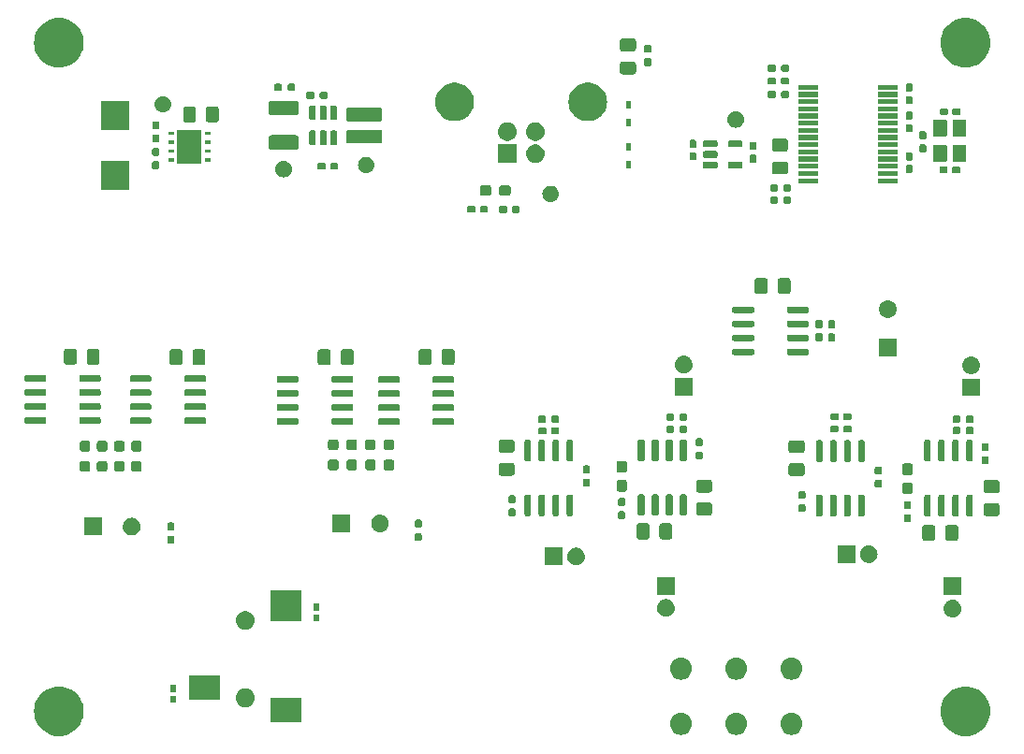
<source format=gts>
G04 #@! TF.GenerationSoftware,KiCad,Pcbnew,8.0.5*
G04 #@! TF.CreationDate,2024-11-13T13:31:48-05:00*
G04 #@! TF.ProjectId,DacAmp,44616341-6d70-42e6-9b69-6361645f7063,rev?*
G04 #@! TF.SameCoordinates,Original*
G04 #@! TF.FileFunction,Soldermask,Top*
G04 #@! TF.FilePolarity,Negative*
%FSLAX46Y46*%
G04 Gerber Fmt 4.6, Leading zero omitted, Abs format (unit mm)*
G04 Created by KiCad (PCBNEW 8.0.5) date 2024-11-13 13:31:48*
%MOMM*%
%LPD*%
G01*
G04 APERTURE LIST*
G04 APERTURE END LIST*
G36*
X109716084Y-97331649D02*
G01*
X110004743Y-97389067D01*
X110283438Y-97483671D01*
X110547400Y-97613843D01*
X110792113Y-97777355D01*
X111013390Y-97971410D01*
X111207445Y-98192687D01*
X111370957Y-98437400D01*
X111501129Y-98701362D01*
X111595733Y-98980057D01*
X111653151Y-99268716D01*
X111672400Y-99562400D01*
X111653151Y-99856084D01*
X111595733Y-100144743D01*
X111501129Y-100423438D01*
X111370957Y-100687400D01*
X111207445Y-100932113D01*
X111013390Y-101153390D01*
X110792113Y-101347445D01*
X110547400Y-101510957D01*
X110283438Y-101641129D01*
X110004743Y-101735733D01*
X109716084Y-101793151D01*
X109422400Y-101812400D01*
X109128716Y-101793151D01*
X108840057Y-101735733D01*
X108561362Y-101641129D01*
X108297400Y-101510957D01*
X108052687Y-101347445D01*
X107831410Y-101153390D01*
X107637355Y-100932113D01*
X107473843Y-100687400D01*
X107343671Y-100423438D01*
X107249067Y-100144743D01*
X107191649Y-99856084D01*
X107172400Y-99562400D01*
X107191649Y-99268716D01*
X107249067Y-98980057D01*
X107343671Y-98701362D01*
X107473843Y-98437400D01*
X107637355Y-98192687D01*
X107831410Y-97971410D01*
X108052687Y-97777355D01*
X108297400Y-97613843D01*
X108561362Y-97483671D01*
X108840057Y-97389067D01*
X109128716Y-97331649D01*
X109422400Y-97312400D01*
X109716084Y-97331649D01*
G37*
G36*
X191716084Y-97331649D02*
G01*
X192004743Y-97389067D01*
X192283438Y-97483671D01*
X192547400Y-97613843D01*
X192792113Y-97777355D01*
X193013390Y-97971410D01*
X193207445Y-98192687D01*
X193370957Y-98437400D01*
X193501129Y-98701362D01*
X193595733Y-98980057D01*
X193653151Y-99268716D01*
X193672400Y-99562400D01*
X193653151Y-99856084D01*
X193595733Y-100144743D01*
X193501129Y-100423438D01*
X193370957Y-100687400D01*
X193207445Y-100932113D01*
X193013390Y-101153390D01*
X192792113Y-101347445D01*
X192547400Y-101510957D01*
X192283438Y-101641129D01*
X192004743Y-101735733D01*
X191716084Y-101793151D01*
X191422400Y-101812400D01*
X191128716Y-101793151D01*
X190840057Y-101735733D01*
X190561362Y-101641129D01*
X190297400Y-101510957D01*
X190052687Y-101347445D01*
X189831410Y-101153390D01*
X189637355Y-100932113D01*
X189473843Y-100687400D01*
X189343671Y-100423438D01*
X189249067Y-100144743D01*
X189191649Y-99856084D01*
X189172400Y-99562400D01*
X189191649Y-99268716D01*
X189249067Y-98980057D01*
X189343671Y-98701362D01*
X189473843Y-98437400D01*
X189637355Y-98192687D01*
X189831410Y-97971410D01*
X190052687Y-97777355D01*
X190297400Y-97613843D01*
X190561362Y-97483671D01*
X190840057Y-97389067D01*
X191128716Y-97331649D01*
X191422400Y-97312400D01*
X191716084Y-97331649D01*
G37*
G36*
X165880281Y-99724053D02*
G01*
X166068249Y-99781073D01*
X166241481Y-99873667D01*
X166393321Y-99998279D01*
X166517933Y-100150119D01*
X166610527Y-100323351D01*
X166667547Y-100511319D01*
X166686800Y-100706800D01*
X166667547Y-100902281D01*
X166610527Y-101090249D01*
X166517933Y-101263481D01*
X166393321Y-101415321D01*
X166241481Y-101539933D01*
X166068249Y-101632527D01*
X165880281Y-101689547D01*
X165684800Y-101708800D01*
X165489319Y-101689547D01*
X165301351Y-101632527D01*
X165128119Y-101539933D01*
X164976279Y-101415321D01*
X164851667Y-101263481D01*
X164759073Y-101090249D01*
X164702053Y-100902281D01*
X164682800Y-100706800D01*
X164702053Y-100511319D01*
X164759073Y-100323351D01*
X164851667Y-100150119D01*
X164976279Y-99998279D01*
X165128119Y-99873667D01*
X165301351Y-99781073D01*
X165489319Y-99724053D01*
X165684800Y-99704800D01*
X165880281Y-99724053D01*
G37*
G36*
X170880281Y-99724053D02*
G01*
X171068249Y-99781073D01*
X171241481Y-99873667D01*
X171393321Y-99998279D01*
X171517933Y-100150119D01*
X171610527Y-100323351D01*
X171667547Y-100511319D01*
X171686800Y-100706800D01*
X171667547Y-100902281D01*
X171610527Y-101090249D01*
X171517933Y-101263481D01*
X171393321Y-101415321D01*
X171241481Y-101539933D01*
X171068249Y-101632527D01*
X170880281Y-101689547D01*
X170684800Y-101708800D01*
X170489319Y-101689547D01*
X170301351Y-101632527D01*
X170128119Y-101539933D01*
X169976279Y-101415321D01*
X169851667Y-101263481D01*
X169759073Y-101090249D01*
X169702053Y-100902281D01*
X169682800Y-100706800D01*
X169702053Y-100511319D01*
X169759073Y-100323351D01*
X169851667Y-100150119D01*
X169976279Y-99998279D01*
X170128119Y-99873667D01*
X170301351Y-99781073D01*
X170489319Y-99724053D01*
X170684800Y-99704800D01*
X170880281Y-99724053D01*
G37*
G36*
X175880281Y-99724053D02*
G01*
X176068249Y-99781073D01*
X176241481Y-99873667D01*
X176393321Y-99998279D01*
X176517933Y-100150119D01*
X176610527Y-100323351D01*
X176667547Y-100511319D01*
X176686800Y-100706800D01*
X176667547Y-100902281D01*
X176610527Y-101090249D01*
X176517933Y-101263481D01*
X176393321Y-101415321D01*
X176241481Y-101539933D01*
X176068249Y-101632527D01*
X175880281Y-101689547D01*
X175684800Y-101708800D01*
X175489319Y-101689547D01*
X175301351Y-101632527D01*
X175128119Y-101539933D01*
X174976279Y-101415321D01*
X174851667Y-101263481D01*
X174759073Y-101090249D01*
X174702053Y-100902281D01*
X174682800Y-100706800D01*
X174702053Y-100511319D01*
X174759073Y-100323351D01*
X174851667Y-100150119D01*
X174976279Y-99998279D01*
X175128119Y-99873667D01*
X175301351Y-99781073D01*
X175489319Y-99724053D01*
X175684800Y-99704800D01*
X175880281Y-99724053D01*
G37*
G36*
X131389000Y-100554000D02*
G01*
X128589000Y-100554000D01*
X128589000Y-98354000D01*
X131389000Y-98354000D01*
X131389000Y-100554000D01*
G37*
G36*
X126551664Y-97545602D02*
G01*
X126714000Y-97617878D01*
X126857761Y-97722327D01*
X126976664Y-97854383D01*
X127065514Y-98008274D01*
X127120425Y-98177275D01*
X127139000Y-98354000D01*
X127120425Y-98530725D01*
X127065514Y-98699726D01*
X126976664Y-98853617D01*
X126857761Y-98985673D01*
X126714000Y-99090122D01*
X126551664Y-99162398D01*
X126377849Y-99199344D01*
X126200151Y-99199344D01*
X126026336Y-99162398D01*
X125864000Y-99090122D01*
X125720239Y-98985673D01*
X125601336Y-98853617D01*
X125512486Y-98699726D01*
X125457575Y-98530725D01*
X125439000Y-98354000D01*
X125457575Y-98177275D01*
X125512486Y-98008274D01*
X125601336Y-97854383D01*
X125720239Y-97722327D01*
X125864000Y-97617878D01*
X126026336Y-97545602D01*
X126200151Y-97508656D01*
X126377849Y-97508656D01*
X126551664Y-97545602D01*
G37*
G36*
X120045994Y-98812797D02*
G01*
X119545994Y-98812797D01*
X119545994Y-98212797D01*
X120045994Y-98212797D01*
X120045994Y-98812797D01*
G37*
G36*
X123989000Y-98554000D02*
G01*
X121189000Y-98554000D01*
X121189000Y-96354000D01*
X123989000Y-96354000D01*
X123989000Y-98554000D01*
G37*
G36*
X120045994Y-97812799D02*
G01*
X119545994Y-97812799D01*
X119545994Y-97212799D01*
X120045994Y-97212799D01*
X120045994Y-97812799D01*
G37*
G36*
X165880281Y-94724053D02*
G01*
X166068249Y-94781073D01*
X166241481Y-94873667D01*
X166393321Y-94998279D01*
X166517933Y-95150119D01*
X166610527Y-95323351D01*
X166667547Y-95511319D01*
X166686800Y-95706800D01*
X166667547Y-95902281D01*
X166610527Y-96090249D01*
X166517933Y-96263481D01*
X166393321Y-96415321D01*
X166241481Y-96539933D01*
X166068249Y-96632527D01*
X165880281Y-96689547D01*
X165684800Y-96708800D01*
X165489319Y-96689547D01*
X165301351Y-96632527D01*
X165128119Y-96539933D01*
X164976279Y-96415321D01*
X164851667Y-96263481D01*
X164759073Y-96090249D01*
X164702053Y-95902281D01*
X164682800Y-95706800D01*
X164702053Y-95511319D01*
X164759073Y-95323351D01*
X164851667Y-95150119D01*
X164976279Y-94998279D01*
X165128119Y-94873667D01*
X165301351Y-94781073D01*
X165489319Y-94724053D01*
X165684800Y-94704800D01*
X165880281Y-94724053D01*
G37*
G36*
X170880281Y-94724053D02*
G01*
X171068249Y-94781073D01*
X171241481Y-94873667D01*
X171393321Y-94998279D01*
X171517933Y-95150119D01*
X171610527Y-95323351D01*
X171667547Y-95511319D01*
X171686800Y-95706800D01*
X171667547Y-95902281D01*
X171610527Y-96090249D01*
X171517933Y-96263481D01*
X171393321Y-96415321D01*
X171241481Y-96539933D01*
X171068249Y-96632527D01*
X170880281Y-96689547D01*
X170684800Y-96708800D01*
X170489319Y-96689547D01*
X170301351Y-96632527D01*
X170128119Y-96539933D01*
X169976279Y-96415321D01*
X169851667Y-96263481D01*
X169759073Y-96090249D01*
X169702053Y-95902281D01*
X169682800Y-95706800D01*
X169702053Y-95511319D01*
X169759073Y-95323351D01*
X169851667Y-95150119D01*
X169976279Y-94998279D01*
X170128119Y-94873667D01*
X170301351Y-94781073D01*
X170489319Y-94724053D01*
X170684800Y-94704800D01*
X170880281Y-94724053D01*
G37*
G36*
X175880281Y-94724053D02*
G01*
X176068249Y-94781073D01*
X176241481Y-94873667D01*
X176393321Y-94998279D01*
X176517933Y-95150119D01*
X176610527Y-95323351D01*
X176667547Y-95511319D01*
X176686800Y-95706800D01*
X176667547Y-95902281D01*
X176610527Y-96090249D01*
X176517933Y-96263481D01*
X176393321Y-96415321D01*
X176241481Y-96539933D01*
X176068249Y-96632527D01*
X175880281Y-96689547D01*
X175684800Y-96708800D01*
X175489319Y-96689547D01*
X175301351Y-96632527D01*
X175128119Y-96539933D01*
X174976279Y-96415321D01*
X174851667Y-96263481D01*
X174759073Y-96090249D01*
X174702053Y-95902281D01*
X174682800Y-95706800D01*
X174702053Y-95511319D01*
X174759073Y-95323351D01*
X174851667Y-95150119D01*
X174976279Y-94998279D01*
X175128119Y-94873667D01*
X175301351Y-94781073D01*
X175489319Y-94724053D01*
X175684800Y-94704800D01*
X175880281Y-94724053D01*
G37*
G36*
X126551664Y-90545602D02*
G01*
X126714000Y-90617878D01*
X126857761Y-90722327D01*
X126976664Y-90854383D01*
X127065514Y-91008274D01*
X127120425Y-91177275D01*
X127139000Y-91354000D01*
X127120425Y-91530725D01*
X127065514Y-91699726D01*
X126976664Y-91853617D01*
X126857761Y-91985673D01*
X126714000Y-92090122D01*
X126551664Y-92162398D01*
X126377849Y-92199344D01*
X126200151Y-92199344D01*
X126026336Y-92162398D01*
X125864000Y-92090122D01*
X125720239Y-91985673D01*
X125601336Y-91853617D01*
X125512486Y-91699726D01*
X125457575Y-91530725D01*
X125439000Y-91354000D01*
X125457575Y-91177275D01*
X125512486Y-91008274D01*
X125601336Y-90854383D01*
X125720239Y-90722327D01*
X125864000Y-90617878D01*
X126026336Y-90545602D01*
X126200151Y-90508656D01*
X126377849Y-90508656D01*
X126551664Y-90545602D01*
G37*
G36*
X131389000Y-91454000D02*
G01*
X128589000Y-91454000D01*
X128589000Y-88654000D01*
X131389000Y-88654000D01*
X131389000Y-91454000D01*
G37*
G36*
X132971998Y-91446797D02*
G01*
X132471998Y-91446797D01*
X132471998Y-90846797D01*
X132971998Y-90846797D01*
X132971998Y-91446797D01*
G37*
G36*
X190293059Y-89472314D02*
G01*
X190334584Y-89472314D01*
X190381430Y-89482271D01*
X190429017Y-89487633D01*
X190463616Y-89499739D01*
X190498103Y-89507070D01*
X190547802Y-89529197D01*
X190598107Y-89546800D01*
X190624292Y-89563253D01*
X190650824Y-89575066D01*
X190700298Y-89611011D01*
X190749792Y-89642110D01*
X190767564Y-89659882D01*
X190786061Y-89673321D01*
X190831790Y-89724108D01*
X190876465Y-89768783D01*
X190886740Y-89785136D01*
X190897925Y-89797558D01*
X190936185Y-89863828D01*
X190971775Y-89920468D01*
X190976218Y-89933167D01*
X190981508Y-89942329D01*
X191008595Y-90025695D01*
X191030942Y-90089558D01*
X191031789Y-90097077D01*
X191033168Y-90101321D01*
X191045661Y-90220191D01*
X191051000Y-90267575D01*
X191045660Y-90314962D01*
X191033168Y-90433828D01*
X191031789Y-90438070D01*
X191030942Y-90445592D01*
X191008591Y-90509467D01*
X190981508Y-90592820D01*
X190976219Y-90601979D01*
X190971775Y-90614682D01*
X190936178Y-90671333D01*
X190897925Y-90737591D01*
X190886742Y-90750010D01*
X190876465Y-90766367D01*
X190831781Y-90811050D01*
X190786061Y-90861828D01*
X190767568Y-90875263D01*
X190749792Y-90893040D01*
X190700288Y-90924145D01*
X190650824Y-90960083D01*
X190624297Y-90971893D01*
X190598107Y-90988350D01*
X190547792Y-91005955D01*
X190498103Y-91028079D01*
X190463622Y-91035408D01*
X190429017Y-91047517D01*
X190381427Y-91052879D01*
X190334584Y-91062836D01*
X190293059Y-91062836D01*
X190251000Y-91067575D01*
X190208941Y-91062836D01*
X190167416Y-91062836D01*
X190120572Y-91052879D01*
X190072983Y-91047517D01*
X190038378Y-91035408D01*
X190003896Y-91028079D01*
X189954203Y-91005954D01*
X189903893Y-90988350D01*
X189877704Y-90971894D01*
X189851175Y-90960083D01*
X189801704Y-90924140D01*
X189752208Y-90893040D01*
X189734434Y-90875266D01*
X189715938Y-90861828D01*
X189670208Y-90811040D01*
X189625535Y-90766367D01*
X189615259Y-90750013D01*
X189604074Y-90737591D01*
X189565808Y-90671313D01*
X189530225Y-90614682D01*
X189525781Y-90601983D01*
X189520491Y-90592820D01*
X189493394Y-90509427D01*
X189471058Y-90445592D01*
X189470211Y-90438075D01*
X189468831Y-90433828D01*
X189456324Y-90314830D01*
X189451000Y-90267575D01*
X189456324Y-90220323D01*
X189468831Y-90101321D01*
X189470211Y-90097073D01*
X189471058Y-90089558D01*
X189493390Y-90025735D01*
X189520491Y-89942329D01*
X189525782Y-89933163D01*
X189530225Y-89920468D01*
X189565801Y-89863847D01*
X189604074Y-89797558D01*
X189615261Y-89785133D01*
X189625535Y-89768783D01*
X189670205Y-89724112D01*
X189715938Y-89673322D01*
X189734434Y-89659883D01*
X189752208Y-89642110D01*
X189801699Y-89611012D01*
X189851174Y-89575067D01*
X189877706Y-89563253D01*
X189903893Y-89546800D01*
X189954200Y-89529196D01*
X190003898Y-89507070D01*
X190038382Y-89499740D01*
X190072983Y-89487633D01*
X190120570Y-89482271D01*
X190167416Y-89472314D01*
X190208941Y-89472314D01*
X190251000Y-89467575D01*
X190293059Y-89472314D01*
G37*
G36*
X164366059Y-89412314D02*
G01*
X164407584Y-89412314D01*
X164454430Y-89422271D01*
X164502017Y-89427633D01*
X164536616Y-89439739D01*
X164571103Y-89447070D01*
X164620802Y-89469197D01*
X164671107Y-89486800D01*
X164697292Y-89503253D01*
X164723824Y-89515066D01*
X164773298Y-89551011D01*
X164822792Y-89582110D01*
X164840564Y-89599882D01*
X164859061Y-89613321D01*
X164904790Y-89664108D01*
X164949465Y-89708783D01*
X164959740Y-89725136D01*
X164970925Y-89737558D01*
X165009185Y-89803828D01*
X165044775Y-89860468D01*
X165049218Y-89873167D01*
X165054508Y-89882329D01*
X165081595Y-89965695D01*
X165103942Y-90029558D01*
X165104789Y-90037077D01*
X165106168Y-90041321D01*
X165118661Y-90160191D01*
X165124000Y-90207575D01*
X165118660Y-90254962D01*
X165106168Y-90373828D01*
X165104789Y-90378070D01*
X165103942Y-90385592D01*
X165081591Y-90449467D01*
X165054508Y-90532820D01*
X165049219Y-90541979D01*
X165044775Y-90554682D01*
X165009178Y-90611333D01*
X164970925Y-90677591D01*
X164959742Y-90690010D01*
X164949465Y-90706367D01*
X164904781Y-90751050D01*
X164859061Y-90801828D01*
X164840568Y-90815263D01*
X164822792Y-90833040D01*
X164773288Y-90864145D01*
X164723824Y-90900083D01*
X164697297Y-90911893D01*
X164671107Y-90928350D01*
X164620792Y-90945955D01*
X164571103Y-90968079D01*
X164536622Y-90975408D01*
X164502017Y-90987517D01*
X164454427Y-90992879D01*
X164407584Y-91002836D01*
X164366059Y-91002836D01*
X164324000Y-91007575D01*
X164281941Y-91002836D01*
X164240416Y-91002836D01*
X164193572Y-90992879D01*
X164145983Y-90987517D01*
X164111378Y-90975408D01*
X164076896Y-90968079D01*
X164027203Y-90945954D01*
X163976893Y-90928350D01*
X163950704Y-90911894D01*
X163924175Y-90900083D01*
X163874704Y-90864140D01*
X163825208Y-90833040D01*
X163807434Y-90815266D01*
X163788938Y-90801828D01*
X163743208Y-90751040D01*
X163698535Y-90706367D01*
X163688259Y-90690013D01*
X163677074Y-90677591D01*
X163638808Y-90611313D01*
X163603225Y-90554682D01*
X163598781Y-90541983D01*
X163593491Y-90532820D01*
X163566394Y-90449427D01*
X163544058Y-90385592D01*
X163543211Y-90378075D01*
X163541831Y-90373828D01*
X163529324Y-90254830D01*
X163524000Y-90207575D01*
X163529324Y-90160323D01*
X163541831Y-90041321D01*
X163543211Y-90037073D01*
X163544058Y-90029558D01*
X163566390Y-89965735D01*
X163593491Y-89882329D01*
X163598782Y-89873163D01*
X163603225Y-89860468D01*
X163638801Y-89803847D01*
X163677074Y-89737558D01*
X163688261Y-89725133D01*
X163698535Y-89708783D01*
X163743205Y-89664112D01*
X163788938Y-89613322D01*
X163807434Y-89599883D01*
X163825208Y-89582110D01*
X163874699Y-89551012D01*
X163924174Y-89515067D01*
X163950706Y-89503253D01*
X163976893Y-89486800D01*
X164027200Y-89469196D01*
X164076898Y-89447070D01*
X164111382Y-89439740D01*
X164145983Y-89427633D01*
X164193570Y-89422271D01*
X164240416Y-89412314D01*
X164281941Y-89412314D01*
X164324000Y-89407575D01*
X164366059Y-89412314D01*
G37*
G36*
X132971998Y-90446799D02*
G01*
X132471998Y-90446799D01*
X132471998Y-89846799D01*
X132971998Y-89846799D01*
X132971998Y-90446799D01*
G37*
G36*
X191051000Y-89067575D02*
G01*
X189451000Y-89067575D01*
X189451000Y-87467575D01*
X191051000Y-87467575D01*
X191051000Y-89067575D01*
G37*
G36*
X165124000Y-89007575D02*
G01*
X163524000Y-89007575D01*
X163524000Y-87407575D01*
X165124000Y-87407575D01*
X165124000Y-89007575D01*
G37*
G36*
X154999575Y-86351800D02*
G01*
X153399575Y-86351800D01*
X153399575Y-84751800D01*
X154999575Y-84751800D01*
X154999575Y-86351800D01*
G37*
G36*
X156241634Y-84756539D02*
G01*
X156283159Y-84756539D01*
X156330005Y-84766496D01*
X156377592Y-84771858D01*
X156412191Y-84783964D01*
X156446678Y-84791295D01*
X156496377Y-84813422D01*
X156546682Y-84831025D01*
X156572867Y-84847478D01*
X156599399Y-84859291D01*
X156648873Y-84895236D01*
X156698367Y-84926335D01*
X156716139Y-84944107D01*
X156734636Y-84957546D01*
X156780365Y-85008333D01*
X156825040Y-85053008D01*
X156835315Y-85069361D01*
X156846500Y-85081783D01*
X156884760Y-85148053D01*
X156920350Y-85204693D01*
X156924793Y-85217392D01*
X156930083Y-85226554D01*
X156957170Y-85309920D01*
X156979517Y-85373783D01*
X156980364Y-85381302D01*
X156981743Y-85385546D01*
X156994236Y-85504416D01*
X156999575Y-85551800D01*
X156994235Y-85599187D01*
X156981743Y-85718053D01*
X156980364Y-85722295D01*
X156979517Y-85729817D01*
X156957166Y-85793692D01*
X156930083Y-85877045D01*
X156924794Y-85886204D01*
X156920350Y-85898907D01*
X156884753Y-85955558D01*
X156846500Y-86021816D01*
X156835317Y-86034235D01*
X156825040Y-86050592D01*
X156780356Y-86095275D01*
X156734636Y-86146053D01*
X156716143Y-86159488D01*
X156698367Y-86177265D01*
X156648863Y-86208370D01*
X156599399Y-86244308D01*
X156572872Y-86256118D01*
X156546682Y-86272575D01*
X156496367Y-86290180D01*
X156446678Y-86312304D01*
X156412197Y-86319633D01*
X156377592Y-86331742D01*
X156330002Y-86337104D01*
X156283159Y-86347061D01*
X156241634Y-86347061D01*
X156199575Y-86351800D01*
X156157516Y-86347061D01*
X156115991Y-86347061D01*
X156069147Y-86337104D01*
X156021558Y-86331742D01*
X155986953Y-86319633D01*
X155952471Y-86312304D01*
X155902778Y-86290179D01*
X155852468Y-86272575D01*
X155826279Y-86256119D01*
X155799750Y-86244308D01*
X155750279Y-86208365D01*
X155700783Y-86177265D01*
X155683009Y-86159491D01*
X155664513Y-86146053D01*
X155618783Y-86095265D01*
X155574110Y-86050592D01*
X155563834Y-86034238D01*
X155552649Y-86021816D01*
X155514383Y-85955538D01*
X155478800Y-85898907D01*
X155474356Y-85886208D01*
X155469066Y-85877045D01*
X155441969Y-85793652D01*
X155419633Y-85729817D01*
X155418786Y-85722300D01*
X155417406Y-85718053D01*
X155404899Y-85599055D01*
X155399575Y-85551800D01*
X155404899Y-85504548D01*
X155417406Y-85385546D01*
X155418786Y-85381298D01*
X155419633Y-85373783D01*
X155441965Y-85309960D01*
X155469066Y-85226554D01*
X155474357Y-85217388D01*
X155478800Y-85204693D01*
X155514376Y-85148072D01*
X155552649Y-85081783D01*
X155563836Y-85069358D01*
X155574110Y-85053008D01*
X155618780Y-85008337D01*
X155664513Y-84957547D01*
X155683009Y-84944108D01*
X155700783Y-84926335D01*
X155750274Y-84895237D01*
X155799749Y-84859292D01*
X155826281Y-84847478D01*
X155852468Y-84831025D01*
X155902775Y-84813421D01*
X155952473Y-84791295D01*
X155986957Y-84783965D01*
X156021558Y-84771858D01*
X156069145Y-84766496D01*
X156115991Y-84756539D01*
X156157516Y-84756539D01*
X156199575Y-84751800D01*
X156241634Y-84756539D01*
G37*
G36*
X181473225Y-86154000D02*
G01*
X179873225Y-86154000D01*
X179873225Y-84554000D01*
X181473225Y-84554000D01*
X181473225Y-86154000D01*
G37*
G36*
X182715284Y-84558739D02*
G01*
X182756809Y-84558739D01*
X182803655Y-84568696D01*
X182851242Y-84574058D01*
X182885841Y-84586164D01*
X182920328Y-84593495D01*
X182970027Y-84615622D01*
X183020332Y-84633225D01*
X183046517Y-84649678D01*
X183073049Y-84661491D01*
X183122523Y-84697436D01*
X183172017Y-84728535D01*
X183189789Y-84746307D01*
X183208286Y-84759746D01*
X183254015Y-84810533D01*
X183298690Y-84855208D01*
X183308965Y-84871561D01*
X183320150Y-84883983D01*
X183358410Y-84950253D01*
X183394000Y-85006893D01*
X183398443Y-85019592D01*
X183403733Y-85028754D01*
X183430820Y-85112120D01*
X183453167Y-85175983D01*
X183454014Y-85183502D01*
X183455393Y-85187746D01*
X183467886Y-85306616D01*
X183473225Y-85354000D01*
X183467885Y-85401387D01*
X183455393Y-85520253D01*
X183454014Y-85524495D01*
X183453167Y-85532017D01*
X183430816Y-85595892D01*
X183403733Y-85679245D01*
X183398444Y-85688404D01*
X183394000Y-85701107D01*
X183358403Y-85757758D01*
X183320150Y-85824016D01*
X183308967Y-85836435D01*
X183298690Y-85852792D01*
X183254006Y-85897475D01*
X183208286Y-85948253D01*
X183189793Y-85961688D01*
X183172017Y-85979465D01*
X183122513Y-86010570D01*
X183073049Y-86046508D01*
X183046522Y-86058318D01*
X183020332Y-86074775D01*
X182970017Y-86092380D01*
X182920328Y-86114504D01*
X182885847Y-86121833D01*
X182851242Y-86133942D01*
X182803652Y-86139304D01*
X182756809Y-86149261D01*
X182715284Y-86149261D01*
X182673225Y-86154000D01*
X182631166Y-86149261D01*
X182589641Y-86149261D01*
X182542797Y-86139304D01*
X182495208Y-86133942D01*
X182460603Y-86121833D01*
X182426121Y-86114504D01*
X182376428Y-86092379D01*
X182326118Y-86074775D01*
X182299929Y-86058319D01*
X182273400Y-86046508D01*
X182223929Y-86010565D01*
X182174433Y-85979465D01*
X182156659Y-85961691D01*
X182138163Y-85948253D01*
X182092433Y-85897465D01*
X182047760Y-85852792D01*
X182037484Y-85836438D01*
X182026299Y-85824016D01*
X181988033Y-85757738D01*
X181952450Y-85701107D01*
X181948006Y-85688408D01*
X181942716Y-85679245D01*
X181915619Y-85595852D01*
X181893283Y-85532017D01*
X181892436Y-85524500D01*
X181891056Y-85520253D01*
X181878549Y-85401255D01*
X181873225Y-85354000D01*
X181878549Y-85306748D01*
X181891056Y-85187746D01*
X181892436Y-85183498D01*
X181893283Y-85175983D01*
X181915615Y-85112160D01*
X181942716Y-85028754D01*
X181948007Y-85019588D01*
X181952450Y-85006893D01*
X181988026Y-84950272D01*
X182026299Y-84883983D01*
X182037486Y-84871558D01*
X182047760Y-84855208D01*
X182092430Y-84810537D01*
X182138163Y-84759747D01*
X182156659Y-84746308D01*
X182174433Y-84728535D01*
X182223924Y-84697437D01*
X182273399Y-84661492D01*
X182299931Y-84649678D01*
X182326118Y-84633225D01*
X182376425Y-84615621D01*
X182426123Y-84593495D01*
X182460607Y-84586165D01*
X182495208Y-84574058D01*
X182542795Y-84568696D01*
X182589641Y-84558739D01*
X182631166Y-84558739D01*
X182673225Y-84554000D01*
X182715284Y-84558739D01*
G37*
G36*
X119766029Y-83690179D02*
G01*
X119817937Y-83724863D01*
X119852621Y-83776771D01*
X119864800Y-83838000D01*
X119864800Y-84233000D01*
X119852621Y-84294229D01*
X119817937Y-84346137D01*
X119766029Y-84380821D01*
X119704800Y-84393000D01*
X119384800Y-84393000D01*
X119323571Y-84380821D01*
X119271663Y-84346137D01*
X119236979Y-84294229D01*
X119224800Y-84233000D01*
X119224800Y-83838000D01*
X119236979Y-83776771D01*
X119271663Y-83724863D01*
X119323571Y-83690179D01*
X119384800Y-83678000D01*
X119704800Y-83678000D01*
X119766029Y-83690179D01*
G37*
G36*
X188453139Y-82709458D02*
G01*
X188507925Y-82716671D01*
X188521706Y-82723097D01*
X188540471Y-82726830D01*
X188565326Y-82743437D01*
X188587619Y-82753833D01*
X188601180Y-82767394D01*
X188621577Y-82781023D01*
X188635205Y-82801419D01*
X188648766Y-82814980D01*
X188659160Y-82837270D01*
X188675770Y-82862129D01*
X188679502Y-82880895D01*
X188685928Y-82894674D01*
X188693138Y-82949448D01*
X188694800Y-82957800D01*
X188694800Y-83907800D01*
X188693138Y-83916153D01*
X188685928Y-83970925D01*
X188679503Y-83984703D01*
X188675770Y-84003471D01*
X188659158Y-84028331D01*
X188648766Y-84050619D01*
X188635207Y-84064177D01*
X188621577Y-84084577D01*
X188601177Y-84098207D01*
X188587619Y-84111766D01*
X188565331Y-84122158D01*
X188540471Y-84138770D01*
X188521703Y-84142503D01*
X188507925Y-84148928D01*
X188453153Y-84156138D01*
X188444800Y-84157800D01*
X187769800Y-84157800D01*
X187761448Y-84156138D01*
X187706674Y-84148928D01*
X187692895Y-84142502D01*
X187674129Y-84138770D01*
X187649270Y-84122160D01*
X187626980Y-84111766D01*
X187613419Y-84098205D01*
X187593023Y-84084577D01*
X187579394Y-84064180D01*
X187565833Y-84050619D01*
X187555437Y-84028326D01*
X187538830Y-84003471D01*
X187535097Y-83984706D01*
X187528671Y-83970925D01*
X187521458Y-83916139D01*
X187519800Y-83907800D01*
X187519800Y-82957800D01*
X187521458Y-82949462D01*
X187528671Y-82894674D01*
X187535097Y-82880891D01*
X187538830Y-82862129D01*
X187555436Y-82837275D01*
X187565833Y-82814980D01*
X187579396Y-82801416D01*
X187593023Y-82781023D01*
X187613416Y-82767396D01*
X187626980Y-82753833D01*
X187649275Y-82743436D01*
X187674129Y-82726830D01*
X187692891Y-82723097D01*
X187706674Y-82716671D01*
X187761462Y-82709458D01*
X187769800Y-82707800D01*
X188444800Y-82707800D01*
X188453139Y-82709458D01*
G37*
G36*
X190528139Y-82709458D02*
G01*
X190582925Y-82716671D01*
X190596706Y-82723097D01*
X190615471Y-82726830D01*
X190640326Y-82743437D01*
X190662619Y-82753833D01*
X190676180Y-82767394D01*
X190696577Y-82781023D01*
X190710205Y-82801419D01*
X190723766Y-82814980D01*
X190734160Y-82837270D01*
X190750770Y-82862129D01*
X190754502Y-82880895D01*
X190760928Y-82894674D01*
X190768138Y-82949448D01*
X190769800Y-82957800D01*
X190769800Y-83907800D01*
X190768138Y-83916153D01*
X190760928Y-83970925D01*
X190754503Y-83984703D01*
X190750770Y-84003471D01*
X190734158Y-84028331D01*
X190723766Y-84050619D01*
X190710207Y-84064177D01*
X190696577Y-84084577D01*
X190676177Y-84098207D01*
X190662619Y-84111766D01*
X190640331Y-84122158D01*
X190615471Y-84138770D01*
X190596703Y-84142503D01*
X190582925Y-84148928D01*
X190528153Y-84156138D01*
X190519800Y-84157800D01*
X189844800Y-84157800D01*
X189836448Y-84156138D01*
X189781674Y-84148928D01*
X189767895Y-84142502D01*
X189749129Y-84138770D01*
X189724270Y-84122160D01*
X189701980Y-84111766D01*
X189688419Y-84098205D01*
X189668023Y-84084577D01*
X189654394Y-84064180D01*
X189640833Y-84050619D01*
X189630437Y-84028326D01*
X189613830Y-84003471D01*
X189610097Y-83984706D01*
X189603671Y-83970925D01*
X189596458Y-83916139D01*
X189594800Y-83907800D01*
X189594800Y-82957800D01*
X189596458Y-82949462D01*
X189603671Y-82894674D01*
X189610097Y-82880891D01*
X189613830Y-82862129D01*
X189630436Y-82837275D01*
X189640833Y-82814980D01*
X189654396Y-82801416D01*
X189668023Y-82781023D01*
X189688416Y-82767396D01*
X189701980Y-82753833D01*
X189724275Y-82743436D01*
X189749129Y-82726830D01*
X189767891Y-82723097D01*
X189781674Y-82716671D01*
X189836462Y-82709458D01*
X189844800Y-82707800D01*
X190519800Y-82707800D01*
X190528139Y-82709458D01*
G37*
G36*
X142145029Y-83436179D02*
G01*
X142196937Y-83470863D01*
X142231621Y-83522771D01*
X142243800Y-83584000D01*
X142243800Y-83979000D01*
X142231621Y-84040229D01*
X142196937Y-84092137D01*
X142145029Y-84126821D01*
X142083800Y-84139000D01*
X141763800Y-84139000D01*
X141702571Y-84126821D01*
X141650663Y-84092137D01*
X141615979Y-84040229D01*
X141603800Y-83979000D01*
X141603800Y-83584000D01*
X141615979Y-83522771D01*
X141650663Y-83470863D01*
X141702571Y-83436179D01*
X141763800Y-83424000D01*
X142083800Y-83424000D01*
X142145029Y-83436179D01*
G37*
G36*
X162599139Y-82560458D02*
G01*
X162653925Y-82567671D01*
X162667706Y-82574097D01*
X162686471Y-82577830D01*
X162711326Y-82594437D01*
X162733619Y-82604833D01*
X162747180Y-82618394D01*
X162767577Y-82632023D01*
X162781205Y-82652419D01*
X162794766Y-82665980D01*
X162805160Y-82688270D01*
X162821770Y-82713129D01*
X162825502Y-82731895D01*
X162831928Y-82745674D01*
X162839138Y-82800448D01*
X162840800Y-82808800D01*
X162840800Y-83758800D01*
X162839138Y-83767153D01*
X162831928Y-83821925D01*
X162825503Y-83835703D01*
X162821770Y-83854471D01*
X162805158Y-83879331D01*
X162794766Y-83901619D01*
X162781207Y-83915177D01*
X162767577Y-83935577D01*
X162747177Y-83949207D01*
X162733619Y-83962766D01*
X162711331Y-83973158D01*
X162686471Y-83989770D01*
X162667703Y-83993503D01*
X162653925Y-83999928D01*
X162599153Y-84007138D01*
X162590800Y-84008800D01*
X161915800Y-84008800D01*
X161907448Y-84007138D01*
X161852674Y-83999928D01*
X161838895Y-83993502D01*
X161820129Y-83989770D01*
X161795270Y-83973160D01*
X161772980Y-83962766D01*
X161759419Y-83949205D01*
X161739023Y-83935577D01*
X161725394Y-83915180D01*
X161711833Y-83901619D01*
X161701437Y-83879326D01*
X161684830Y-83854471D01*
X161681097Y-83835706D01*
X161674671Y-83821925D01*
X161667458Y-83767139D01*
X161665800Y-83758800D01*
X161665800Y-82808800D01*
X161667458Y-82800462D01*
X161674671Y-82745674D01*
X161681097Y-82731891D01*
X161684830Y-82713129D01*
X161701436Y-82688275D01*
X161711833Y-82665980D01*
X161725396Y-82652416D01*
X161739023Y-82632023D01*
X161759416Y-82618396D01*
X161772980Y-82604833D01*
X161795275Y-82594436D01*
X161820129Y-82577830D01*
X161838891Y-82574097D01*
X161852674Y-82567671D01*
X161907462Y-82560458D01*
X161915800Y-82558800D01*
X162590800Y-82558800D01*
X162599139Y-82560458D01*
G37*
G36*
X164674139Y-82560458D02*
G01*
X164728925Y-82567671D01*
X164742706Y-82574097D01*
X164761471Y-82577830D01*
X164786326Y-82594437D01*
X164808619Y-82604833D01*
X164822180Y-82618394D01*
X164842577Y-82632023D01*
X164856205Y-82652419D01*
X164869766Y-82665980D01*
X164880160Y-82688270D01*
X164896770Y-82713129D01*
X164900502Y-82731895D01*
X164906928Y-82745674D01*
X164914138Y-82800448D01*
X164915800Y-82808800D01*
X164915800Y-83758800D01*
X164914138Y-83767153D01*
X164906928Y-83821925D01*
X164900503Y-83835703D01*
X164896770Y-83854471D01*
X164880158Y-83879331D01*
X164869766Y-83901619D01*
X164856207Y-83915177D01*
X164842577Y-83935577D01*
X164822177Y-83949207D01*
X164808619Y-83962766D01*
X164786331Y-83973158D01*
X164761471Y-83989770D01*
X164742703Y-83993503D01*
X164728925Y-83999928D01*
X164674153Y-84007138D01*
X164665800Y-84008800D01*
X163990800Y-84008800D01*
X163982448Y-84007138D01*
X163927674Y-83999928D01*
X163913895Y-83993502D01*
X163895129Y-83989770D01*
X163870270Y-83973160D01*
X163847980Y-83962766D01*
X163834419Y-83949205D01*
X163814023Y-83935577D01*
X163800394Y-83915180D01*
X163786833Y-83901619D01*
X163776437Y-83879326D01*
X163759830Y-83854471D01*
X163756097Y-83835706D01*
X163749671Y-83821925D01*
X163742458Y-83767139D01*
X163740800Y-83758800D01*
X163740800Y-82808800D01*
X163742458Y-82800462D01*
X163749671Y-82745674D01*
X163756097Y-82731891D01*
X163759830Y-82713129D01*
X163776436Y-82688275D01*
X163786833Y-82665980D01*
X163800396Y-82652416D01*
X163814023Y-82632023D01*
X163834416Y-82618396D01*
X163847980Y-82604833D01*
X163870275Y-82594436D01*
X163895129Y-82577830D01*
X163913891Y-82574097D01*
X163927674Y-82567671D01*
X163982462Y-82560458D01*
X163990800Y-82558800D01*
X164665800Y-82558800D01*
X164674139Y-82560458D01*
G37*
G36*
X113296498Y-83647800D02*
G01*
X111696498Y-83647800D01*
X111696498Y-82047800D01*
X113296498Y-82047800D01*
X113296498Y-83647800D01*
G37*
G36*
X116038557Y-82052539D02*
G01*
X116080082Y-82052539D01*
X116126928Y-82062496D01*
X116174515Y-82067858D01*
X116209114Y-82079964D01*
X116243601Y-82087295D01*
X116293300Y-82109422D01*
X116343605Y-82127025D01*
X116369790Y-82143478D01*
X116396322Y-82155291D01*
X116445796Y-82191236D01*
X116495290Y-82222335D01*
X116513062Y-82240107D01*
X116531559Y-82253546D01*
X116577288Y-82304333D01*
X116621963Y-82349008D01*
X116632238Y-82365361D01*
X116643423Y-82377783D01*
X116681683Y-82444053D01*
X116717273Y-82500693D01*
X116721716Y-82513392D01*
X116727006Y-82522554D01*
X116754093Y-82605920D01*
X116776440Y-82669783D01*
X116777287Y-82677302D01*
X116778666Y-82681546D01*
X116791159Y-82800416D01*
X116796498Y-82847800D01*
X116791158Y-82895187D01*
X116778666Y-83014053D01*
X116777287Y-83018295D01*
X116776440Y-83025817D01*
X116754089Y-83089692D01*
X116727006Y-83173045D01*
X116721717Y-83182204D01*
X116717273Y-83194907D01*
X116681676Y-83251558D01*
X116643423Y-83317816D01*
X116632240Y-83330235D01*
X116621963Y-83346592D01*
X116577279Y-83391275D01*
X116531559Y-83442053D01*
X116513066Y-83455488D01*
X116495290Y-83473265D01*
X116445786Y-83504370D01*
X116396322Y-83540308D01*
X116369795Y-83552118D01*
X116343605Y-83568575D01*
X116293290Y-83586180D01*
X116243601Y-83608304D01*
X116209120Y-83615633D01*
X116174515Y-83627742D01*
X116126925Y-83633104D01*
X116080082Y-83643061D01*
X116038557Y-83643061D01*
X115996498Y-83647800D01*
X115954439Y-83643061D01*
X115912914Y-83643061D01*
X115866070Y-83633104D01*
X115818481Y-83627742D01*
X115783876Y-83615633D01*
X115749394Y-83608304D01*
X115699701Y-83586179D01*
X115649391Y-83568575D01*
X115623202Y-83552119D01*
X115596673Y-83540308D01*
X115547202Y-83504365D01*
X115497706Y-83473265D01*
X115479932Y-83455491D01*
X115461436Y-83442053D01*
X115415706Y-83391265D01*
X115371033Y-83346592D01*
X115360757Y-83330238D01*
X115349572Y-83317816D01*
X115311306Y-83251538D01*
X115275723Y-83194907D01*
X115271279Y-83182208D01*
X115265989Y-83173045D01*
X115238892Y-83089652D01*
X115216556Y-83025817D01*
X115215709Y-83018300D01*
X115214329Y-83014053D01*
X115201822Y-82895055D01*
X115196498Y-82847800D01*
X115201822Y-82800548D01*
X115214329Y-82681546D01*
X115215709Y-82677298D01*
X115216556Y-82669783D01*
X115238888Y-82605960D01*
X115265989Y-82522554D01*
X115271280Y-82513388D01*
X115275723Y-82500693D01*
X115311299Y-82444072D01*
X115349572Y-82377783D01*
X115360759Y-82365358D01*
X115371033Y-82349008D01*
X115415703Y-82304337D01*
X115461436Y-82253547D01*
X115479932Y-82240108D01*
X115497706Y-82222335D01*
X115547197Y-82191237D01*
X115596672Y-82155292D01*
X115623204Y-82143478D01*
X115649391Y-82127025D01*
X115699698Y-82109421D01*
X115749396Y-82087295D01*
X115783880Y-82079965D01*
X115818481Y-82067858D01*
X115866068Y-82062496D01*
X115912914Y-82052539D01*
X115954439Y-82052539D01*
X115996498Y-82047800D01*
X116038557Y-82052539D01*
G37*
G36*
X135760498Y-83368800D02*
G01*
X134160498Y-83368800D01*
X134160498Y-81768800D01*
X135760498Y-81768800D01*
X135760498Y-83368800D01*
G37*
G36*
X138502557Y-81773539D02*
G01*
X138544082Y-81773539D01*
X138590928Y-81783496D01*
X138638515Y-81788858D01*
X138673114Y-81800964D01*
X138707601Y-81808295D01*
X138757300Y-81830422D01*
X138807605Y-81848025D01*
X138833790Y-81864478D01*
X138860322Y-81876291D01*
X138909796Y-81912236D01*
X138959290Y-81943335D01*
X138977062Y-81961107D01*
X138995559Y-81974546D01*
X139041288Y-82025333D01*
X139085963Y-82070008D01*
X139096238Y-82086361D01*
X139107423Y-82098783D01*
X139145683Y-82165053D01*
X139181273Y-82221693D01*
X139185716Y-82234392D01*
X139191006Y-82243554D01*
X139218093Y-82326920D01*
X139240440Y-82390783D01*
X139241287Y-82398302D01*
X139242666Y-82402546D01*
X139255159Y-82521416D01*
X139260498Y-82568800D01*
X139255158Y-82616187D01*
X139242666Y-82735053D01*
X139241287Y-82739295D01*
X139240440Y-82746817D01*
X139218089Y-82810692D01*
X139191006Y-82894045D01*
X139185717Y-82903204D01*
X139181273Y-82915907D01*
X139145676Y-82972558D01*
X139107423Y-83038816D01*
X139096240Y-83051235D01*
X139085963Y-83067592D01*
X139041279Y-83112275D01*
X138995559Y-83163053D01*
X138977066Y-83176488D01*
X138959290Y-83194265D01*
X138909786Y-83225370D01*
X138860322Y-83261308D01*
X138833795Y-83273118D01*
X138807605Y-83289575D01*
X138757290Y-83307180D01*
X138707601Y-83329304D01*
X138673120Y-83336633D01*
X138638515Y-83348742D01*
X138590925Y-83354104D01*
X138544082Y-83364061D01*
X138502557Y-83364061D01*
X138460498Y-83368800D01*
X138418439Y-83364061D01*
X138376914Y-83364061D01*
X138330070Y-83354104D01*
X138282481Y-83348742D01*
X138247876Y-83336633D01*
X138213394Y-83329304D01*
X138163701Y-83307179D01*
X138113391Y-83289575D01*
X138087202Y-83273119D01*
X138060673Y-83261308D01*
X138011202Y-83225365D01*
X137961706Y-83194265D01*
X137943932Y-83176491D01*
X137925436Y-83163053D01*
X137879706Y-83112265D01*
X137835033Y-83067592D01*
X137824757Y-83051238D01*
X137813572Y-83038816D01*
X137775306Y-82972538D01*
X137739723Y-82915907D01*
X137735279Y-82903208D01*
X137729989Y-82894045D01*
X137702892Y-82810652D01*
X137680556Y-82746817D01*
X137679709Y-82739300D01*
X137678329Y-82735053D01*
X137665822Y-82616055D01*
X137660498Y-82568800D01*
X137665822Y-82521548D01*
X137678329Y-82402546D01*
X137679709Y-82398298D01*
X137680556Y-82390783D01*
X137702888Y-82326960D01*
X137729989Y-82243554D01*
X137735280Y-82234388D01*
X137739723Y-82221693D01*
X137775299Y-82165072D01*
X137813572Y-82098783D01*
X137824759Y-82086358D01*
X137835033Y-82070008D01*
X137879703Y-82025337D01*
X137925436Y-81974547D01*
X137943932Y-81961108D01*
X137961706Y-81943335D01*
X138011197Y-81912237D01*
X138060672Y-81876292D01*
X138087204Y-81864478D01*
X138113391Y-81848025D01*
X138163698Y-81830421D01*
X138213396Y-81808295D01*
X138247880Y-81800965D01*
X138282481Y-81788858D01*
X138330068Y-81783496D01*
X138376914Y-81773539D01*
X138418439Y-81773539D01*
X138460498Y-81768800D01*
X138502557Y-81773539D01*
G37*
G36*
X119766029Y-82495179D02*
G01*
X119817937Y-82529863D01*
X119852621Y-82581771D01*
X119864800Y-82643000D01*
X119864800Y-83038000D01*
X119852621Y-83099229D01*
X119817937Y-83151137D01*
X119766029Y-83185821D01*
X119704800Y-83198000D01*
X119384800Y-83198000D01*
X119323571Y-83185821D01*
X119271663Y-83151137D01*
X119236979Y-83099229D01*
X119224800Y-83038000D01*
X119224800Y-82643000D01*
X119236979Y-82581771D01*
X119271663Y-82529863D01*
X119323571Y-82495179D01*
X119384800Y-82483000D01*
X119704800Y-82483000D01*
X119766029Y-82495179D01*
G37*
G36*
X142145029Y-82241179D02*
G01*
X142196937Y-82275863D01*
X142231621Y-82327771D01*
X142243800Y-82389000D01*
X142243800Y-82784000D01*
X142231621Y-82845229D01*
X142196937Y-82897137D01*
X142145029Y-82931821D01*
X142083800Y-82944000D01*
X141763800Y-82944000D01*
X141702571Y-82931821D01*
X141650663Y-82897137D01*
X141615979Y-82845229D01*
X141603800Y-82784000D01*
X141603800Y-82389000D01*
X141615979Y-82327771D01*
X141650663Y-82275863D01*
X141702571Y-82241179D01*
X141763800Y-82229000D01*
X142083800Y-82229000D01*
X142145029Y-82241179D01*
G37*
G36*
X186412029Y-81770179D02*
G01*
X186463937Y-81804863D01*
X186498621Y-81856771D01*
X186510800Y-81918000D01*
X186510800Y-82313000D01*
X186498621Y-82374229D01*
X186463937Y-82426137D01*
X186412029Y-82460821D01*
X186350800Y-82473000D01*
X186030800Y-82473000D01*
X185969571Y-82460821D01*
X185917663Y-82426137D01*
X185882979Y-82374229D01*
X185870800Y-82313000D01*
X185870800Y-81918000D01*
X185882979Y-81856771D01*
X185917663Y-81804863D01*
X185969571Y-81770179D01*
X186030800Y-81758000D01*
X186350800Y-81758000D01*
X186412029Y-81770179D01*
G37*
G36*
X160555229Y-81470979D02*
G01*
X160607137Y-81505663D01*
X160641821Y-81557571D01*
X160654000Y-81618800D01*
X160654000Y-82013800D01*
X160641821Y-82075029D01*
X160607137Y-82126937D01*
X160555229Y-82161621D01*
X160494000Y-82173800D01*
X160174000Y-82173800D01*
X160112771Y-82161621D01*
X160060863Y-82126937D01*
X160026179Y-82075029D01*
X160014000Y-82013800D01*
X160014000Y-81618800D01*
X160026179Y-81557571D01*
X160060863Y-81505663D01*
X160112771Y-81470979D01*
X160174000Y-81458800D01*
X160494000Y-81458800D01*
X160555229Y-81470979D01*
G37*
G36*
X178412203Y-79993418D02*
G01*
X178460866Y-80025934D01*
X178493382Y-80074597D01*
X178504800Y-80132000D01*
X178504800Y-81782000D01*
X178493382Y-81839403D01*
X178460866Y-81888066D01*
X178412203Y-81920582D01*
X178354800Y-81932000D01*
X178054800Y-81932000D01*
X177997397Y-81920582D01*
X177948734Y-81888066D01*
X177916218Y-81839403D01*
X177904800Y-81782000D01*
X177904800Y-80132000D01*
X177916218Y-80074597D01*
X177948734Y-80025934D01*
X177997397Y-79993418D01*
X178054800Y-79982000D01*
X178354800Y-79982000D01*
X178412203Y-79993418D01*
G37*
G36*
X179682203Y-79993418D02*
G01*
X179730866Y-80025934D01*
X179763382Y-80074597D01*
X179774800Y-80132000D01*
X179774800Y-81782000D01*
X179763382Y-81839403D01*
X179730866Y-81888066D01*
X179682203Y-81920582D01*
X179624800Y-81932000D01*
X179324800Y-81932000D01*
X179267397Y-81920582D01*
X179218734Y-81888066D01*
X179186218Y-81839403D01*
X179174800Y-81782000D01*
X179174800Y-80132000D01*
X179186218Y-80074597D01*
X179218734Y-80025934D01*
X179267397Y-79993418D01*
X179324800Y-79982000D01*
X179624800Y-79982000D01*
X179682203Y-79993418D01*
G37*
G36*
X180952203Y-79993418D02*
G01*
X181000866Y-80025934D01*
X181033382Y-80074597D01*
X181044800Y-80132000D01*
X181044800Y-81782000D01*
X181033382Y-81839403D01*
X181000866Y-81888066D01*
X180952203Y-81920582D01*
X180894800Y-81932000D01*
X180594800Y-81932000D01*
X180537397Y-81920582D01*
X180488734Y-81888066D01*
X180456218Y-81839403D01*
X180444800Y-81782000D01*
X180444800Y-80132000D01*
X180456218Y-80074597D01*
X180488734Y-80025934D01*
X180537397Y-79993418D01*
X180594800Y-79982000D01*
X180894800Y-79982000D01*
X180952203Y-79993418D01*
G37*
G36*
X182222203Y-79993418D02*
G01*
X182270866Y-80025934D01*
X182303382Y-80074597D01*
X182314800Y-80132000D01*
X182314800Y-81782000D01*
X182303382Y-81839403D01*
X182270866Y-81888066D01*
X182222203Y-81920582D01*
X182164800Y-81932000D01*
X181864800Y-81932000D01*
X181807397Y-81920582D01*
X181758734Y-81888066D01*
X181726218Y-81839403D01*
X181714800Y-81782000D01*
X181714800Y-80132000D01*
X181726218Y-80074597D01*
X181758734Y-80025934D01*
X181807397Y-79993418D01*
X181864800Y-79982000D01*
X182164800Y-79982000D01*
X182222203Y-79993418D01*
G37*
G36*
X150627029Y-81225179D02*
G01*
X150678937Y-81259863D01*
X150713621Y-81311771D01*
X150725800Y-81373000D01*
X150725800Y-81768000D01*
X150713621Y-81829229D01*
X150678937Y-81881137D01*
X150627029Y-81915821D01*
X150565800Y-81928000D01*
X150245800Y-81928000D01*
X150184571Y-81915821D01*
X150132663Y-81881137D01*
X150097979Y-81829229D01*
X150085800Y-81768000D01*
X150085800Y-81373000D01*
X150097979Y-81311771D01*
X150132663Y-81259863D01*
X150184571Y-81225179D01*
X150245800Y-81213000D01*
X150565800Y-81213000D01*
X150627029Y-81225179D01*
G37*
G36*
X188202403Y-79981218D02*
G01*
X188251066Y-80013734D01*
X188283582Y-80062397D01*
X188295000Y-80119800D01*
X188295000Y-81769800D01*
X188283582Y-81827203D01*
X188251066Y-81875866D01*
X188202403Y-81908382D01*
X188145000Y-81919800D01*
X187845000Y-81919800D01*
X187787597Y-81908382D01*
X187738934Y-81875866D01*
X187706418Y-81827203D01*
X187695000Y-81769800D01*
X187695000Y-80119800D01*
X187706418Y-80062397D01*
X187738934Y-80013734D01*
X187787597Y-79981218D01*
X187845000Y-79969800D01*
X188145000Y-79969800D01*
X188202403Y-79981218D01*
G37*
G36*
X189472403Y-79981218D02*
G01*
X189521066Y-80013734D01*
X189553582Y-80062397D01*
X189565000Y-80119800D01*
X189565000Y-81769800D01*
X189553582Y-81827203D01*
X189521066Y-81875866D01*
X189472403Y-81908382D01*
X189415000Y-81919800D01*
X189115000Y-81919800D01*
X189057597Y-81908382D01*
X189008934Y-81875866D01*
X188976418Y-81827203D01*
X188965000Y-81769800D01*
X188965000Y-80119800D01*
X188976418Y-80062397D01*
X189008934Y-80013734D01*
X189057597Y-79981218D01*
X189115000Y-79969800D01*
X189415000Y-79969800D01*
X189472403Y-79981218D01*
G37*
G36*
X190742403Y-79981218D02*
G01*
X190791066Y-80013734D01*
X190823582Y-80062397D01*
X190835000Y-80119800D01*
X190835000Y-81769800D01*
X190823582Y-81827203D01*
X190791066Y-81875866D01*
X190742403Y-81908382D01*
X190685000Y-81919800D01*
X190385000Y-81919800D01*
X190327597Y-81908382D01*
X190278934Y-81875866D01*
X190246418Y-81827203D01*
X190235000Y-81769800D01*
X190235000Y-80119800D01*
X190246418Y-80062397D01*
X190278934Y-80013734D01*
X190327597Y-79981218D01*
X190385000Y-79969800D01*
X190685000Y-79969800D01*
X190742403Y-79981218D01*
G37*
G36*
X192012403Y-79981218D02*
G01*
X192061066Y-80013734D01*
X192093582Y-80062397D01*
X192105000Y-80119800D01*
X192105000Y-81769800D01*
X192093582Y-81827203D01*
X192061066Y-81875866D01*
X192012403Y-81908382D01*
X191955000Y-81919800D01*
X191655000Y-81919800D01*
X191597597Y-81908382D01*
X191548934Y-81875866D01*
X191516418Y-81827203D01*
X191505000Y-81769800D01*
X191505000Y-80119800D01*
X191516418Y-80062397D01*
X191548934Y-80013734D01*
X191597597Y-79981218D01*
X191655000Y-79969800D01*
X191955000Y-79969800D01*
X192012403Y-79981218D01*
G37*
G36*
X194256339Y-80725458D02*
G01*
X194311125Y-80732671D01*
X194324906Y-80739097D01*
X194343671Y-80742830D01*
X194368526Y-80759437D01*
X194390819Y-80769833D01*
X194404380Y-80783394D01*
X194424777Y-80797023D01*
X194438405Y-80817419D01*
X194451966Y-80830980D01*
X194462360Y-80853270D01*
X194478970Y-80878129D01*
X194482702Y-80896895D01*
X194489128Y-80910674D01*
X194496338Y-80965444D01*
X194498000Y-80973800D01*
X194498000Y-81648800D01*
X194496338Y-81657153D01*
X194489128Y-81711925D01*
X194482703Y-81725703D01*
X194478970Y-81744471D01*
X194462358Y-81769331D01*
X194451966Y-81791619D01*
X194438407Y-81805177D01*
X194424777Y-81825577D01*
X194404377Y-81839207D01*
X194390819Y-81852766D01*
X194368531Y-81863158D01*
X194343671Y-81879770D01*
X194324903Y-81883503D01*
X194311125Y-81889928D01*
X194256353Y-81897138D01*
X194248000Y-81898800D01*
X193298000Y-81898800D01*
X193289648Y-81897138D01*
X193234874Y-81889928D01*
X193221095Y-81883502D01*
X193202329Y-81879770D01*
X193177470Y-81863160D01*
X193155180Y-81852766D01*
X193141619Y-81839205D01*
X193121223Y-81825577D01*
X193107594Y-81805180D01*
X193094033Y-81791619D01*
X193083637Y-81769326D01*
X193067030Y-81744471D01*
X193063297Y-81725706D01*
X193056871Y-81711925D01*
X193049658Y-81657139D01*
X193048000Y-81648800D01*
X193048000Y-80973800D01*
X193049658Y-80965462D01*
X193056871Y-80910674D01*
X193063297Y-80896891D01*
X193067030Y-80878129D01*
X193083636Y-80853275D01*
X193094033Y-80830980D01*
X193107596Y-80817416D01*
X193121223Y-80797023D01*
X193141616Y-80783396D01*
X193155180Y-80769833D01*
X193177475Y-80759436D01*
X193202329Y-80742830D01*
X193221091Y-80739097D01*
X193234874Y-80732671D01*
X193289662Y-80725458D01*
X193298000Y-80723800D01*
X194248000Y-80723800D01*
X194256339Y-80725458D01*
G37*
G36*
X152047203Y-79959418D02*
G01*
X152095866Y-79991934D01*
X152128382Y-80040597D01*
X152139800Y-80098000D01*
X152139800Y-81748000D01*
X152128382Y-81805403D01*
X152095866Y-81854066D01*
X152047203Y-81886582D01*
X151989800Y-81898000D01*
X151689800Y-81898000D01*
X151632397Y-81886582D01*
X151583734Y-81854066D01*
X151551218Y-81805403D01*
X151539800Y-81748000D01*
X151539800Y-80098000D01*
X151551218Y-80040597D01*
X151583734Y-79991934D01*
X151632397Y-79959418D01*
X151689800Y-79948000D01*
X151989800Y-79948000D01*
X152047203Y-79959418D01*
G37*
G36*
X153317203Y-79959418D02*
G01*
X153365866Y-79991934D01*
X153398382Y-80040597D01*
X153409800Y-80098000D01*
X153409800Y-81748000D01*
X153398382Y-81805403D01*
X153365866Y-81854066D01*
X153317203Y-81886582D01*
X153259800Y-81898000D01*
X152959800Y-81898000D01*
X152902397Y-81886582D01*
X152853734Y-81854066D01*
X152821218Y-81805403D01*
X152809800Y-81748000D01*
X152809800Y-80098000D01*
X152821218Y-80040597D01*
X152853734Y-79991934D01*
X152902397Y-79959418D01*
X152959800Y-79948000D01*
X153259800Y-79948000D01*
X153317203Y-79959418D01*
G37*
G36*
X154587203Y-79959418D02*
G01*
X154635866Y-79991934D01*
X154668382Y-80040597D01*
X154679800Y-80098000D01*
X154679800Y-81748000D01*
X154668382Y-81805403D01*
X154635866Y-81854066D01*
X154587203Y-81886582D01*
X154529800Y-81898000D01*
X154229800Y-81898000D01*
X154172397Y-81886582D01*
X154123734Y-81854066D01*
X154091218Y-81805403D01*
X154079800Y-81748000D01*
X154079800Y-80098000D01*
X154091218Y-80040597D01*
X154123734Y-79991934D01*
X154172397Y-79959418D01*
X154229800Y-79948000D01*
X154529800Y-79948000D01*
X154587203Y-79959418D01*
G37*
G36*
X155857203Y-79959418D02*
G01*
X155905866Y-79991934D01*
X155938382Y-80040597D01*
X155949800Y-80098000D01*
X155949800Y-81748000D01*
X155938382Y-81805403D01*
X155905866Y-81854066D01*
X155857203Y-81886582D01*
X155799800Y-81898000D01*
X155499800Y-81898000D01*
X155442397Y-81886582D01*
X155393734Y-81854066D01*
X155361218Y-81805403D01*
X155349800Y-81748000D01*
X155349800Y-80098000D01*
X155361218Y-80040597D01*
X155393734Y-79991934D01*
X155442397Y-79959418D01*
X155499800Y-79948000D01*
X155799800Y-79948000D01*
X155857203Y-79959418D01*
G37*
G36*
X162300403Y-79921218D02*
G01*
X162349066Y-79953734D01*
X162381582Y-80002397D01*
X162393000Y-80059800D01*
X162393000Y-81709800D01*
X162381582Y-81767203D01*
X162349066Y-81815866D01*
X162300403Y-81848382D01*
X162243000Y-81859800D01*
X161943000Y-81859800D01*
X161885597Y-81848382D01*
X161836934Y-81815866D01*
X161804418Y-81767203D01*
X161793000Y-81709800D01*
X161793000Y-80059800D01*
X161804418Y-80002397D01*
X161836934Y-79953734D01*
X161885597Y-79921218D01*
X161943000Y-79909800D01*
X162243000Y-79909800D01*
X162300403Y-79921218D01*
G37*
G36*
X163570403Y-79921218D02*
G01*
X163619066Y-79953734D01*
X163651582Y-80002397D01*
X163663000Y-80059800D01*
X163663000Y-81709800D01*
X163651582Y-81767203D01*
X163619066Y-81815866D01*
X163570403Y-81848382D01*
X163513000Y-81859800D01*
X163213000Y-81859800D01*
X163155597Y-81848382D01*
X163106934Y-81815866D01*
X163074418Y-81767203D01*
X163063000Y-81709800D01*
X163063000Y-80059800D01*
X163074418Y-80002397D01*
X163106934Y-79953734D01*
X163155597Y-79921218D01*
X163213000Y-79909800D01*
X163513000Y-79909800D01*
X163570403Y-79921218D01*
G37*
G36*
X164840403Y-79921218D02*
G01*
X164889066Y-79953734D01*
X164921582Y-80002397D01*
X164933000Y-80059800D01*
X164933000Y-81709800D01*
X164921582Y-81767203D01*
X164889066Y-81815866D01*
X164840403Y-81848382D01*
X164783000Y-81859800D01*
X164483000Y-81859800D01*
X164425597Y-81848382D01*
X164376934Y-81815866D01*
X164344418Y-81767203D01*
X164333000Y-81709800D01*
X164333000Y-80059800D01*
X164344418Y-80002397D01*
X164376934Y-79953734D01*
X164425597Y-79921218D01*
X164483000Y-79909800D01*
X164783000Y-79909800D01*
X164840403Y-79921218D01*
G37*
G36*
X166110403Y-79921218D02*
G01*
X166159066Y-79953734D01*
X166191582Y-80002397D01*
X166203000Y-80059800D01*
X166203000Y-81709800D01*
X166191582Y-81767203D01*
X166159066Y-81815866D01*
X166110403Y-81848382D01*
X166053000Y-81859800D01*
X165753000Y-81859800D01*
X165695597Y-81848382D01*
X165646934Y-81815866D01*
X165614418Y-81767203D01*
X165603000Y-81709800D01*
X165603000Y-80059800D01*
X165614418Y-80002397D01*
X165646934Y-79953734D01*
X165695597Y-79921218D01*
X165753000Y-79909800D01*
X166053000Y-79909800D01*
X166110403Y-79921218D01*
G37*
G36*
X168254139Y-80680658D02*
G01*
X168308925Y-80687871D01*
X168322706Y-80694297D01*
X168341471Y-80698030D01*
X168366326Y-80714637D01*
X168388619Y-80725033D01*
X168402180Y-80738594D01*
X168422577Y-80752223D01*
X168436205Y-80772619D01*
X168449766Y-80786180D01*
X168460160Y-80808470D01*
X168476770Y-80833329D01*
X168480502Y-80852095D01*
X168486928Y-80865874D01*
X168494138Y-80920648D01*
X168495800Y-80929000D01*
X168495800Y-81604000D01*
X168494138Y-81612353D01*
X168486928Y-81667125D01*
X168480503Y-81680903D01*
X168476770Y-81699671D01*
X168460158Y-81724531D01*
X168449766Y-81746819D01*
X168436207Y-81760377D01*
X168422577Y-81780777D01*
X168402177Y-81794407D01*
X168388619Y-81807966D01*
X168366331Y-81818358D01*
X168341471Y-81834970D01*
X168322703Y-81838703D01*
X168308925Y-81845128D01*
X168254153Y-81852338D01*
X168245800Y-81854000D01*
X167295800Y-81854000D01*
X167287448Y-81852338D01*
X167232674Y-81845128D01*
X167218895Y-81838702D01*
X167200129Y-81834970D01*
X167175270Y-81818360D01*
X167152980Y-81807966D01*
X167139419Y-81794405D01*
X167119023Y-81780777D01*
X167105394Y-81760380D01*
X167091833Y-81746819D01*
X167081437Y-81724526D01*
X167064830Y-81699671D01*
X167061097Y-81680906D01*
X167054671Y-81667125D01*
X167047458Y-81612339D01*
X167045800Y-81604000D01*
X167045800Y-80929000D01*
X167047458Y-80920662D01*
X167054671Y-80865874D01*
X167061097Y-80852091D01*
X167064830Y-80833329D01*
X167081436Y-80808475D01*
X167091833Y-80786180D01*
X167105396Y-80772616D01*
X167119023Y-80752223D01*
X167139416Y-80738596D01*
X167152980Y-80725033D01*
X167175275Y-80714636D01*
X167200129Y-80698030D01*
X167218891Y-80694297D01*
X167232674Y-80687871D01*
X167287462Y-80680658D01*
X167295800Y-80679000D01*
X168245800Y-80679000D01*
X168254139Y-80680658D01*
G37*
G36*
X176859029Y-80826179D02*
G01*
X176910937Y-80860863D01*
X176945621Y-80912771D01*
X176957800Y-80974000D01*
X176957800Y-81369000D01*
X176945621Y-81430229D01*
X176910937Y-81482137D01*
X176859029Y-81516821D01*
X176797800Y-81529000D01*
X176477800Y-81529000D01*
X176416571Y-81516821D01*
X176364663Y-81482137D01*
X176329979Y-81430229D01*
X176317800Y-81369000D01*
X176317800Y-80974000D01*
X176329979Y-80912771D01*
X176364663Y-80860863D01*
X176416571Y-80826179D01*
X176477800Y-80814000D01*
X176797800Y-80814000D01*
X176859029Y-80826179D01*
G37*
G36*
X186412029Y-80575179D02*
G01*
X186463937Y-80609863D01*
X186498621Y-80661771D01*
X186510800Y-80723000D01*
X186510800Y-81118000D01*
X186498621Y-81179229D01*
X186463937Y-81231137D01*
X186412029Y-81265821D01*
X186350800Y-81278000D01*
X186030800Y-81278000D01*
X185969571Y-81265821D01*
X185917663Y-81231137D01*
X185882979Y-81179229D01*
X185870800Y-81118000D01*
X185870800Y-80723000D01*
X185882979Y-80661771D01*
X185917663Y-80609863D01*
X185969571Y-80575179D01*
X186030800Y-80563000D01*
X186350800Y-80563000D01*
X186412029Y-80575179D01*
G37*
G36*
X160555229Y-80275979D02*
G01*
X160607137Y-80310663D01*
X160641821Y-80362571D01*
X160654000Y-80423800D01*
X160654000Y-80818800D01*
X160641821Y-80880029D01*
X160607137Y-80931937D01*
X160555229Y-80966621D01*
X160494000Y-80978800D01*
X160174000Y-80978800D01*
X160112771Y-80966621D01*
X160060863Y-80931937D01*
X160026179Y-80880029D01*
X160014000Y-80818800D01*
X160014000Y-80423800D01*
X160026179Y-80362571D01*
X160060863Y-80310663D01*
X160112771Y-80275979D01*
X160174000Y-80263800D01*
X160494000Y-80263800D01*
X160555229Y-80275979D01*
G37*
G36*
X150627029Y-80030179D02*
G01*
X150678937Y-80064863D01*
X150713621Y-80116771D01*
X150725800Y-80178000D01*
X150725800Y-80573000D01*
X150713621Y-80634229D01*
X150678937Y-80686137D01*
X150627029Y-80720821D01*
X150565800Y-80733000D01*
X150245800Y-80733000D01*
X150184571Y-80720821D01*
X150132663Y-80686137D01*
X150097979Y-80634229D01*
X150085800Y-80573000D01*
X150085800Y-80178000D01*
X150097979Y-80116771D01*
X150132663Y-80064863D01*
X150184571Y-80030179D01*
X150245800Y-80018000D01*
X150565800Y-80018000D01*
X150627029Y-80030179D01*
G37*
G36*
X176859029Y-79631179D02*
G01*
X176910937Y-79665863D01*
X176945621Y-79717771D01*
X176957800Y-79779000D01*
X176957800Y-80174000D01*
X176945621Y-80235229D01*
X176910937Y-80287137D01*
X176859029Y-80321821D01*
X176797800Y-80334000D01*
X176477800Y-80334000D01*
X176416571Y-80321821D01*
X176364663Y-80287137D01*
X176329979Y-80235229D01*
X176317800Y-80174000D01*
X176317800Y-79779000D01*
X176329979Y-79717771D01*
X176364663Y-79665863D01*
X176416571Y-79631179D01*
X176477800Y-79619000D01*
X176797800Y-79619000D01*
X176859029Y-79631179D01*
G37*
G36*
X186429759Y-78845846D02*
G01*
X186476498Y-78851268D01*
X186492470Y-78858320D01*
X186515387Y-78862879D01*
X186539922Y-78879272D01*
X186558084Y-78887292D01*
X186570487Y-78899695D01*
X186592438Y-78914362D01*
X186607104Y-78936312D01*
X186619507Y-78948715D01*
X186627525Y-78966874D01*
X186643921Y-78991413D01*
X186648480Y-79014332D01*
X186655531Y-79030301D01*
X186660951Y-79077030D01*
X186662000Y-79082300D01*
X186662000Y-79682300D01*
X186660951Y-79687571D01*
X186655531Y-79734298D01*
X186648480Y-79750266D01*
X186643921Y-79773187D01*
X186627524Y-79797727D01*
X186619507Y-79815884D01*
X186607106Y-79828284D01*
X186592438Y-79850238D01*
X186570484Y-79864906D01*
X186558084Y-79877307D01*
X186539927Y-79885324D01*
X186515387Y-79901721D01*
X186492466Y-79906280D01*
X186476498Y-79913331D01*
X186429771Y-79918751D01*
X186424500Y-79919800D01*
X185949500Y-79919800D01*
X185944230Y-79918751D01*
X185897501Y-79913331D01*
X185881532Y-79906280D01*
X185858613Y-79901721D01*
X185834074Y-79885325D01*
X185815915Y-79877307D01*
X185803512Y-79864904D01*
X185781562Y-79850238D01*
X185766895Y-79828287D01*
X185754492Y-79815884D01*
X185746472Y-79797722D01*
X185730079Y-79773187D01*
X185725520Y-79750270D01*
X185718468Y-79734298D01*
X185713046Y-79687559D01*
X185712000Y-79682300D01*
X185712000Y-79082300D01*
X185713045Y-79077042D01*
X185718468Y-79030301D01*
X185725520Y-79014328D01*
X185730079Y-78991413D01*
X185746471Y-78966879D01*
X185754492Y-78948715D01*
X185766897Y-78936309D01*
X185781562Y-78914362D01*
X185803509Y-78899697D01*
X185815915Y-78887292D01*
X185834079Y-78879271D01*
X185858613Y-78862879D01*
X185881528Y-78858320D01*
X185897501Y-78851268D01*
X185944242Y-78845845D01*
X185949500Y-78844800D01*
X186424500Y-78844800D01*
X186429759Y-78845846D01*
G37*
G36*
X194256339Y-78650458D02*
G01*
X194311125Y-78657671D01*
X194324906Y-78664097D01*
X194343671Y-78667830D01*
X194368526Y-78684437D01*
X194390819Y-78694833D01*
X194404380Y-78708394D01*
X194424777Y-78722023D01*
X194438405Y-78742419D01*
X194451966Y-78755980D01*
X194462360Y-78778270D01*
X194478970Y-78803129D01*
X194482702Y-78821895D01*
X194489128Y-78835674D01*
X194496338Y-78890448D01*
X194498000Y-78898800D01*
X194498000Y-79573800D01*
X194496338Y-79582153D01*
X194489128Y-79636925D01*
X194482703Y-79650703D01*
X194478970Y-79669471D01*
X194462358Y-79694331D01*
X194451966Y-79716619D01*
X194438407Y-79730177D01*
X194424777Y-79750577D01*
X194404377Y-79764207D01*
X194390819Y-79777766D01*
X194368531Y-79788158D01*
X194343671Y-79804770D01*
X194324903Y-79808503D01*
X194311125Y-79814928D01*
X194256353Y-79822138D01*
X194248000Y-79823800D01*
X193298000Y-79823800D01*
X193289648Y-79822138D01*
X193234874Y-79814928D01*
X193221095Y-79808502D01*
X193202329Y-79804770D01*
X193177470Y-79788160D01*
X193155180Y-79777766D01*
X193141619Y-79764205D01*
X193121223Y-79750577D01*
X193107594Y-79730180D01*
X193094033Y-79716619D01*
X193083637Y-79694326D01*
X193067030Y-79669471D01*
X193063297Y-79650706D01*
X193056871Y-79636925D01*
X193049658Y-79582139D01*
X193048000Y-79573800D01*
X193048000Y-78898800D01*
X193049658Y-78890462D01*
X193056871Y-78835674D01*
X193063297Y-78821891D01*
X193067030Y-78803129D01*
X193083636Y-78778275D01*
X193094033Y-78755980D01*
X193107596Y-78742416D01*
X193121223Y-78722023D01*
X193141616Y-78708396D01*
X193155180Y-78694833D01*
X193177475Y-78684436D01*
X193202329Y-78667830D01*
X193221091Y-78664097D01*
X193234874Y-78657671D01*
X193289662Y-78650458D01*
X193298000Y-78648800D01*
X194248000Y-78648800D01*
X194256339Y-78650458D01*
G37*
G36*
X168254139Y-78605658D02*
G01*
X168308925Y-78612871D01*
X168322706Y-78619297D01*
X168341471Y-78623030D01*
X168366326Y-78639637D01*
X168388619Y-78650033D01*
X168402180Y-78663594D01*
X168422577Y-78677223D01*
X168436205Y-78697619D01*
X168449766Y-78711180D01*
X168460160Y-78733470D01*
X168476770Y-78758329D01*
X168480502Y-78777095D01*
X168486928Y-78790874D01*
X168494138Y-78845648D01*
X168495800Y-78854000D01*
X168495800Y-79529000D01*
X168494138Y-79537353D01*
X168486928Y-79592125D01*
X168480503Y-79605903D01*
X168476770Y-79624671D01*
X168460158Y-79649531D01*
X168449766Y-79671819D01*
X168436207Y-79685377D01*
X168422577Y-79705777D01*
X168402177Y-79719407D01*
X168388619Y-79732966D01*
X168366331Y-79743358D01*
X168341471Y-79759970D01*
X168322703Y-79763703D01*
X168308925Y-79770128D01*
X168254153Y-79777338D01*
X168245800Y-79779000D01*
X167295800Y-79779000D01*
X167287448Y-79777338D01*
X167232674Y-79770128D01*
X167218895Y-79763702D01*
X167200129Y-79759970D01*
X167175270Y-79743360D01*
X167152980Y-79732966D01*
X167139419Y-79719405D01*
X167119023Y-79705777D01*
X167105394Y-79685380D01*
X167091833Y-79671819D01*
X167081437Y-79649526D01*
X167064830Y-79624671D01*
X167061097Y-79605906D01*
X167054671Y-79592125D01*
X167047458Y-79537339D01*
X167045800Y-79529000D01*
X167045800Y-78854000D01*
X167047458Y-78845662D01*
X167054671Y-78790874D01*
X167061097Y-78777091D01*
X167064830Y-78758329D01*
X167081436Y-78733475D01*
X167091833Y-78711180D01*
X167105396Y-78697616D01*
X167119023Y-78677223D01*
X167139416Y-78663596D01*
X167152980Y-78650033D01*
X167175275Y-78639636D01*
X167200129Y-78623030D01*
X167218891Y-78619297D01*
X167232674Y-78612871D01*
X167287462Y-78605658D01*
X167295800Y-78604000D01*
X168245800Y-78604000D01*
X168254139Y-78605658D01*
G37*
G36*
X160576759Y-78626046D02*
G01*
X160623498Y-78631468D01*
X160639470Y-78638520D01*
X160662387Y-78643079D01*
X160686922Y-78659472D01*
X160705084Y-78667492D01*
X160717487Y-78679895D01*
X160739438Y-78694562D01*
X160754104Y-78716512D01*
X160766507Y-78728915D01*
X160774525Y-78747074D01*
X160790921Y-78771613D01*
X160795480Y-78794532D01*
X160802531Y-78810501D01*
X160807951Y-78857230D01*
X160809000Y-78862500D01*
X160809000Y-79462500D01*
X160807951Y-79467771D01*
X160802531Y-79514498D01*
X160795480Y-79530466D01*
X160790921Y-79553387D01*
X160774524Y-79577927D01*
X160766507Y-79596084D01*
X160754106Y-79608484D01*
X160739438Y-79630438D01*
X160717484Y-79645106D01*
X160705084Y-79657507D01*
X160686927Y-79665524D01*
X160662387Y-79681921D01*
X160639466Y-79686480D01*
X160623498Y-79693531D01*
X160576771Y-79698951D01*
X160571500Y-79700000D01*
X160096500Y-79700000D01*
X160091230Y-79698951D01*
X160044501Y-79693531D01*
X160028532Y-79686480D01*
X160005613Y-79681921D01*
X159981074Y-79665525D01*
X159962915Y-79657507D01*
X159950512Y-79645104D01*
X159928562Y-79630438D01*
X159913895Y-79608487D01*
X159901492Y-79596084D01*
X159893472Y-79577922D01*
X159877079Y-79553387D01*
X159872520Y-79530470D01*
X159865468Y-79514498D01*
X159860046Y-79467759D01*
X159859000Y-79462500D01*
X159859000Y-78862500D01*
X159860045Y-78857242D01*
X159865468Y-78810501D01*
X159872520Y-78794528D01*
X159877079Y-78771613D01*
X159893471Y-78747079D01*
X159901492Y-78728915D01*
X159913897Y-78716509D01*
X159928562Y-78694562D01*
X159950509Y-78679897D01*
X159962915Y-78667492D01*
X159981079Y-78659471D01*
X160005613Y-78643079D01*
X160028528Y-78638520D01*
X160044501Y-78631468D01*
X160091242Y-78626045D01*
X160096500Y-78625000D01*
X160571500Y-78625000D01*
X160576759Y-78626046D01*
G37*
G36*
X183757229Y-78629979D02*
G01*
X183809137Y-78664663D01*
X183843821Y-78716571D01*
X183856000Y-78777800D01*
X183856000Y-79172800D01*
X183843821Y-79234029D01*
X183809137Y-79285937D01*
X183757229Y-79320621D01*
X183696000Y-79332800D01*
X183376000Y-79332800D01*
X183314771Y-79320621D01*
X183262863Y-79285937D01*
X183228179Y-79234029D01*
X183216000Y-79172800D01*
X183216000Y-78777800D01*
X183228179Y-78716571D01*
X183262863Y-78664663D01*
X183314771Y-78629979D01*
X183376000Y-78617800D01*
X183696000Y-78617800D01*
X183757229Y-78629979D01*
G37*
G36*
X157354229Y-78520979D02*
G01*
X157406137Y-78555663D01*
X157440821Y-78607571D01*
X157453000Y-78668800D01*
X157453000Y-79063800D01*
X157440821Y-79125029D01*
X157406137Y-79176937D01*
X157354229Y-79211621D01*
X157293000Y-79223800D01*
X156973000Y-79223800D01*
X156911771Y-79211621D01*
X156859863Y-79176937D01*
X156825179Y-79125029D01*
X156813000Y-79063800D01*
X156813000Y-78668800D01*
X156825179Y-78607571D01*
X156859863Y-78555663D01*
X156911771Y-78520979D01*
X156973000Y-78508800D01*
X157293000Y-78508800D01*
X157354229Y-78520979D01*
G37*
G36*
X176631339Y-77114458D02*
G01*
X176686125Y-77121671D01*
X176699906Y-77128097D01*
X176718671Y-77131830D01*
X176743526Y-77148437D01*
X176765819Y-77158833D01*
X176779380Y-77172394D01*
X176799777Y-77186023D01*
X176813405Y-77206419D01*
X176826966Y-77219980D01*
X176837360Y-77242270D01*
X176853970Y-77267129D01*
X176857702Y-77285895D01*
X176864128Y-77299674D01*
X176871338Y-77354448D01*
X176873000Y-77362800D01*
X176873000Y-78037800D01*
X176871338Y-78046153D01*
X176864128Y-78100925D01*
X176857703Y-78114703D01*
X176853970Y-78133471D01*
X176837358Y-78158331D01*
X176826966Y-78180619D01*
X176813407Y-78194177D01*
X176799777Y-78214577D01*
X176779377Y-78228207D01*
X176765819Y-78241766D01*
X176743531Y-78252158D01*
X176718671Y-78268770D01*
X176699903Y-78272503D01*
X176686125Y-78278928D01*
X176631353Y-78286138D01*
X176623000Y-78287800D01*
X175673000Y-78287800D01*
X175664648Y-78286138D01*
X175609874Y-78278928D01*
X175596095Y-78272502D01*
X175577329Y-78268770D01*
X175552470Y-78252160D01*
X175530180Y-78241766D01*
X175516619Y-78228205D01*
X175496223Y-78214577D01*
X175482594Y-78194180D01*
X175469033Y-78180619D01*
X175458637Y-78158326D01*
X175442030Y-78133471D01*
X175438297Y-78114706D01*
X175431871Y-78100925D01*
X175424658Y-78046139D01*
X175423000Y-78037800D01*
X175423000Y-77362800D01*
X175424658Y-77354462D01*
X175431871Y-77299674D01*
X175438297Y-77285891D01*
X175442030Y-77267129D01*
X175458636Y-77242275D01*
X175469033Y-77219980D01*
X175482596Y-77206416D01*
X175496223Y-77186023D01*
X175516616Y-77172396D01*
X175530180Y-77158833D01*
X175552475Y-77148436D01*
X175577329Y-77131830D01*
X175596091Y-77128097D01*
X175609874Y-77121671D01*
X175664662Y-77114458D01*
X175673000Y-77112800D01*
X176623000Y-77112800D01*
X176631339Y-77114458D01*
G37*
G36*
X150390339Y-77080458D02*
G01*
X150445125Y-77087671D01*
X150458906Y-77094097D01*
X150477671Y-77097830D01*
X150502526Y-77114437D01*
X150524819Y-77124833D01*
X150538380Y-77138394D01*
X150558777Y-77152023D01*
X150572405Y-77172419D01*
X150585966Y-77185980D01*
X150596360Y-77208270D01*
X150612970Y-77233129D01*
X150616702Y-77251895D01*
X150623128Y-77265674D01*
X150630338Y-77320448D01*
X150632000Y-77328800D01*
X150632000Y-78003800D01*
X150630338Y-78012153D01*
X150623128Y-78066925D01*
X150616703Y-78080703D01*
X150612970Y-78099471D01*
X150596358Y-78124331D01*
X150585966Y-78146619D01*
X150572407Y-78160177D01*
X150558777Y-78180577D01*
X150538377Y-78194207D01*
X150524819Y-78207766D01*
X150502531Y-78218158D01*
X150477671Y-78234770D01*
X150458903Y-78238503D01*
X150445125Y-78244928D01*
X150390353Y-78252138D01*
X150382000Y-78253800D01*
X149432000Y-78253800D01*
X149423648Y-78252138D01*
X149368874Y-78244928D01*
X149355095Y-78238502D01*
X149336329Y-78234770D01*
X149311470Y-78218160D01*
X149289180Y-78207766D01*
X149275619Y-78194205D01*
X149255223Y-78180577D01*
X149241594Y-78160180D01*
X149228033Y-78146619D01*
X149217637Y-78124326D01*
X149201030Y-78099471D01*
X149197297Y-78080706D01*
X149190871Y-78066925D01*
X149183658Y-78012139D01*
X149182000Y-78003800D01*
X149182000Y-77328800D01*
X149183658Y-77320462D01*
X149190871Y-77265674D01*
X149197297Y-77251891D01*
X149201030Y-77233129D01*
X149217636Y-77208275D01*
X149228033Y-77185980D01*
X149241596Y-77172416D01*
X149255223Y-77152023D01*
X149275616Y-77138396D01*
X149289180Y-77124833D01*
X149311475Y-77114436D01*
X149336329Y-77097830D01*
X149355091Y-77094097D01*
X149368874Y-77087671D01*
X149423662Y-77080458D01*
X149432000Y-77078800D01*
X150382000Y-77078800D01*
X150390339Y-77080458D01*
G37*
G36*
X186429759Y-77120846D02*
G01*
X186476498Y-77126268D01*
X186492470Y-77133320D01*
X186515387Y-77137879D01*
X186539922Y-77154272D01*
X186558084Y-77162292D01*
X186570487Y-77174695D01*
X186592438Y-77189362D01*
X186607104Y-77211312D01*
X186619507Y-77223715D01*
X186627525Y-77241874D01*
X186643921Y-77266413D01*
X186648480Y-77289332D01*
X186655531Y-77305301D01*
X186660951Y-77352030D01*
X186662000Y-77357300D01*
X186662000Y-77957300D01*
X186660951Y-77962571D01*
X186655531Y-78009298D01*
X186648480Y-78025266D01*
X186643921Y-78048187D01*
X186627524Y-78072727D01*
X186619507Y-78090884D01*
X186607106Y-78103284D01*
X186592438Y-78125238D01*
X186570484Y-78139906D01*
X186558084Y-78152307D01*
X186539927Y-78160324D01*
X186515387Y-78176721D01*
X186492466Y-78181280D01*
X186476498Y-78188331D01*
X186429771Y-78193751D01*
X186424500Y-78194800D01*
X185949500Y-78194800D01*
X185944230Y-78193751D01*
X185897501Y-78188331D01*
X185881532Y-78181280D01*
X185858613Y-78176721D01*
X185834074Y-78160325D01*
X185815915Y-78152307D01*
X185803512Y-78139904D01*
X185781562Y-78125238D01*
X185766895Y-78103287D01*
X185754492Y-78090884D01*
X185746472Y-78072722D01*
X185730079Y-78048187D01*
X185725520Y-78025270D01*
X185718468Y-78009298D01*
X185713046Y-77962559D01*
X185712000Y-77957300D01*
X185712000Y-77357300D01*
X185713045Y-77352042D01*
X185718468Y-77305301D01*
X185725520Y-77289328D01*
X185730079Y-77266413D01*
X185746471Y-77241879D01*
X185754492Y-77223715D01*
X185766897Y-77211309D01*
X185781562Y-77189362D01*
X185803509Y-77174697D01*
X185815915Y-77162292D01*
X185834079Y-77154271D01*
X185858613Y-77137879D01*
X185881528Y-77133320D01*
X185897501Y-77126268D01*
X185944242Y-77120845D01*
X185949500Y-77119800D01*
X186424500Y-77119800D01*
X186429759Y-77120846D01*
G37*
G36*
X183757229Y-77434979D02*
G01*
X183809137Y-77469663D01*
X183843821Y-77521571D01*
X183856000Y-77582800D01*
X183856000Y-77977800D01*
X183843821Y-78039029D01*
X183809137Y-78090937D01*
X183757229Y-78125621D01*
X183696000Y-78137800D01*
X183376000Y-78137800D01*
X183314771Y-78125621D01*
X183262863Y-78090937D01*
X183228179Y-78039029D01*
X183216000Y-77977800D01*
X183216000Y-77582800D01*
X183228179Y-77521571D01*
X183262863Y-77469663D01*
X183314771Y-77434979D01*
X183376000Y-77422800D01*
X183696000Y-77422800D01*
X183757229Y-77434979D01*
G37*
G36*
X157354229Y-77325979D02*
G01*
X157406137Y-77360663D01*
X157440821Y-77412571D01*
X157453000Y-77473800D01*
X157453000Y-77868800D01*
X157440821Y-77930029D01*
X157406137Y-77981937D01*
X157354229Y-78016621D01*
X157293000Y-78028800D01*
X156973000Y-78028800D01*
X156911771Y-78016621D01*
X156859863Y-77981937D01*
X156825179Y-77930029D01*
X156813000Y-77868800D01*
X156813000Y-77473800D01*
X156825179Y-77412571D01*
X156859863Y-77360663D01*
X156911771Y-77325979D01*
X156973000Y-77313800D01*
X157293000Y-77313800D01*
X157354229Y-77325979D01*
G37*
G36*
X160576759Y-76901046D02*
G01*
X160623498Y-76906468D01*
X160639470Y-76913520D01*
X160662387Y-76918079D01*
X160686922Y-76934472D01*
X160705084Y-76942492D01*
X160717487Y-76954895D01*
X160739438Y-76969562D01*
X160754104Y-76991512D01*
X160766507Y-77003915D01*
X160774525Y-77022074D01*
X160790921Y-77046613D01*
X160795480Y-77069532D01*
X160802531Y-77085501D01*
X160807951Y-77132230D01*
X160809000Y-77137500D01*
X160809000Y-77737500D01*
X160807951Y-77742771D01*
X160802531Y-77789498D01*
X160795480Y-77805466D01*
X160790921Y-77828387D01*
X160774524Y-77852927D01*
X160766507Y-77871084D01*
X160754106Y-77883484D01*
X160739438Y-77905438D01*
X160717484Y-77920106D01*
X160705084Y-77932507D01*
X160686927Y-77940524D01*
X160662387Y-77956921D01*
X160639466Y-77961480D01*
X160623498Y-77968531D01*
X160576771Y-77973951D01*
X160571500Y-77975000D01*
X160096500Y-77975000D01*
X160091230Y-77973951D01*
X160044501Y-77968531D01*
X160028532Y-77961480D01*
X160005613Y-77956921D01*
X159981074Y-77940525D01*
X159962915Y-77932507D01*
X159950512Y-77920104D01*
X159928562Y-77905438D01*
X159913895Y-77883487D01*
X159901492Y-77871084D01*
X159893472Y-77852922D01*
X159877079Y-77828387D01*
X159872520Y-77805470D01*
X159865468Y-77789498D01*
X159860046Y-77742759D01*
X159859000Y-77737500D01*
X159859000Y-77137500D01*
X159860045Y-77132242D01*
X159865468Y-77085501D01*
X159872520Y-77069528D01*
X159877079Y-77046613D01*
X159893471Y-77022079D01*
X159901492Y-77003915D01*
X159913897Y-76991509D01*
X159928562Y-76969562D01*
X159950509Y-76954897D01*
X159962915Y-76942492D01*
X159981079Y-76934471D01*
X160005613Y-76918079D01*
X160028528Y-76913520D01*
X160044501Y-76906468D01*
X160091242Y-76901045D01*
X160096500Y-76900000D01*
X160571500Y-76900000D01*
X160576759Y-76901046D01*
G37*
G36*
X112020759Y-76913846D02*
G01*
X112067498Y-76919268D01*
X112083470Y-76926320D01*
X112106387Y-76930879D01*
X112130922Y-76947272D01*
X112149084Y-76955292D01*
X112161487Y-76967695D01*
X112183438Y-76982362D01*
X112198104Y-77004312D01*
X112210507Y-77016715D01*
X112218525Y-77034874D01*
X112234921Y-77059413D01*
X112239480Y-77082332D01*
X112246531Y-77098301D01*
X112251951Y-77145030D01*
X112253000Y-77150300D01*
X112253000Y-77650300D01*
X112251951Y-77655571D01*
X112246531Y-77702298D01*
X112239480Y-77718266D01*
X112234921Y-77741187D01*
X112218524Y-77765727D01*
X112210507Y-77783884D01*
X112198106Y-77796284D01*
X112183438Y-77818238D01*
X112161484Y-77832906D01*
X112149084Y-77845307D01*
X112130927Y-77853324D01*
X112106387Y-77869721D01*
X112083466Y-77874280D01*
X112067498Y-77881331D01*
X112020771Y-77886751D01*
X112015500Y-77887800D01*
X111540500Y-77887800D01*
X111535230Y-77886751D01*
X111488501Y-77881331D01*
X111472532Y-77874280D01*
X111449613Y-77869721D01*
X111425074Y-77853325D01*
X111406915Y-77845307D01*
X111394512Y-77832904D01*
X111372562Y-77818238D01*
X111357895Y-77796287D01*
X111345492Y-77783884D01*
X111337472Y-77765722D01*
X111321079Y-77741187D01*
X111316520Y-77718270D01*
X111309468Y-77702298D01*
X111304046Y-77655559D01*
X111303000Y-77650300D01*
X111303000Y-77150300D01*
X111304045Y-77145042D01*
X111309468Y-77098301D01*
X111316520Y-77082328D01*
X111321079Y-77059413D01*
X111337471Y-77034879D01*
X111345492Y-77016715D01*
X111357897Y-77004309D01*
X111372562Y-76982362D01*
X111394509Y-76967697D01*
X111406915Y-76955292D01*
X111425079Y-76947271D01*
X111449613Y-76930879D01*
X111472528Y-76926320D01*
X111488501Y-76919268D01*
X111535242Y-76913845D01*
X111540500Y-76912800D01*
X112015500Y-76912800D01*
X112020759Y-76913846D01*
G37*
G36*
X113574759Y-76913846D02*
G01*
X113621498Y-76919268D01*
X113637470Y-76926320D01*
X113660387Y-76930879D01*
X113684922Y-76947272D01*
X113703084Y-76955292D01*
X113715487Y-76967695D01*
X113737438Y-76982362D01*
X113752104Y-77004312D01*
X113764507Y-77016715D01*
X113772525Y-77034874D01*
X113788921Y-77059413D01*
X113793480Y-77082332D01*
X113800531Y-77098301D01*
X113805951Y-77145030D01*
X113807000Y-77150300D01*
X113807000Y-77650300D01*
X113805951Y-77655571D01*
X113800531Y-77702298D01*
X113793480Y-77718266D01*
X113788921Y-77741187D01*
X113772524Y-77765727D01*
X113764507Y-77783884D01*
X113752106Y-77796284D01*
X113737438Y-77818238D01*
X113715484Y-77832906D01*
X113703084Y-77845307D01*
X113684927Y-77853324D01*
X113660387Y-77869721D01*
X113637466Y-77874280D01*
X113621498Y-77881331D01*
X113574771Y-77886751D01*
X113569500Y-77887800D01*
X113094500Y-77887800D01*
X113089230Y-77886751D01*
X113042501Y-77881331D01*
X113026532Y-77874280D01*
X113003613Y-77869721D01*
X112979074Y-77853325D01*
X112960915Y-77845307D01*
X112948512Y-77832904D01*
X112926562Y-77818238D01*
X112911895Y-77796287D01*
X112899492Y-77783884D01*
X112891472Y-77765722D01*
X112875079Y-77741187D01*
X112870520Y-77718270D01*
X112863468Y-77702298D01*
X112858046Y-77655559D01*
X112857000Y-77650300D01*
X112857000Y-77150300D01*
X112858045Y-77145042D01*
X112863468Y-77098301D01*
X112870520Y-77082328D01*
X112875079Y-77059413D01*
X112891471Y-77034879D01*
X112899492Y-77016715D01*
X112911897Y-77004309D01*
X112926562Y-76982362D01*
X112948509Y-76967697D01*
X112960915Y-76955292D01*
X112979079Y-76947271D01*
X113003613Y-76930879D01*
X113026528Y-76926320D01*
X113042501Y-76919268D01*
X113089242Y-76913845D01*
X113094500Y-76912800D01*
X113569500Y-76912800D01*
X113574759Y-76913846D01*
G37*
G36*
X115128759Y-76913846D02*
G01*
X115175498Y-76919268D01*
X115191470Y-76926320D01*
X115214387Y-76930879D01*
X115238922Y-76947272D01*
X115257084Y-76955292D01*
X115269487Y-76967695D01*
X115291438Y-76982362D01*
X115306104Y-77004312D01*
X115318507Y-77016715D01*
X115326525Y-77034874D01*
X115342921Y-77059413D01*
X115347480Y-77082332D01*
X115354531Y-77098301D01*
X115359951Y-77145030D01*
X115361000Y-77150300D01*
X115361000Y-77650300D01*
X115359951Y-77655571D01*
X115354531Y-77702298D01*
X115347480Y-77718266D01*
X115342921Y-77741187D01*
X115326524Y-77765727D01*
X115318507Y-77783884D01*
X115306106Y-77796284D01*
X115291438Y-77818238D01*
X115269484Y-77832906D01*
X115257084Y-77845307D01*
X115238927Y-77853324D01*
X115214387Y-77869721D01*
X115191466Y-77874280D01*
X115175498Y-77881331D01*
X115128771Y-77886751D01*
X115123500Y-77887800D01*
X114648500Y-77887800D01*
X114643230Y-77886751D01*
X114596501Y-77881331D01*
X114580532Y-77874280D01*
X114557613Y-77869721D01*
X114533074Y-77853325D01*
X114514915Y-77845307D01*
X114502512Y-77832904D01*
X114480562Y-77818238D01*
X114465895Y-77796287D01*
X114453492Y-77783884D01*
X114445472Y-77765722D01*
X114429079Y-77741187D01*
X114424520Y-77718270D01*
X114417468Y-77702298D01*
X114412046Y-77655559D01*
X114411000Y-77650300D01*
X114411000Y-77150300D01*
X114412045Y-77145042D01*
X114417468Y-77098301D01*
X114424520Y-77082328D01*
X114429079Y-77059413D01*
X114445471Y-77034879D01*
X114453492Y-77016715D01*
X114465897Y-77004309D01*
X114480562Y-76982362D01*
X114502509Y-76967697D01*
X114514915Y-76955292D01*
X114533079Y-76947271D01*
X114557613Y-76930879D01*
X114580528Y-76926320D01*
X114596501Y-76919268D01*
X114643242Y-76913845D01*
X114648500Y-76912800D01*
X115123500Y-76912800D01*
X115128759Y-76913846D01*
G37*
G36*
X116682759Y-76913846D02*
G01*
X116729498Y-76919268D01*
X116745470Y-76926320D01*
X116768387Y-76930879D01*
X116792922Y-76947272D01*
X116811084Y-76955292D01*
X116823487Y-76967695D01*
X116845438Y-76982362D01*
X116860104Y-77004312D01*
X116872507Y-77016715D01*
X116880525Y-77034874D01*
X116896921Y-77059413D01*
X116901480Y-77082332D01*
X116908531Y-77098301D01*
X116913951Y-77145030D01*
X116915000Y-77150300D01*
X116915000Y-77650300D01*
X116913951Y-77655571D01*
X116908531Y-77702298D01*
X116901480Y-77718266D01*
X116896921Y-77741187D01*
X116880524Y-77765727D01*
X116872507Y-77783884D01*
X116860106Y-77796284D01*
X116845438Y-77818238D01*
X116823484Y-77832906D01*
X116811084Y-77845307D01*
X116792927Y-77853324D01*
X116768387Y-77869721D01*
X116745466Y-77874280D01*
X116729498Y-77881331D01*
X116682771Y-77886751D01*
X116677500Y-77887800D01*
X116202500Y-77887800D01*
X116197230Y-77886751D01*
X116150501Y-77881331D01*
X116134532Y-77874280D01*
X116111613Y-77869721D01*
X116087074Y-77853325D01*
X116068915Y-77845307D01*
X116056512Y-77832904D01*
X116034562Y-77818238D01*
X116019895Y-77796287D01*
X116007492Y-77783884D01*
X115999472Y-77765722D01*
X115983079Y-77741187D01*
X115978520Y-77718270D01*
X115971468Y-77702298D01*
X115966046Y-77655559D01*
X115965000Y-77650300D01*
X115965000Y-77150300D01*
X115966045Y-77145042D01*
X115971468Y-77098301D01*
X115978520Y-77082328D01*
X115983079Y-77059413D01*
X115999471Y-77034879D01*
X116007492Y-77016715D01*
X116019897Y-77004309D01*
X116034562Y-76982362D01*
X116056509Y-76967697D01*
X116068915Y-76955292D01*
X116087079Y-76947271D01*
X116111613Y-76930879D01*
X116134528Y-76926320D01*
X116150501Y-76919268D01*
X116197242Y-76913845D01*
X116202500Y-76912800D01*
X116677500Y-76912800D01*
X116682759Y-76913846D01*
G37*
G36*
X134477759Y-76786846D02*
G01*
X134524498Y-76792268D01*
X134540470Y-76799320D01*
X134563387Y-76803879D01*
X134587922Y-76820272D01*
X134606084Y-76828292D01*
X134618487Y-76840695D01*
X134640438Y-76855362D01*
X134655104Y-76877312D01*
X134667507Y-76889715D01*
X134675525Y-76907874D01*
X134691921Y-76932413D01*
X134696480Y-76955332D01*
X134703531Y-76971301D01*
X134708951Y-77018030D01*
X134710000Y-77023300D01*
X134710000Y-77523300D01*
X134708951Y-77528571D01*
X134703531Y-77575298D01*
X134696480Y-77591266D01*
X134691921Y-77614187D01*
X134675524Y-77638727D01*
X134667507Y-77656884D01*
X134655106Y-77669284D01*
X134640438Y-77691238D01*
X134618484Y-77705906D01*
X134606084Y-77718307D01*
X134587927Y-77726324D01*
X134563387Y-77742721D01*
X134540466Y-77747280D01*
X134524498Y-77754331D01*
X134477771Y-77759751D01*
X134472500Y-77760800D01*
X133997500Y-77760800D01*
X133992230Y-77759751D01*
X133945501Y-77754331D01*
X133929532Y-77747280D01*
X133906613Y-77742721D01*
X133882074Y-77726325D01*
X133863915Y-77718307D01*
X133851512Y-77705904D01*
X133829562Y-77691238D01*
X133814895Y-77669287D01*
X133802492Y-77656884D01*
X133794472Y-77638722D01*
X133778079Y-77614187D01*
X133773520Y-77591270D01*
X133766468Y-77575298D01*
X133761046Y-77528559D01*
X133760000Y-77523300D01*
X133760000Y-77023300D01*
X133761045Y-77018042D01*
X133766468Y-76971301D01*
X133773520Y-76955328D01*
X133778079Y-76932413D01*
X133794471Y-76907879D01*
X133802492Y-76889715D01*
X133814897Y-76877309D01*
X133829562Y-76855362D01*
X133851509Y-76840697D01*
X133863915Y-76828292D01*
X133882079Y-76820271D01*
X133906613Y-76803879D01*
X133929528Y-76799320D01*
X133945501Y-76792268D01*
X133992242Y-76786845D01*
X133997500Y-76785800D01*
X134472500Y-76785800D01*
X134477759Y-76786846D01*
G37*
G36*
X136158759Y-76786846D02*
G01*
X136205498Y-76792268D01*
X136221470Y-76799320D01*
X136244387Y-76803879D01*
X136268922Y-76820272D01*
X136287084Y-76828292D01*
X136299487Y-76840695D01*
X136321438Y-76855362D01*
X136336104Y-76877312D01*
X136348507Y-76889715D01*
X136356525Y-76907874D01*
X136372921Y-76932413D01*
X136377480Y-76955332D01*
X136384531Y-76971301D01*
X136389951Y-77018030D01*
X136391000Y-77023300D01*
X136391000Y-77523300D01*
X136389951Y-77528571D01*
X136384531Y-77575298D01*
X136377480Y-77591266D01*
X136372921Y-77614187D01*
X136356524Y-77638727D01*
X136348507Y-77656884D01*
X136336106Y-77669284D01*
X136321438Y-77691238D01*
X136299484Y-77705906D01*
X136287084Y-77718307D01*
X136268927Y-77726324D01*
X136244387Y-77742721D01*
X136221466Y-77747280D01*
X136205498Y-77754331D01*
X136158771Y-77759751D01*
X136153500Y-77760800D01*
X135678500Y-77760800D01*
X135673230Y-77759751D01*
X135626501Y-77754331D01*
X135610532Y-77747280D01*
X135587613Y-77742721D01*
X135563074Y-77726325D01*
X135544915Y-77718307D01*
X135532512Y-77705904D01*
X135510562Y-77691238D01*
X135495895Y-77669287D01*
X135483492Y-77656884D01*
X135475472Y-77638722D01*
X135459079Y-77614187D01*
X135454520Y-77591270D01*
X135447468Y-77575298D01*
X135442046Y-77528559D01*
X135441000Y-77523300D01*
X135441000Y-77023300D01*
X135442045Y-77018042D01*
X135447468Y-76971301D01*
X135454520Y-76955328D01*
X135459079Y-76932413D01*
X135475471Y-76907879D01*
X135483492Y-76889715D01*
X135495897Y-76877309D01*
X135510562Y-76855362D01*
X135532509Y-76840697D01*
X135544915Y-76828292D01*
X135563079Y-76820271D01*
X135587613Y-76803879D01*
X135610528Y-76799320D01*
X135626501Y-76792268D01*
X135673242Y-76786845D01*
X135678500Y-76785800D01*
X136153500Y-76785800D01*
X136158759Y-76786846D01*
G37*
G36*
X137839759Y-76786846D02*
G01*
X137886498Y-76792268D01*
X137902470Y-76799320D01*
X137925387Y-76803879D01*
X137949922Y-76820272D01*
X137968084Y-76828292D01*
X137980487Y-76840695D01*
X138002438Y-76855362D01*
X138017104Y-76877312D01*
X138029507Y-76889715D01*
X138037525Y-76907874D01*
X138053921Y-76932413D01*
X138058480Y-76955332D01*
X138065531Y-76971301D01*
X138070951Y-77018030D01*
X138072000Y-77023300D01*
X138072000Y-77523300D01*
X138070951Y-77528571D01*
X138065531Y-77575298D01*
X138058480Y-77591266D01*
X138053921Y-77614187D01*
X138037524Y-77638727D01*
X138029507Y-77656884D01*
X138017106Y-77669284D01*
X138002438Y-77691238D01*
X137980484Y-77705906D01*
X137968084Y-77718307D01*
X137949927Y-77726324D01*
X137925387Y-77742721D01*
X137902466Y-77747280D01*
X137886498Y-77754331D01*
X137839771Y-77759751D01*
X137834500Y-77760800D01*
X137359500Y-77760800D01*
X137354230Y-77759751D01*
X137307501Y-77754331D01*
X137291532Y-77747280D01*
X137268613Y-77742721D01*
X137244074Y-77726325D01*
X137225915Y-77718307D01*
X137213512Y-77705904D01*
X137191562Y-77691238D01*
X137176895Y-77669287D01*
X137164492Y-77656884D01*
X137156472Y-77638722D01*
X137140079Y-77614187D01*
X137135520Y-77591270D01*
X137128468Y-77575298D01*
X137123046Y-77528559D01*
X137122000Y-77523300D01*
X137122000Y-77023300D01*
X137123045Y-77018042D01*
X137128468Y-76971301D01*
X137135520Y-76955328D01*
X137140079Y-76932413D01*
X137156471Y-76907879D01*
X137164492Y-76889715D01*
X137176897Y-76877309D01*
X137191562Y-76855362D01*
X137213509Y-76840697D01*
X137225915Y-76828292D01*
X137244079Y-76820271D01*
X137268613Y-76803879D01*
X137291528Y-76799320D01*
X137307501Y-76792268D01*
X137354242Y-76786845D01*
X137359500Y-76785800D01*
X137834500Y-76785800D01*
X137839759Y-76786846D01*
G37*
G36*
X139520759Y-76786846D02*
G01*
X139567498Y-76792268D01*
X139583470Y-76799320D01*
X139606387Y-76803879D01*
X139630922Y-76820272D01*
X139649084Y-76828292D01*
X139661487Y-76840695D01*
X139683438Y-76855362D01*
X139698104Y-76877312D01*
X139710507Y-76889715D01*
X139718525Y-76907874D01*
X139734921Y-76932413D01*
X139739480Y-76955332D01*
X139746531Y-76971301D01*
X139751951Y-77018030D01*
X139753000Y-77023300D01*
X139753000Y-77523300D01*
X139751951Y-77528571D01*
X139746531Y-77575298D01*
X139739480Y-77591266D01*
X139734921Y-77614187D01*
X139718524Y-77638727D01*
X139710507Y-77656884D01*
X139698106Y-77669284D01*
X139683438Y-77691238D01*
X139661484Y-77705906D01*
X139649084Y-77718307D01*
X139630927Y-77726324D01*
X139606387Y-77742721D01*
X139583466Y-77747280D01*
X139567498Y-77754331D01*
X139520771Y-77759751D01*
X139515500Y-77760800D01*
X139040500Y-77760800D01*
X139035230Y-77759751D01*
X138988501Y-77754331D01*
X138972532Y-77747280D01*
X138949613Y-77742721D01*
X138925074Y-77726325D01*
X138906915Y-77718307D01*
X138894512Y-77705904D01*
X138872562Y-77691238D01*
X138857895Y-77669287D01*
X138845492Y-77656884D01*
X138837472Y-77638722D01*
X138821079Y-77614187D01*
X138816520Y-77591270D01*
X138809468Y-77575298D01*
X138804046Y-77528559D01*
X138803000Y-77523300D01*
X138803000Y-77023300D01*
X138804045Y-77018042D01*
X138809468Y-76971301D01*
X138816520Y-76955328D01*
X138821079Y-76932413D01*
X138837471Y-76907879D01*
X138845492Y-76889715D01*
X138857897Y-76877309D01*
X138872562Y-76855362D01*
X138894509Y-76840697D01*
X138906915Y-76828292D01*
X138925079Y-76820271D01*
X138949613Y-76803879D01*
X138972528Y-76799320D01*
X138988501Y-76792268D01*
X139035242Y-76786845D01*
X139040500Y-76785800D01*
X139515500Y-76785800D01*
X139520759Y-76786846D01*
G37*
G36*
X193436229Y-76502979D02*
G01*
X193488137Y-76537663D01*
X193522821Y-76589571D01*
X193535000Y-76650800D01*
X193535000Y-77045800D01*
X193522821Y-77107029D01*
X193488137Y-77158937D01*
X193436229Y-77193621D01*
X193375000Y-77205800D01*
X193055000Y-77205800D01*
X192993771Y-77193621D01*
X192941863Y-77158937D01*
X192907179Y-77107029D01*
X192895000Y-77045800D01*
X192895000Y-76650800D01*
X192907179Y-76589571D01*
X192941863Y-76537663D01*
X192993771Y-76502979D01*
X193055000Y-76490800D01*
X193375000Y-76490800D01*
X193436229Y-76502979D01*
G37*
G36*
X178412203Y-75043418D02*
G01*
X178460866Y-75075934D01*
X178493382Y-75124597D01*
X178504800Y-75182000D01*
X178504800Y-76832000D01*
X178493382Y-76889403D01*
X178460866Y-76938066D01*
X178412203Y-76970582D01*
X178354800Y-76982000D01*
X178054800Y-76982000D01*
X177997397Y-76970582D01*
X177948734Y-76938066D01*
X177916218Y-76889403D01*
X177904800Y-76832000D01*
X177904800Y-75182000D01*
X177916218Y-75124597D01*
X177948734Y-75075934D01*
X177997397Y-75043418D01*
X178054800Y-75032000D01*
X178354800Y-75032000D01*
X178412203Y-75043418D01*
G37*
G36*
X179682203Y-75043418D02*
G01*
X179730866Y-75075934D01*
X179763382Y-75124597D01*
X179774800Y-75182000D01*
X179774800Y-76832000D01*
X179763382Y-76889403D01*
X179730866Y-76938066D01*
X179682203Y-76970582D01*
X179624800Y-76982000D01*
X179324800Y-76982000D01*
X179267397Y-76970582D01*
X179218734Y-76938066D01*
X179186218Y-76889403D01*
X179174800Y-76832000D01*
X179174800Y-75182000D01*
X179186218Y-75124597D01*
X179218734Y-75075934D01*
X179267397Y-75043418D01*
X179324800Y-75032000D01*
X179624800Y-75032000D01*
X179682203Y-75043418D01*
G37*
G36*
X180952203Y-75043418D02*
G01*
X181000866Y-75075934D01*
X181033382Y-75124597D01*
X181044800Y-75182000D01*
X181044800Y-76832000D01*
X181033382Y-76889403D01*
X181000866Y-76938066D01*
X180952203Y-76970582D01*
X180894800Y-76982000D01*
X180594800Y-76982000D01*
X180537397Y-76970582D01*
X180488734Y-76938066D01*
X180456218Y-76889403D01*
X180444800Y-76832000D01*
X180444800Y-75182000D01*
X180456218Y-75124597D01*
X180488734Y-75075934D01*
X180537397Y-75043418D01*
X180594800Y-75032000D01*
X180894800Y-75032000D01*
X180952203Y-75043418D01*
G37*
G36*
X182222203Y-75043418D02*
G01*
X182270866Y-75075934D01*
X182303382Y-75124597D01*
X182314800Y-75182000D01*
X182314800Y-76832000D01*
X182303382Y-76889403D01*
X182270866Y-76938066D01*
X182222203Y-76970582D01*
X182164800Y-76982000D01*
X181864800Y-76982000D01*
X181807397Y-76970582D01*
X181758734Y-76938066D01*
X181726218Y-76889403D01*
X181714800Y-76832000D01*
X181714800Y-75182000D01*
X181726218Y-75124597D01*
X181758734Y-75075934D01*
X181807397Y-75043418D01*
X181864800Y-75032000D01*
X182164800Y-75032000D01*
X182222203Y-75043418D01*
G37*
G36*
X188202403Y-75031218D02*
G01*
X188251066Y-75063734D01*
X188283582Y-75112397D01*
X188295000Y-75169800D01*
X188295000Y-76819800D01*
X188283582Y-76877203D01*
X188251066Y-76925866D01*
X188202403Y-76958382D01*
X188145000Y-76969800D01*
X187845000Y-76969800D01*
X187787597Y-76958382D01*
X187738934Y-76925866D01*
X187706418Y-76877203D01*
X187695000Y-76819800D01*
X187695000Y-75169800D01*
X187706418Y-75112397D01*
X187738934Y-75063734D01*
X187787597Y-75031218D01*
X187845000Y-75019800D01*
X188145000Y-75019800D01*
X188202403Y-75031218D01*
G37*
G36*
X189472403Y-75031218D02*
G01*
X189521066Y-75063734D01*
X189553582Y-75112397D01*
X189565000Y-75169800D01*
X189565000Y-76819800D01*
X189553582Y-76877203D01*
X189521066Y-76925866D01*
X189472403Y-76958382D01*
X189415000Y-76969800D01*
X189115000Y-76969800D01*
X189057597Y-76958382D01*
X189008934Y-76925866D01*
X188976418Y-76877203D01*
X188965000Y-76819800D01*
X188965000Y-75169800D01*
X188976418Y-75112397D01*
X189008934Y-75063734D01*
X189057597Y-75031218D01*
X189115000Y-75019800D01*
X189415000Y-75019800D01*
X189472403Y-75031218D01*
G37*
G36*
X190742403Y-75031218D02*
G01*
X190791066Y-75063734D01*
X190823582Y-75112397D01*
X190835000Y-75169800D01*
X190835000Y-76819800D01*
X190823582Y-76877203D01*
X190791066Y-76925866D01*
X190742403Y-76958382D01*
X190685000Y-76969800D01*
X190385000Y-76969800D01*
X190327597Y-76958382D01*
X190278934Y-76925866D01*
X190246418Y-76877203D01*
X190235000Y-76819800D01*
X190235000Y-75169800D01*
X190246418Y-75112397D01*
X190278934Y-75063734D01*
X190327597Y-75031218D01*
X190385000Y-75019800D01*
X190685000Y-75019800D01*
X190742403Y-75031218D01*
G37*
G36*
X192012403Y-75031218D02*
G01*
X192061066Y-75063734D01*
X192093582Y-75112397D01*
X192105000Y-75169800D01*
X192105000Y-76819800D01*
X192093582Y-76877203D01*
X192061066Y-76925866D01*
X192012403Y-76958382D01*
X191955000Y-76969800D01*
X191655000Y-76969800D01*
X191597597Y-76958382D01*
X191548934Y-76925866D01*
X191516418Y-76877203D01*
X191505000Y-76819800D01*
X191505000Y-75169800D01*
X191516418Y-75112397D01*
X191548934Y-75063734D01*
X191597597Y-75031218D01*
X191655000Y-75019800D01*
X191955000Y-75019800D01*
X192012403Y-75031218D01*
G37*
G36*
X152047203Y-75009418D02*
G01*
X152095866Y-75041934D01*
X152128382Y-75090597D01*
X152139800Y-75148000D01*
X152139800Y-76798000D01*
X152128382Y-76855403D01*
X152095866Y-76904066D01*
X152047203Y-76936582D01*
X151989800Y-76948000D01*
X151689800Y-76948000D01*
X151632397Y-76936582D01*
X151583734Y-76904066D01*
X151551218Y-76855403D01*
X151539800Y-76798000D01*
X151539800Y-75148000D01*
X151551218Y-75090597D01*
X151583734Y-75041934D01*
X151632397Y-75009418D01*
X151689800Y-74998000D01*
X151989800Y-74998000D01*
X152047203Y-75009418D01*
G37*
G36*
X153317203Y-75009418D02*
G01*
X153365866Y-75041934D01*
X153398382Y-75090597D01*
X153409800Y-75148000D01*
X153409800Y-76798000D01*
X153398382Y-76855403D01*
X153365866Y-76904066D01*
X153317203Y-76936582D01*
X153259800Y-76948000D01*
X152959800Y-76948000D01*
X152902397Y-76936582D01*
X152853734Y-76904066D01*
X152821218Y-76855403D01*
X152809800Y-76798000D01*
X152809800Y-75148000D01*
X152821218Y-75090597D01*
X152853734Y-75041934D01*
X152902397Y-75009418D01*
X152959800Y-74998000D01*
X153259800Y-74998000D01*
X153317203Y-75009418D01*
G37*
G36*
X154587203Y-75009418D02*
G01*
X154635866Y-75041934D01*
X154668382Y-75090597D01*
X154679800Y-75148000D01*
X154679800Y-76798000D01*
X154668382Y-76855403D01*
X154635866Y-76904066D01*
X154587203Y-76936582D01*
X154529800Y-76948000D01*
X154229800Y-76948000D01*
X154172397Y-76936582D01*
X154123734Y-76904066D01*
X154091218Y-76855403D01*
X154079800Y-76798000D01*
X154079800Y-75148000D01*
X154091218Y-75090597D01*
X154123734Y-75041934D01*
X154172397Y-75009418D01*
X154229800Y-74998000D01*
X154529800Y-74998000D01*
X154587203Y-75009418D01*
G37*
G36*
X155857203Y-75009418D02*
G01*
X155905866Y-75041934D01*
X155938382Y-75090597D01*
X155949800Y-75148000D01*
X155949800Y-76798000D01*
X155938382Y-76855403D01*
X155905866Y-76904066D01*
X155857203Y-76936582D01*
X155799800Y-76948000D01*
X155499800Y-76948000D01*
X155442397Y-76936582D01*
X155393734Y-76904066D01*
X155361218Y-76855403D01*
X155349800Y-76798000D01*
X155349800Y-75148000D01*
X155361218Y-75090597D01*
X155393734Y-75041934D01*
X155442397Y-75009418D01*
X155499800Y-74998000D01*
X155799800Y-74998000D01*
X155857203Y-75009418D01*
G37*
G36*
X162300403Y-74971218D02*
G01*
X162349066Y-75003734D01*
X162381582Y-75052397D01*
X162393000Y-75109800D01*
X162393000Y-76759800D01*
X162381582Y-76817203D01*
X162349066Y-76865866D01*
X162300403Y-76898382D01*
X162243000Y-76909800D01*
X161943000Y-76909800D01*
X161885597Y-76898382D01*
X161836934Y-76865866D01*
X161804418Y-76817203D01*
X161793000Y-76759800D01*
X161793000Y-75109800D01*
X161804418Y-75052397D01*
X161836934Y-75003734D01*
X161885597Y-74971218D01*
X161943000Y-74959800D01*
X162243000Y-74959800D01*
X162300403Y-74971218D01*
G37*
G36*
X163570403Y-74971218D02*
G01*
X163619066Y-75003734D01*
X163651582Y-75052397D01*
X163663000Y-75109800D01*
X163663000Y-76759800D01*
X163651582Y-76817203D01*
X163619066Y-76865866D01*
X163570403Y-76898382D01*
X163513000Y-76909800D01*
X163213000Y-76909800D01*
X163155597Y-76898382D01*
X163106934Y-76865866D01*
X163074418Y-76817203D01*
X163063000Y-76759800D01*
X163063000Y-75109800D01*
X163074418Y-75052397D01*
X163106934Y-75003734D01*
X163155597Y-74971218D01*
X163213000Y-74959800D01*
X163513000Y-74959800D01*
X163570403Y-74971218D01*
G37*
G36*
X164840403Y-74971218D02*
G01*
X164889066Y-75003734D01*
X164921582Y-75052397D01*
X164933000Y-75109800D01*
X164933000Y-76759800D01*
X164921582Y-76817203D01*
X164889066Y-76865866D01*
X164840403Y-76898382D01*
X164783000Y-76909800D01*
X164483000Y-76909800D01*
X164425597Y-76898382D01*
X164376934Y-76865866D01*
X164344418Y-76817203D01*
X164333000Y-76759800D01*
X164333000Y-75109800D01*
X164344418Y-75052397D01*
X164376934Y-75003734D01*
X164425597Y-74971218D01*
X164483000Y-74959800D01*
X164783000Y-74959800D01*
X164840403Y-74971218D01*
G37*
G36*
X166110403Y-74971218D02*
G01*
X166159066Y-75003734D01*
X166191582Y-75052397D01*
X166203000Y-75109800D01*
X166203000Y-76759800D01*
X166191582Y-76817203D01*
X166159066Y-76865866D01*
X166110403Y-76898382D01*
X166053000Y-76909800D01*
X165753000Y-76909800D01*
X165695597Y-76898382D01*
X165646934Y-76865866D01*
X165614418Y-76817203D01*
X165603000Y-76759800D01*
X165603000Y-75109800D01*
X165614418Y-75052397D01*
X165646934Y-75003734D01*
X165695597Y-74971218D01*
X165753000Y-74959800D01*
X166053000Y-74959800D01*
X166110403Y-74971218D01*
G37*
G36*
X167581229Y-76061979D02*
G01*
X167633137Y-76096663D01*
X167667821Y-76148571D01*
X167680000Y-76209800D01*
X167680000Y-76604800D01*
X167667821Y-76666029D01*
X167633137Y-76717937D01*
X167581229Y-76752621D01*
X167520000Y-76764800D01*
X167200000Y-76764800D01*
X167138771Y-76752621D01*
X167086863Y-76717937D01*
X167052179Y-76666029D01*
X167040000Y-76604800D01*
X167040000Y-76209800D01*
X167052179Y-76148571D01*
X167086863Y-76096663D01*
X167138771Y-76061979D01*
X167200000Y-76049800D01*
X167520000Y-76049800D01*
X167581229Y-76061979D01*
G37*
G36*
X176631339Y-75039458D02*
G01*
X176686125Y-75046671D01*
X176699906Y-75053097D01*
X176718671Y-75056830D01*
X176743526Y-75073437D01*
X176765819Y-75083833D01*
X176779380Y-75097394D01*
X176799777Y-75111023D01*
X176813405Y-75131419D01*
X176826966Y-75144980D01*
X176837360Y-75167270D01*
X176853970Y-75192129D01*
X176857702Y-75210895D01*
X176864128Y-75224674D01*
X176871338Y-75279448D01*
X176873000Y-75287800D01*
X176873000Y-75962800D01*
X176871338Y-75971153D01*
X176864128Y-76025925D01*
X176857703Y-76039703D01*
X176853970Y-76058471D01*
X176837358Y-76083331D01*
X176826966Y-76105619D01*
X176813407Y-76119177D01*
X176799777Y-76139577D01*
X176779377Y-76153207D01*
X176765819Y-76166766D01*
X176743531Y-76177158D01*
X176718671Y-76193770D01*
X176699903Y-76197503D01*
X176686125Y-76203928D01*
X176631353Y-76211138D01*
X176623000Y-76212800D01*
X175673000Y-76212800D01*
X175664648Y-76211138D01*
X175609874Y-76203928D01*
X175596095Y-76197502D01*
X175577329Y-76193770D01*
X175552470Y-76177160D01*
X175530180Y-76166766D01*
X175516619Y-76153205D01*
X175496223Y-76139577D01*
X175482594Y-76119180D01*
X175469033Y-76105619D01*
X175458637Y-76083326D01*
X175442030Y-76058471D01*
X175438297Y-76039706D01*
X175431871Y-76025925D01*
X175424658Y-75971139D01*
X175423000Y-75962800D01*
X175423000Y-75287800D01*
X175424658Y-75279462D01*
X175431871Y-75224674D01*
X175438297Y-75210891D01*
X175442030Y-75192129D01*
X175458636Y-75167275D01*
X175469033Y-75144980D01*
X175482596Y-75131416D01*
X175496223Y-75111023D01*
X175516616Y-75097396D01*
X175530180Y-75083833D01*
X175552475Y-75073436D01*
X175577329Y-75056830D01*
X175596091Y-75053097D01*
X175609874Y-75046671D01*
X175664662Y-75039458D01*
X175673000Y-75037800D01*
X176623000Y-75037800D01*
X176631339Y-75039458D01*
G37*
G36*
X150390339Y-75005458D02*
G01*
X150445125Y-75012671D01*
X150458906Y-75019097D01*
X150477671Y-75022830D01*
X150502526Y-75039437D01*
X150524819Y-75049833D01*
X150538380Y-75063394D01*
X150558777Y-75077023D01*
X150572405Y-75097419D01*
X150585966Y-75110980D01*
X150596360Y-75133270D01*
X150612970Y-75158129D01*
X150616702Y-75176895D01*
X150623128Y-75190674D01*
X150630338Y-75245448D01*
X150632000Y-75253800D01*
X150632000Y-75928800D01*
X150630338Y-75937153D01*
X150623128Y-75991925D01*
X150616703Y-76005703D01*
X150612970Y-76024471D01*
X150596358Y-76049331D01*
X150585966Y-76071619D01*
X150572407Y-76085177D01*
X150558777Y-76105577D01*
X150538377Y-76119207D01*
X150524819Y-76132766D01*
X150502531Y-76143158D01*
X150477671Y-76159770D01*
X150458903Y-76163503D01*
X150445125Y-76169928D01*
X150390353Y-76177138D01*
X150382000Y-76178800D01*
X149432000Y-76178800D01*
X149423648Y-76177138D01*
X149368874Y-76169928D01*
X149355095Y-76163502D01*
X149336329Y-76159770D01*
X149311470Y-76143160D01*
X149289180Y-76132766D01*
X149275619Y-76119205D01*
X149255223Y-76105577D01*
X149241594Y-76085180D01*
X149228033Y-76071619D01*
X149217637Y-76049326D01*
X149201030Y-76024471D01*
X149197297Y-76005706D01*
X149190871Y-75991925D01*
X149183658Y-75937139D01*
X149182000Y-75928800D01*
X149182000Y-75253800D01*
X149183658Y-75245462D01*
X149190871Y-75190674D01*
X149197297Y-75176891D01*
X149201030Y-75158129D01*
X149217636Y-75133275D01*
X149228033Y-75110980D01*
X149241596Y-75097416D01*
X149255223Y-75077023D01*
X149275616Y-75063396D01*
X149289180Y-75049833D01*
X149311475Y-75039436D01*
X149336329Y-75022830D01*
X149355091Y-75019097D01*
X149368874Y-75012671D01*
X149423662Y-75005458D01*
X149432000Y-75003800D01*
X150382000Y-75003800D01*
X150390339Y-75005458D01*
G37*
G36*
X112020759Y-75088846D02*
G01*
X112067498Y-75094268D01*
X112083470Y-75101320D01*
X112106387Y-75105879D01*
X112130922Y-75122272D01*
X112149084Y-75130292D01*
X112161487Y-75142695D01*
X112183438Y-75157362D01*
X112198104Y-75179312D01*
X112210507Y-75191715D01*
X112218525Y-75209874D01*
X112234921Y-75234413D01*
X112239480Y-75257332D01*
X112246531Y-75273301D01*
X112251951Y-75320030D01*
X112253000Y-75325300D01*
X112253000Y-75825300D01*
X112251951Y-75830571D01*
X112246531Y-75877298D01*
X112239480Y-75893266D01*
X112234921Y-75916187D01*
X112218524Y-75940727D01*
X112210507Y-75958884D01*
X112198106Y-75971284D01*
X112183438Y-75993238D01*
X112161484Y-76007906D01*
X112149084Y-76020307D01*
X112130927Y-76028324D01*
X112106387Y-76044721D01*
X112083466Y-76049280D01*
X112067498Y-76056331D01*
X112020771Y-76061751D01*
X112015500Y-76062800D01*
X111540500Y-76062800D01*
X111535230Y-76061751D01*
X111488501Y-76056331D01*
X111472532Y-76049280D01*
X111449613Y-76044721D01*
X111425074Y-76028325D01*
X111406915Y-76020307D01*
X111394512Y-76007904D01*
X111372562Y-75993238D01*
X111357895Y-75971287D01*
X111345492Y-75958884D01*
X111337472Y-75940722D01*
X111321079Y-75916187D01*
X111316520Y-75893270D01*
X111309468Y-75877298D01*
X111304046Y-75830559D01*
X111303000Y-75825300D01*
X111303000Y-75325300D01*
X111304045Y-75320042D01*
X111309468Y-75273301D01*
X111316520Y-75257328D01*
X111321079Y-75234413D01*
X111337471Y-75209879D01*
X111345492Y-75191715D01*
X111357897Y-75179309D01*
X111372562Y-75157362D01*
X111394509Y-75142697D01*
X111406915Y-75130292D01*
X111425079Y-75122271D01*
X111449613Y-75105879D01*
X111472528Y-75101320D01*
X111488501Y-75094268D01*
X111535242Y-75088845D01*
X111540500Y-75087800D01*
X112015500Y-75087800D01*
X112020759Y-75088846D01*
G37*
G36*
X113574759Y-75088846D02*
G01*
X113621498Y-75094268D01*
X113637470Y-75101320D01*
X113660387Y-75105879D01*
X113684922Y-75122272D01*
X113703084Y-75130292D01*
X113715487Y-75142695D01*
X113737438Y-75157362D01*
X113752104Y-75179312D01*
X113764507Y-75191715D01*
X113772525Y-75209874D01*
X113788921Y-75234413D01*
X113793480Y-75257332D01*
X113800531Y-75273301D01*
X113805951Y-75320030D01*
X113807000Y-75325300D01*
X113807000Y-75825300D01*
X113805951Y-75830571D01*
X113800531Y-75877298D01*
X113793480Y-75893266D01*
X113788921Y-75916187D01*
X113772524Y-75940727D01*
X113764507Y-75958884D01*
X113752106Y-75971284D01*
X113737438Y-75993238D01*
X113715484Y-76007906D01*
X113703084Y-76020307D01*
X113684927Y-76028324D01*
X113660387Y-76044721D01*
X113637466Y-76049280D01*
X113621498Y-76056331D01*
X113574771Y-76061751D01*
X113569500Y-76062800D01*
X113094500Y-76062800D01*
X113089230Y-76061751D01*
X113042501Y-76056331D01*
X113026532Y-76049280D01*
X113003613Y-76044721D01*
X112979074Y-76028325D01*
X112960915Y-76020307D01*
X112948512Y-76007904D01*
X112926562Y-75993238D01*
X112911895Y-75971287D01*
X112899492Y-75958884D01*
X112891472Y-75940722D01*
X112875079Y-75916187D01*
X112870520Y-75893270D01*
X112863468Y-75877298D01*
X112858046Y-75830559D01*
X112857000Y-75825300D01*
X112857000Y-75325300D01*
X112858045Y-75320042D01*
X112863468Y-75273301D01*
X112870520Y-75257328D01*
X112875079Y-75234413D01*
X112891471Y-75209879D01*
X112899492Y-75191715D01*
X112911897Y-75179309D01*
X112926562Y-75157362D01*
X112948509Y-75142697D01*
X112960915Y-75130292D01*
X112979079Y-75122271D01*
X113003613Y-75105879D01*
X113026528Y-75101320D01*
X113042501Y-75094268D01*
X113089242Y-75088845D01*
X113094500Y-75087800D01*
X113569500Y-75087800D01*
X113574759Y-75088846D01*
G37*
G36*
X115128759Y-75088846D02*
G01*
X115175498Y-75094268D01*
X115191470Y-75101320D01*
X115214387Y-75105879D01*
X115238922Y-75122272D01*
X115257084Y-75130292D01*
X115269487Y-75142695D01*
X115291438Y-75157362D01*
X115306104Y-75179312D01*
X115318507Y-75191715D01*
X115326525Y-75209874D01*
X115342921Y-75234413D01*
X115347480Y-75257332D01*
X115354531Y-75273301D01*
X115359951Y-75320030D01*
X115361000Y-75325300D01*
X115361000Y-75825300D01*
X115359951Y-75830571D01*
X115354531Y-75877298D01*
X115347480Y-75893266D01*
X115342921Y-75916187D01*
X115326524Y-75940727D01*
X115318507Y-75958884D01*
X115306106Y-75971284D01*
X115291438Y-75993238D01*
X115269484Y-76007906D01*
X115257084Y-76020307D01*
X115238927Y-76028324D01*
X115214387Y-76044721D01*
X115191466Y-76049280D01*
X115175498Y-76056331D01*
X115128771Y-76061751D01*
X115123500Y-76062800D01*
X114648500Y-76062800D01*
X114643230Y-76061751D01*
X114596501Y-76056331D01*
X114580532Y-76049280D01*
X114557613Y-76044721D01*
X114533074Y-76028325D01*
X114514915Y-76020307D01*
X114502512Y-76007904D01*
X114480562Y-75993238D01*
X114465895Y-75971287D01*
X114453492Y-75958884D01*
X114445472Y-75940722D01*
X114429079Y-75916187D01*
X114424520Y-75893270D01*
X114417468Y-75877298D01*
X114412046Y-75830559D01*
X114411000Y-75825300D01*
X114411000Y-75325300D01*
X114412045Y-75320042D01*
X114417468Y-75273301D01*
X114424520Y-75257328D01*
X114429079Y-75234413D01*
X114445471Y-75209879D01*
X114453492Y-75191715D01*
X114465897Y-75179309D01*
X114480562Y-75157362D01*
X114502509Y-75142697D01*
X114514915Y-75130292D01*
X114533079Y-75122271D01*
X114557613Y-75105879D01*
X114580528Y-75101320D01*
X114596501Y-75094268D01*
X114643242Y-75088845D01*
X114648500Y-75087800D01*
X115123500Y-75087800D01*
X115128759Y-75088846D01*
G37*
G36*
X116682759Y-75088846D02*
G01*
X116729498Y-75094268D01*
X116745470Y-75101320D01*
X116768387Y-75105879D01*
X116792922Y-75122272D01*
X116811084Y-75130292D01*
X116823487Y-75142695D01*
X116845438Y-75157362D01*
X116860104Y-75179312D01*
X116872507Y-75191715D01*
X116880525Y-75209874D01*
X116896921Y-75234413D01*
X116901480Y-75257332D01*
X116908531Y-75273301D01*
X116913951Y-75320030D01*
X116915000Y-75325300D01*
X116915000Y-75825300D01*
X116913951Y-75830571D01*
X116908531Y-75877298D01*
X116901480Y-75893266D01*
X116896921Y-75916187D01*
X116880524Y-75940727D01*
X116872507Y-75958884D01*
X116860106Y-75971284D01*
X116845438Y-75993238D01*
X116823484Y-76007906D01*
X116811084Y-76020307D01*
X116792927Y-76028324D01*
X116768387Y-76044721D01*
X116745466Y-76049280D01*
X116729498Y-76056331D01*
X116682771Y-76061751D01*
X116677500Y-76062800D01*
X116202500Y-76062800D01*
X116197230Y-76061751D01*
X116150501Y-76056331D01*
X116134532Y-76049280D01*
X116111613Y-76044721D01*
X116087074Y-76028325D01*
X116068915Y-76020307D01*
X116056512Y-76007904D01*
X116034562Y-75993238D01*
X116019895Y-75971287D01*
X116007492Y-75958884D01*
X115999472Y-75940722D01*
X115983079Y-75916187D01*
X115978520Y-75893270D01*
X115971468Y-75877298D01*
X115966046Y-75830559D01*
X115965000Y-75825300D01*
X115965000Y-75325300D01*
X115966045Y-75320042D01*
X115971468Y-75273301D01*
X115978520Y-75257328D01*
X115983079Y-75234413D01*
X115999471Y-75209879D01*
X116007492Y-75191715D01*
X116019897Y-75179309D01*
X116034562Y-75157362D01*
X116056509Y-75142697D01*
X116068915Y-75130292D01*
X116087079Y-75122271D01*
X116111613Y-75105879D01*
X116134528Y-75101320D01*
X116150501Y-75094268D01*
X116197242Y-75088845D01*
X116202500Y-75087800D01*
X116677500Y-75087800D01*
X116682759Y-75088846D01*
G37*
G36*
X193436229Y-75307979D02*
G01*
X193488137Y-75342663D01*
X193522821Y-75394571D01*
X193535000Y-75455800D01*
X193535000Y-75850800D01*
X193522821Y-75912029D01*
X193488137Y-75963937D01*
X193436229Y-75998621D01*
X193375000Y-76010800D01*
X193055000Y-76010800D01*
X192993771Y-75998621D01*
X192941863Y-75963937D01*
X192907179Y-75912029D01*
X192895000Y-75850800D01*
X192895000Y-75455800D01*
X192907179Y-75394571D01*
X192941863Y-75342663D01*
X192993771Y-75307979D01*
X193055000Y-75295800D01*
X193375000Y-75295800D01*
X193436229Y-75307979D01*
G37*
G36*
X134477759Y-74961846D02*
G01*
X134524498Y-74967268D01*
X134540470Y-74974320D01*
X134563387Y-74978879D01*
X134587922Y-74995272D01*
X134606084Y-75003292D01*
X134618487Y-75015695D01*
X134640438Y-75030362D01*
X134655104Y-75052312D01*
X134667507Y-75064715D01*
X134675525Y-75082874D01*
X134691921Y-75107413D01*
X134696480Y-75130332D01*
X134703531Y-75146301D01*
X134708951Y-75193030D01*
X134710000Y-75198300D01*
X134710000Y-75698300D01*
X134708951Y-75703571D01*
X134703531Y-75750298D01*
X134696480Y-75766266D01*
X134691921Y-75789187D01*
X134675524Y-75813727D01*
X134667507Y-75831884D01*
X134655106Y-75844284D01*
X134640438Y-75866238D01*
X134618484Y-75880906D01*
X134606084Y-75893307D01*
X134587927Y-75901324D01*
X134563387Y-75917721D01*
X134540466Y-75922280D01*
X134524498Y-75929331D01*
X134477771Y-75934751D01*
X134472500Y-75935800D01*
X133997500Y-75935800D01*
X133992230Y-75934751D01*
X133945501Y-75929331D01*
X133929532Y-75922280D01*
X133906613Y-75917721D01*
X133882074Y-75901325D01*
X133863915Y-75893307D01*
X133851512Y-75880904D01*
X133829562Y-75866238D01*
X133814895Y-75844287D01*
X133802492Y-75831884D01*
X133794472Y-75813722D01*
X133778079Y-75789187D01*
X133773520Y-75766270D01*
X133766468Y-75750298D01*
X133761046Y-75703559D01*
X133760000Y-75698300D01*
X133760000Y-75198300D01*
X133761045Y-75193042D01*
X133766468Y-75146301D01*
X133773520Y-75130328D01*
X133778079Y-75107413D01*
X133794471Y-75082879D01*
X133802492Y-75064715D01*
X133814897Y-75052309D01*
X133829562Y-75030362D01*
X133851509Y-75015697D01*
X133863915Y-75003292D01*
X133882079Y-74995271D01*
X133906613Y-74978879D01*
X133929528Y-74974320D01*
X133945501Y-74967268D01*
X133992242Y-74961845D01*
X133997500Y-74960800D01*
X134472500Y-74960800D01*
X134477759Y-74961846D01*
G37*
G36*
X136158759Y-74961846D02*
G01*
X136205498Y-74967268D01*
X136221470Y-74974320D01*
X136244387Y-74978879D01*
X136268922Y-74995272D01*
X136287084Y-75003292D01*
X136299487Y-75015695D01*
X136321438Y-75030362D01*
X136336104Y-75052312D01*
X136348507Y-75064715D01*
X136356525Y-75082874D01*
X136372921Y-75107413D01*
X136377480Y-75130332D01*
X136384531Y-75146301D01*
X136389951Y-75193030D01*
X136391000Y-75198300D01*
X136391000Y-75698300D01*
X136389951Y-75703571D01*
X136384531Y-75750298D01*
X136377480Y-75766266D01*
X136372921Y-75789187D01*
X136356524Y-75813727D01*
X136348507Y-75831884D01*
X136336106Y-75844284D01*
X136321438Y-75866238D01*
X136299484Y-75880906D01*
X136287084Y-75893307D01*
X136268927Y-75901324D01*
X136244387Y-75917721D01*
X136221466Y-75922280D01*
X136205498Y-75929331D01*
X136158771Y-75934751D01*
X136153500Y-75935800D01*
X135678500Y-75935800D01*
X135673230Y-75934751D01*
X135626501Y-75929331D01*
X135610532Y-75922280D01*
X135587613Y-75917721D01*
X135563074Y-75901325D01*
X135544915Y-75893307D01*
X135532512Y-75880904D01*
X135510562Y-75866238D01*
X135495895Y-75844287D01*
X135483492Y-75831884D01*
X135475472Y-75813722D01*
X135459079Y-75789187D01*
X135454520Y-75766270D01*
X135447468Y-75750298D01*
X135442046Y-75703559D01*
X135441000Y-75698300D01*
X135441000Y-75198300D01*
X135442045Y-75193042D01*
X135447468Y-75146301D01*
X135454520Y-75130328D01*
X135459079Y-75107413D01*
X135475471Y-75082879D01*
X135483492Y-75064715D01*
X135495897Y-75052309D01*
X135510562Y-75030362D01*
X135532509Y-75015697D01*
X135544915Y-75003292D01*
X135563079Y-74995271D01*
X135587613Y-74978879D01*
X135610528Y-74974320D01*
X135626501Y-74967268D01*
X135673242Y-74961845D01*
X135678500Y-74960800D01*
X136153500Y-74960800D01*
X136158759Y-74961846D01*
G37*
G36*
X137839759Y-74961846D02*
G01*
X137886498Y-74967268D01*
X137902470Y-74974320D01*
X137925387Y-74978879D01*
X137949922Y-74995272D01*
X137968084Y-75003292D01*
X137980487Y-75015695D01*
X138002438Y-75030362D01*
X138017104Y-75052312D01*
X138029507Y-75064715D01*
X138037525Y-75082874D01*
X138053921Y-75107413D01*
X138058480Y-75130332D01*
X138065531Y-75146301D01*
X138070951Y-75193030D01*
X138072000Y-75198300D01*
X138072000Y-75698300D01*
X138070951Y-75703571D01*
X138065531Y-75750298D01*
X138058480Y-75766266D01*
X138053921Y-75789187D01*
X138037524Y-75813727D01*
X138029507Y-75831884D01*
X138017106Y-75844284D01*
X138002438Y-75866238D01*
X137980484Y-75880906D01*
X137968084Y-75893307D01*
X137949927Y-75901324D01*
X137925387Y-75917721D01*
X137902466Y-75922280D01*
X137886498Y-75929331D01*
X137839771Y-75934751D01*
X137834500Y-75935800D01*
X137359500Y-75935800D01*
X137354230Y-75934751D01*
X137307501Y-75929331D01*
X137291532Y-75922280D01*
X137268613Y-75917721D01*
X137244074Y-75901325D01*
X137225915Y-75893307D01*
X137213512Y-75880904D01*
X137191562Y-75866238D01*
X137176895Y-75844287D01*
X137164492Y-75831884D01*
X137156472Y-75813722D01*
X137140079Y-75789187D01*
X137135520Y-75766270D01*
X137128468Y-75750298D01*
X137123046Y-75703559D01*
X137122000Y-75698300D01*
X137122000Y-75198300D01*
X137123045Y-75193042D01*
X137128468Y-75146301D01*
X137135520Y-75130328D01*
X137140079Y-75107413D01*
X137156471Y-75082879D01*
X137164492Y-75064715D01*
X137176897Y-75052309D01*
X137191562Y-75030362D01*
X137213509Y-75015697D01*
X137225915Y-75003292D01*
X137244079Y-74995271D01*
X137268613Y-74978879D01*
X137291528Y-74974320D01*
X137307501Y-74967268D01*
X137354242Y-74961845D01*
X137359500Y-74960800D01*
X137834500Y-74960800D01*
X137839759Y-74961846D01*
G37*
G36*
X139520759Y-74961846D02*
G01*
X139567498Y-74967268D01*
X139583470Y-74974320D01*
X139606387Y-74978879D01*
X139630922Y-74995272D01*
X139649084Y-75003292D01*
X139661487Y-75015695D01*
X139683438Y-75030362D01*
X139698104Y-75052312D01*
X139710507Y-75064715D01*
X139718525Y-75082874D01*
X139734921Y-75107413D01*
X139739480Y-75130332D01*
X139746531Y-75146301D01*
X139751951Y-75193030D01*
X139753000Y-75198300D01*
X139753000Y-75698300D01*
X139751951Y-75703571D01*
X139746531Y-75750298D01*
X139739480Y-75766266D01*
X139734921Y-75789187D01*
X139718524Y-75813727D01*
X139710507Y-75831884D01*
X139698106Y-75844284D01*
X139683438Y-75866238D01*
X139661484Y-75880906D01*
X139649084Y-75893307D01*
X139630927Y-75901324D01*
X139606387Y-75917721D01*
X139583466Y-75922280D01*
X139567498Y-75929331D01*
X139520771Y-75934751D01*
X139515500Y-75935800D01*
X139040500Y-75935800D01*
X139035230Y-75934751D01*
X138988501Y-75929331D01*
X138972532Y-75922280D01*
X138949613Y-75917721D01*
X138925074Y-75901325D01*
X138906915Y-75893307D01*
X138894512Y-75880904D01*
X138872562Y-75866238D01*
X138857895Y-75844287D01*
X138845492Y-75831884D01*
X138837472Y-75813722D01*
X138821079Y-75789187D01*
X138816520Y-75766270D01*
X138809468Y-75750298D01*
X138804046Y-75703559D01*
X138803000Y-75698300D01*
X138803000Y-75198300D01*
X138804045Y-75193042D01*
X138809468Y-75146301D01*
X138816520Y-75130328D01*
X138821079Y-75107413D01*
X138837471Y-75082879D01*
X138845492Y-75064715D01*
X138857897Y-75052309D01*
X138872562Y-75030362D01*
X138894509Y-75015697D01*
X138906915Y-75003292D01*
X138925079Y-74995271D01*
X138949613Y-74978879D01*
X138972528Y-74974320D01*
X138988501Y-74967268D01*
X139035242Y-74961845D01*
X139040500Y-74960800D01*
X139515500Y-74960800D01*
X139520759Y-74961846D01*
G37*
G36*
X167581229Y-74866979D02*
G01*
X167633137Y-74901663D01*
X167667821Y-74953571D01*
X167680000Y-75014800D01*
X167680000Y-75409800D01*
X167667821Y-75471029D01*
X167633137Y-75522937D01*
X167581229Y-75557621D01*
X167520000Y-75569800D01*
X167200000Y-75569800D01*
X167138771Y-75557621D01*
X167086863Y-75522937D01*
X167052179Y-75471029D01*
X167040000Y-75409800D01*
X167040000Y-75014800D01*
X167052179Y-74953571D01*
X167086863Y-74901663D01*
X167138771Y-74866979D01*
X167200000Y-74854800D01*
X167520000Y-74854800D01*
X167581229Y-74866979D01*
G37*
G36*
X153426316Y-73891799D02*
G01*
X153476602Y-73925398D01*
X153510201Y-73975684D01*
X153522000Y-74035000D01*
X153522000Y-74345000D01*
X153510201Y-74404316D01*
X153476602Y-74454602D01*
X153426316Y-74488201D01*
X153367000Y-74500000D01*
X152942000Y-74500000D01*
X152882684Y-74488201D01*
X152832398Y-74454602D01*
X152798799Y-74404316D01*
X152787000Y-74345000D01*
X152787000Y-74035000D01*
X152798799Y-73975684D01*
X152832398Y-73925398D01*
X152882684Y-73891799D01*
X152942000Y-73880000D01*
X153367000Y-73880000D01*
X153426316Y-73891799D01*
G37*
G36*
X154561316Y-73891799D02*
G01*
X154611602Y-73925398D01*
X154645201Y-73975684D01*
X154657000Y-74035000D01*
X154657000Y-74345000D01*
X154645201Y-74404316D01*
X154611602Y-74454602D01*
X154561316Y-74488201D01*
X154502000Y-74500000D01*
X154077000Y-74500000D01*
X154017684Y-74488201D01*
X153967398Y-74454602D01*
X153933799Y-74404316D01*
X153922000Y-74345000D01*
X153922000Y-74035000D01*
X153933799Y-73975684D01*
X153967398Y-73925398D01*
X154017684Y-73891799D01*
X154077000Y-73880000D01*
X154502000Y-73880000D01*
X154561316Y-73891799D01*
G37*
G36*
X190864229Y-73836979D02*
G01*
X190916137Y-73871663D01*
X190950821Y-73923571D01*
X190963000Y-73984800D01*
X190963000Y-74304800D01*
X190950821Y-74366029D01*
X190916137Y-74417937D01*
X190864229Y-74452621D01*
X190803000Y-74464800D01*
X190408000Y-74464800D01*
X190346771Y-74452621D01*
X190294863Y-74417937D01*
X190260179Y-74366029D01*
X190248000Y-74304800D01*
X190248000Y-73984800D01*
X190260179Y-73923571D01*
X190294863Y-73871663D01*
X190346771Y-73836979D01*
X190408000Y-73824800D01*
X190803000Y-73824800D01*
X190864229Y-73836979D01*
G37*
G36*
X192059229Y-73836979D02*
G01*
X192111137Y-73871663D01*
X192145821Y-73923571D01*
X192158000Y-73984800D01*
X192158000Y-74304800D01*
X192145821Y-74366029D01*
X192111137Y-74417937D01*
X192059229Y-74452621D01*
X191998000Y-74464800D01*
X191603000Y-74464800D01*
X191541771Y-74452621D01*
X191489863Y-74417937D01*
X191455179Y-74366029D01*
X191443000Y-74304800D01*
X191443000Y-73984800D01*
X191455179Y-73923571D01*
X191489863Y-73871663D01*
X191541771Y-73836979D01*
X191603000Y-73824800D01*
X191998000Y-73824800D01*
X192059229Y-73836979D01*
G37*
G36*
X164958229Y-73734979D02*
G01*
X165010137Y-73769663D01*
X165044821Y-73821571D01*
X165057000Y-73882800D01*
X165057000Y-74202800D01*
X165044821Y-74264029D01*
X165010137Y-74315937D01*
X164958229Y-74350621D01*
X164897000Y-74362800D01*
X164502000Y-74362800D01*
X164440771Y-74350621D01*
X164388863Y-74315937D01*
X164354179Y-74264029D01*
X164342000Y-74202800D01*
X164342000Y-73882800D01*
X164354179Y-73821571D01*
X164388863Y-73769663D01*
X164440771Y-73734979D01*
X164502000Y-73722800D01*
X164897000Y-73722800D01*
X164958229Y-73734979D01*
G37*
G36*
X166153229Y-73734979D02*
G01*
X166205137Y-73769663D01*
X166239821Y-73821571D01*
X166252000Y-73882800D01*
X166252000Y-74202800D01*
X166239821Y-74264029D01*
X166205137Y-74315937D01*
X166153229Y-74350621D01*
X166092000Y-74362800D01*
X165697000Y-74362800D01*
X165635771Y-74350621D01*
X165583863Y-74315937D01*
X165549179Y-74264029D01*
X165537000Y-74202800D01*
X165537000Y-73882800D01*
X165549179Y-73821571D01*
X165583863Y-73769663D01*
X165635771Y-73734979D01*
X165697000Y-73722800D01*
X166092000Y-73722800D01*
X166153229Y-73734979D01*
G37*
G36*
X179827229Y-73694179D02*
G01*
X179879137Y-73728863D01*
X179913821Y-73780771D01*
X179926000Y-73842000D01*
X179926000Y-74162000D01*
X179913821Y-74223229D01*
X179879137Y-74275137D01*
X179827229Y-74309821D01*
X179766000Y-74322000D01*
X179371000Y-74322000D01*
X179309771Y-74309821D01*
X179257863Y-74275137D01*
X179223179Y-74223229D01*
X179211000Y-74162000D01*
X179211000Y-73842000D01*
X179223179Y-73780771D01*
X179257863Y-73728863D01*
X179309771Y-73694179D01*
X179371000Y-73682000D01*
X179766000Y-73682000D01*
X179827229Y-73694179D01*
G37*
G36*
X181022229Y-73694179D02*
G01*
X181074137Y-73728863D01*
X181108821Y-73780771D01*
X181121000Y-73842000D01*
X181121000Y-74162000D01*
X181108821Y-74223229D01*
X181074137Y-74275137D01*
X181022229Y-74309821D01*
X180961000Y-74322000D01*
X180566000Y-74322000D01*
X180504771Y-74309821D01*
X180452863Y-74275137D01*
X180418179Y-74223229D01*
X180406000Y-74162000D01*
X180406000Y-73842000D01*
X180418179Y-73780771D01*
X180452863Y-73728863D01*
X180504771Y-73694179D01*
X180566000Y-73682000D01*
X180961000Y-73682000D01*
X181022229Y-73694179D01*
G37*
G36*
X140147203Y-73065218D02*
G01*
X140195866Y-73097734D01*
X140228382Y-73146397D01*
X140239800Y-73203800D01*
X140239800Y-73503800D01*
X140228382Y-73561203D01*
X140195866Y-73609866D01*
X140147203Y-73642382D01*
X140089800Y-73653800D01*
X138439800Y-73653800D01*
X138382397Y-73642382D01*
X138333734Y-73609866D01*
X138301218Y-73561203D01*
X138289800Y-73503800D01*
X138289800Y-73203800D01*
X138301218Y-73146397D01*
X138333734Y-73097734D01*
X138382397Y-73065218D01*
X138439800Y-73053800D01*
X140089800Y-73053800D01*
X140147203Y-73065218D01*
G37*
G36*
X145097203Y-73065218D02*
G01*
X145145866Y-73097734D01*
X145178382Y-73146397D01*
X145189800Y-73203800D01*
X145189800Y-73503800D01*
X145178382Y-73561203D01*
X145145866Y-73609866D01*
X145097203Y-73642382D01*
X145039800Y-73653800D01*
X143389800Y-73653800D01*
X143332397Y-73642382D01*
X143283734Y-73609866D01*
X143251218Y-73561203D01*
X143239800Y-73503800D01*
X143239800Y-73203800D01*
X143251218Y-73146397D01*
X143283734Y-73097734D01*
X143332397Y-73065218D01*
X143389800Y-73053800D01*
X145039800Y-73053800D01*
X145097203Y-73065218D01*
G37*
G36*
X131003203Y-73041218D02*
G01*
X131051866Y-73073734D01*
X131084382Y-73122397D01*
X131095800Y-73179800D01*
X131095800Y-73479800D01*
X131084382Y-73537203D01*
X131051866Y-73585866D01*
X131003203Y-73618382D01*
X130945800Y-73629800D01*
X129295800Y-73629800D01*
X129238397Y-73618382D01*
X129189734Y-73585866D01*
X129157218Y-73537203D01*
X129145800Y-73479800D01*
X129145800Y-73179800D01*
X129157218Y-73122397D01*
X129189734Y-73073734D01*
X129238397Y-73041218D01*
X129295800Y-73029800D01*
X130945800Y-73029800D01*
X131003203Y-73041218D01*
G37*
G36*
X135953203Y-73041218D02*
G01*
X136001866Y-73073734D01*
X136034382Y-73122397D01*
X136045800Y-73179800D01*
X136045800Y-73479800D01*
X136034382Y-73537203D01*
X136001866Y-73585866D01*
X135953203Y-73618382D01*
X135895800Y-73629800D01*
X134245800Y-73629800D01*
X134188397Y-73618382D01*
X134139734Y-73585866D01*
X134107218Y-73537203D01*
X134095800Y-73479800D01*
X134095800Y-73179800D01*
X134107218Y-73122397D01*
X134139734Y-73073734D01*
X134188397Y-73041218D01*
X134245800Y-73029800D01*
X135895800Y-73029800D01*
X135953203Y-73041218D01*
G37*
G36*
X117683203Y-72986218D02*
G01*
X117731866Y-73018734D01*
X117764382Y-73067397D01*
X117775800Y-73124800D01*
X117775800Y-73424800D01*
X117764382Y-73482203D01*
X117731866Y-73530866D01*
X117683203Y-73563382D01*
X117625800Y-73574800D01*
X115975800Y-73574800D01*
X115918397Y-73563382D01*
X115869734Y-73530866D01*
X115837218Y-73482203D01*
X115825800Y-73424800D01*
X115825800Y-73124800D01*
X115837218Y-73067397D01*
X115869734Y-73018734D01*
X115918397Y-72986218D01*
X115975800Y-72974800D01*
X117625800Y-72974800D01*
X117683203Y-72986218D01*
G37*
G36*
X122633203Y-72986218D02*
G01*
X122681866Y-73018734D01*
X122714382Y-73067397D01*
X122725800Y-73124800D01*
X122725800Y-73424800D01*
X122714382Y-73482203D01*
X122681866Y-73530866D01*
X122633203Y-73563382D01*
X122575800Y-73574800D01*
X120925800Y-73574800D01*
X120868397Y-73563382D01*
X120819734Y-73530866D01*
X120787218Y-73482203D01*
X120775800Y-73424800D01*
X120775800Y-73124800D01*
X120787218Y-73067397D01*
X120819734Y-73018734D01*
X120868397Y-72986218D01*
X120925800Y-72974800D01*
X122575800Y-72974800D01*
X122633203Y-72986218D01*
G37*
G36*
X108158203Y-72962218D02*
G01*
X108206866Y-72994734D01*
X108239382Y-73043397D01*
X108250800Y-73100800D01*
X108250800Y-73400800D01*
X108239382Y-73458203D01*
X108206866Y-73506866D01*
X108158203Y-73539382D01*
X108100800Y-73550800D01*
X106450800Y-73550800D01*
X106393397Y-73539382D01*
X106344734Y-73506866D01*
X106312218Y-73458203D01*
X106300800Y-73400800D01*
X106300800Y-73100800D01*
X106312218Y-73043397D01*
X106344734Y-72994734D01*
X106393397Y-72962218D01*
X106450800Y-72950800D01*
X108100800Y-72950800D01*
X108158203Y-72962218D01*
G37*
G36*
X113108203Y-72962218D02*
G01*
X113156866Y-72994734D01*
X113189382Y-73043397D01*
X113200800Y-73100800D01*
X113200800Y-73400800D01*
X113189382Y-73458203D01*
X113156866Y-73506866D01*
X113108203Y-73539382D01*
X113050800Y-73550800D01*
X111400800Y-73550800D01*
X111343397Y-73539382D01*
X111294734Y-73506866D01*
X111262218Y-73458203D01*
X111250800Y-73400800D01*
X111250800Y-73100800D01*
X111262218Y-73043397D01*
X111294734Y-72994734D01*
X111343397Y-72962218D01*
X111400800Y-72950800D01*
X113050800Y-72950800D01*
X113108203Y-72962218D01*
G37*
G36*
X190864229Y-72817179D02*
G01*
X190916137Y-72851863D01*
X190950821Y-72903771D01*
X190963000Y-72965000D01*
X190963000Y-73285000D01*
X190950821Y-73346229D01*
X190916137Y-73398137D01*
X190864229Y-73432821D01*
X190803000Y-73445000D01*
X190408000Y-73445000D01*
X190346771Y-73432821D01*
X190294863Y-73398137D01*
X190260179Y-73346229D01*
X190248000Y-73285000D01*
X190248000Y-72965000D01*
X190260179Y-72903771D01*
X190294863Y-72851863D01*
X190346771Y-72817179D01*
X190408000Y-72805000D01*
X190803000Y-72805000D01*
X190864229Y-72817179D01*
G37*
G36*
X192059229Y-72817179D02*
G01*
X192111137Y-72851863D01*
X192145821Y-72903771D01*
X192158000Y-72965000D01*
X192158000Y-73285000D01*
X192145821Y-73346229D01*
X192111137Y-73398137D01*
X192059229Y-73432821D01*
X191998000Y-73445000D01*
X191603000Y-73445000D01*
X191541771Y-73432821D01*
X191489863Y-73398137D01*
X191455179Y-73346229D01*
X191443000Y-73285000D01*
X191443000Y-72965000D01*
X191455179Y-72903771D01*
X191489863Y-72851863D01*
X191541771Y-72817179D01*
X191603000Y-72805000D01*
X191998000Y-72805000D01*
X192059229Y-72817179D01*
G37*
G36*
X153386229Y-72813179D02*
G01*
X153438137Y-72847863D01*
X153472821Y-72899771D01*
X153485000Y-72961000D01*
X153485000Y-73281000D01*
X153472821Y-73342229D01*
X153438137Y-73394137D01*
X153386229Y-73428821D01*
X153325000Y-73441000D01*
X152930000Y-73441000D01*
X152868771Y-73428821D01*
X152816863Y-73394137D01*
X152782179Y-73342229D01*
X152770000Y-73281000D01*
X152770000Y-72961000D01*
X152782179Y-72899771D01*
X152816863Y-72847863D01*
X152868771Y-72813179D01*
X152930000Y-72801000D01*
X153325000Y-72801000D01*
X153386229Y-72813179D01*
G37*
G36*
X154581229Y-72813179D02*
G01*
X154633137Y-72847863D01*
X154667821Y-72899771D01*
X154680000Y-72961000D01*
X154680000Y-73281000D01*
X154667821Y-73342229D01*
X154633137Y-73394137D01*
X154581229Y-73428821D01*
X154520000Y-73441000D01*
X154125000Y-73441000D01*
X154063771Y-73428821D01*
X154011863Y-73394137D01*
X153977179Y-73342229D01*
X153965000Y-73281000D01*
X153965000Y-72961000D01*
X153977179Y-72899771D01*
X154011863Y-72847863D01*
X154063771Y-72813179D01*
X154125000Y-72801000D01*
X154520000Y-72801000D01*
X154581229Y-72813179D01*
G37*
G36*
X164958229Y-72630179D02*
G01*
X165010137Y-72664863D01*
X165044821Y-72716771D01*
X165057000Y-72778000D01*
X165057000Y-73098000D01*
X165044821Y-73159229D01*
X165010137Y-73211137D01*
X164958229Y-73245821D01*
X164897000Y-73258000D01*
X164502000Y-73258000D01*
X164440771Y-73245821D01*
X164388863Y-73211137D01*
X164354179Y-73159229D01*
X164342000Y-73098000D01*
X164342000Y-72778000D01*
X164354179Y-72716771D01*
X164388863Y-72664863D01*
X164440771Y-72630179D01*
X164502000Y-72618000D01*
X164897000Y-72618000D01*
X164958229Y-72630179D01*
G37*
G36*
X166153229Y-72630179D02*
G01*
X166205137Y-72664863D01*
X166239821Y-72716771D01*
X166252000Y-72778000D01*
X166252000Y-73098000D01*
X166239821Y-73159229D01*
X166205137Y-73211137D01*
X166153229Y-73245821D01*
X166092000Y-73258000D01*
X165697000Y-73258000D01*
X165635771Y-73245821D01*
X165583863Y-73211137D01*
X165549179Y-73159229D01*
X165537000Y-73098000D01*
X165537000Y-72778000D01*
X165549179Y-72716771D01*
X165583863Y-72664863D01*
X165635771Y-72630179D01*
X165697000Y-72618000D01*
X166092000Y-72618000D01*
X166153229Y-72630179D01*
G37*
G36*
X179870316Y-72590799D02*
G01*
X179920602Y-72624398D01*
X179954201Y-72674684D01*
X179966000Y-72734000D01*
X179966000Y-73044000D01*
X179954201Y-73103316D01*
X179920602Y-73153602D01*
X179870316Y-73187201D01*
X179811000Y-73199000D01*
X179386000Y-73199000D01*
X179326684Y-73187201D01*
X179276398Y-73153602D01*
X179242799Y-73103316D01*
X179231000Y-73044000D01*
X179231000Y-72734000D01*
X179242799Y-72674684D01*
X179276398Y-72624398D01*
X179326684Y-72590799D01*
X179386000Y-72579000D01*
X179811000Y-72579000D01*
X179870316Y-72590799D01*
G37*
G36*
X181005316Y-72590799D02*
G01*
X181055602Y-72624398D01*
X181089201Y-72674684D01*
X181101000Y-72734000D01*
X181101000Y-73044000D01*
X181089201Y-73103316D01*
X181055602Y-73153602D01*
X181005316Y-73187201D01*
X180946000Y-73199000D01*
X180521000Y-73199000D01*
X180461684Y-73187201D01*
X180411398Y-73153602D01*
X180377799Y-73103316D01*
X180366000Y-73044000D01*
X180366000Y-72734000D01*
X180377799Y-72674684D01*
X180411398Y-72624398D01*
X180461684Y-72590799D01*
X180521000Y-72579000D01*
X180946000Y-72579000D01*
X181005316Y-72590799D01*
G37*
G36*
X140147203Y-71795218D02*
G01*
X140195866Y-71827734D01*
X140228382Y-71876397D01*
X140239800Y-71933800D01*
X140239800Y-72233800D01*
X140228382Y-72291203D01*
X140195866Y-72339866D01*
X140147203Y-72372382D01*
X140089800Y-72383800D01*
X138439800Y-72383800D01*
X138382397Y-72372382D01*
X138333734Y-72339866D01*
X138301218Y-72291203D01*
X138289800Y-72233800D01*
X138289800Y-71933800D01*
X138301218Y-71876397D01*
X138333734Y-71827734D01*
X138382397Y-71795218D01*
X138439800Y-71783800D01*
X140089800Y-71783800D01*
X140147203Y-71795218D01*
G37*
G36*
X145097203Y-71795218D02*
G01*
X145145866Y-71827734D01*
X145178382Y-71876397D01*
X145189800Y-71933800D01*
X145189800Y-72233800D01*
X145178382Y-72291203D01*
X145145866Y-72339866D01*
X145097203Y-72372382D01*
X145039800Y-72383800D01*
X143389800Y-72383800D01*
X143332397Y-72372382D01*
X143283734Y-72339866D01*
X143251218Y-72291203D01*
X143239800Y-72233800D01*
X143239800Y-71933800D01*
X143251218Y-71876397D01*
X143283734Y-71827734D01*
X143332397Y-71795218D01*
X143389800Y-71783800D01*
X145039800Y-71783800D01*
X145097203Y-71795218D01*
G37*
G36*
X131003203Y-71771218D02*
G01*
X131051866Y-71803734D01*
X131084382Y-71852397D01*
X131095800Y-71909800D01*
X131095800Y-72209800D01*
X131084382Y-72267203D01*
X131051866Y-72315866D01*
X131003203Y-72348382D01*
X130945800Y-72359800D01*
X129295800Y-72359800D01*
X129238397Y-72348382D01*
X129189734Y-72315866D01*
X129157218Y-72267203D01*
X129145800Y-72209800D01*
X129145800Y-71909800D01*
X129157218Y-71852397D01*
X129189734Y-71803734D01*
X129238397Y-71771218D01*
X129295800Y-71759800D01*
X130945800Y-71759800D01*
X131003203Y-71771218D01*
G37*
G36*
X135953203Y-71771218D02*
G01*
X136001866Y-71803734D01*
X136034382Y-71852397D01*
X136045800Y-71909800D01*
X136045800Y-72209800D01*
X136034382Y-72267203D01*
X136001866Y-72315866D01*
X135953203Y-72348382D01*
X135895800Y-72359800D01*
X134245800Y-72359800D01*
X134188397Y-72348382D01*
X134139734Y-72315866D01*
X134107218Y-72267203D01*
X134095800Y-72209800D01*
X134095800Y-71909800D01*
X134107218Y-71852397D01*
X134139734Y-71803734D01*
X134188397Y-71771218D01*
X134245800Y-71759800D01*
X135895800Y-71759800D01*
X135953203Y-71771218D01*
G37*
G36*
X117683203Y-71716218D02*
G01*
X117731866Y-71748734D01*
X117764382Y-71797397D01*
X117775800Y-71854800D01*
X117775800Y-72154800D01*
X117764382Y-72212203D01*
X117731866Y-72260866D01*
X117683203Y-72293382D01*
X117625800Y-72304800D01*
X115975800Y-72304800D01*
X115918397Y-72293382D01*
X115869734Y-72260866D01*
X115837218Y-72212203D01*
X115825800Y-72154800D01*
X115825800Y-71854800D01*
X115837218Y-71797397D01*
X115869734Y-71748734D01*
X115918397Y-71716218D01*
X115975800Y-71704800D01*
X117625800Y-71704800D01*
X117683203Y-71716218D01*
G37*
G36*
X122633203Y-71716218D02*
G01*
X122681866Y-71748734D01*
X122714382Y-71797397D01*
X122725800Y-71854800D01*
X122725800Y-72154800D01*
X122714382Y-72212203D01*
X122681866Y-72260866D01*
X122633203Y-72293382D01*
X122575800Y-72304800D01*
X120925800Y-72304800D01*
X120868397Y-72293382D01*
X120819734Y-72260866D01*
X120787218Y-72212203D01*
X120775800Y-72154800D01*
X120775800Y-71854800D01*
X120787218Y-71797397D01*
X120819734Y-71748734D01*
X120868397Y-71716218D01*
X120925800Y-71704800D01*
X122575800Y-71704800D01*
X122633203Y-71716218D01*
G37*
G36*
X108158203Y-71692218D02*
G01*
X108206866Y-71724734D01*
X108239382Y-71773397D01*
X108250800Y-71830800D01*
X108250800Y-72130800D01*
X108239382Y-72188203D01*
X108206866Y-72236866D01*
X108158203Y-72269382D01*
X108100800Y-72280800D01*
X106450800Y-72280800D01*
X106393397Y-72269382D01*
X106344734Y-72236866D01*
X106312218Y-72188203D01*
X106300800Y-72130800D01*
X106300800Y-71830800D01*
X106312218Y-71773397D01*
X106344734Y-71724734D01*
X106393397Y-71692218D01*
X106450800Y-71680800D01*
X108100800Y-71680800D01*
X108158203Y-71692218D01*
G37*
G36*
X113108203Y-71692218D02*
G01*
X113156866Y-71724734D01*
X113189382Y-71773397D01*
X113200800Y-71830800D01*
X113200800Y-72130800D01*
X113189382Y-72188203D01*
X113156866Y-72236866D01*
X113108203Y-72269382D01*
X113050800Y-72280800D01*
X111400800Y-72280800D01*
X111343397Y-72269382D01*
X111294734Y-72236866D01*
X111262218Y-72188203D01*
X111250800Y-72130800D01*
X111250800Y-71830800D01*
X111262218Y-71773397D01*
X111294734Y-71724734D01*
X111343397Y-71692218D01*
X111400800Y-71680800D01*
X113050800Y-71680800D01*
X113108203Y-71692218D01*
G37*
G36*
X140147203Y-70525218D02*
G01*
X140195866Y-70557734D01*
X140228382Y-70606397D01*
X140239800Y-70663800D01*
X140239800Y-70963800D01*
X140228382Y-71021203D01*
X140195866Y-71069866D01*
X140147203Y-71102382D01*
X140089800Y-71113800D01*
X138439800Y-71113800D01*
X138382397Y-71102382D01*
X138333734Y-71069866D01*
X138301218Y-71021203D01*
X138289800Y-70963800D01*
X138289800Y-70663800D01*
X138301218Y-70606397D01*
X138333734Y-70557734D01*
X138382397Y-70525218D01*
X138439800Y-70513800D01*
X140089800Y-70513800D01*
X140147203Y-70525218D01*
G37*
G36*
X145097203Y-70525218D02*
G01*
X145145866Y-70557734D01*
X145178382Y-70606397D01*
X145189800Y-70663800D01*
X145189800Y-70963800D01*
X145178382Y-71021203D01*
X145145866Y-71069866D01*
X145097203Y-71102382D01*
X145039800Y-71113800D01*
X143389800Y-71113800D01*
X143332397Y-71102382D01*
X143283734Y-71069866D01*
X143251218Y-71021203D01*
X143239800Y-70963800D01*
X143239800Y-70663800D01*
X143251218Y-70606397D01*
X143283734Y-70557734D01*
X143332397Y-70525218D01*
X143389800Y-70513800D01*
X145039800Y-70513800D01*
X145097203Y-70525218D01*
G37*
G36*
X131003203Y-70501218D02*
G01*
X131051866Y-70533734D01*
X131084382Y-70582397D01*
X131095800Y-70639800D01*
X131095800Y-70939800D01*
X131084382Y-70997203D01*
X131051866Y-71045866D01*
X131003203Y-71078382D01*
X130945800Y-71089800D01*
X129295800Y-71089800D01*
X129238397Y-71078382D01*
X129189734Y-71045866D01*
X129157218Y-70997203D01*
X129145800Y-70939800D01*
X129145800Y-70639800D01*
X129157218Y-70582397D01*
X129189734Y-70533734D01*
X129238397Y-70501218D01*
X129295800Y-70489800D01*
X130945800Y-70489800D01*
X131003203Y-70501218D01*
G37*
G36*
X135953203Y-70501218D02*
G01*
X136001866Y-70533734D01*
X136034382Y-70582397D01*
X136045800Y-70639800D01*
X136045800Y-70939800D01*
X136034382Y-70997203D01*
X136001866Y-71045866D01*
X135953203Y-71078382D01*
X135895800Y-71089800D01*
X134245800Y-71089800D01*
X134188397Y-71078382D01*
X134139734Y-71045866D01*
X134107218Y-70997203D01*
X134095800Y-70939800D01*
X134095800Y-70639800D01*
X134107218Y-70582397D01*
X134139734Y-70533734D01*
X134188397Y-70501218D01*
X134245800Y-70489800D01*
X135895800Y-70489800D01*
X135953203Y-70501218D01*
G37*
G36*
X192740000Y-71047225D02*
G01*
X191140000Y-71047225D01*
X191140000Y-69447225D01*
X192740000Y-69447225D01*
X192740000Y-71047225D01*
G37*
G36*
X117683203Y-70446218D02*
G01*
X117731866Y-70478734D01*
X117764382Y-70527397D01*
X117775800Y-70584800D01*
X117775800Y-70884800D01*
X117764382Y-70942203D01*
X117731866Y-70990866D01*
X117683203Y-71023382D01*
X117625800Y-71034800D01*
X115975800Y-71034800D01*
X115918397Y-71023382D01*
X115869734Y-70990866D01*
X115837218Y-70942203D01*
X115825800Y-70884800D01*
X115825800Y-70584800D01*
X115837218Y-70527397D01*
X115869734Y-70478734D01*
X115918397Y-70446218D01*
X115975800Y-70434800D01*
X117625800Y-70434800D01*
X117683203Y-70446218D01*
G37*
G36*
X122633203Y-70446218D02*
G01*
X122681866Y-70478734D01*
X122714382Y-70527397D01*
X122725800Y-70584800D01*
X122725800Y-70884800D01*
X122714382Y-70942203D01*
X122681866Y-70990866D01*
X122633203Y-71023382D01*
X122575800Y-71034800D01*
X120925800Y-71034800D01*
X120868397Y-71023382D01*
X120819734Y-70990866D01*
X120787218Y-70942203D01*
X120775800Y-70884800D01*
X120775800Y-70584800D01*
X120787218Y-70527397D01*
X120819734Y-70478734D01*
X120868397Y-70446218D01*
X120925800Y-70434800D01*
X122575800Y-70434800D01*
X122633203Y-70446218D01*
G37*
G36*
X108158203Y-70422218D02*
G01*
X108206866Y-70454734D01*
X108239382Y-70503397D01*
X108250800Y-70560800D01*
X108250800Y-70860800D01*
X108239382Y-70918203D01*
X108206866Y-70966866D01*
X108158203Y-70999382D01*
X108100800Y-71010800D01*
X106450800Y-71010800D01*
X106393397Y-70999382D01*
X106344734Y-70966866D01*
X106312218Y-70918203D01*
X106300800Y-70860800D01*
X106300800Y-70560800D01*
X106312218Y-70503397D01*
X106344734Y-70454734D01*
X106393397Y-70422218D01*
X106450800Y-70410800D01*
X108100800Y-70410800D01*
X108158203Y-70422218D01*
G37*
G36*
X113108203Y-70422218D02*
G01*
X113156866Y-70454734D01*
X113189382Y-70503397D01*
X113200800Y-70560800D01*
X113200800Y-70860800D01*
X113189382Y-70918203D01*
X113156866Y-70966866D01*
X113108203Y-70999382D01*
X113050800Y-71010800D01*
X111400800Y-71010800D01*
X111343397Y-70999382D01*
X111294734Y-70966866D01*
X111262218Y-70918203D01*
X111250800Y-70860800D01*
X111250800Y-70560800D01*
X111262218Y-70503397D01*
X111294734Y-70454734D01*
X111343397Y-70422218D01*
X111400800Y-70410800D01*
X113050800Y-70410800D01*
X113108203Y-70422218D01*
G37*
G36*
X166736800Y-70987225D02*
G01*
X165136800Y-70987225D01*
X165136800Y-69387225D01*
X166736800Y-69387225D01*
X166736800Y-70987225D01*
G37*
G36*
X140147203Y-69255218D02*
G01*
X140195866Y-69287734D01*
X140228382Y-69336397D01*
X140239800Y-69393800D01*
X140239800Y-69693800D01*
X140228382Y-69751203D01*
X140195866Y-69799866D01*
X140147203Y-69832382D01*
X140089800Y-69843800D01*
X138439800Y-69843800D01*
X138382397Y-69832382D01*
X138333734Y-69799866D01*
X138301218Y-69751203D01*
X138289800Y-69693800D01*
X138289800Y-69393800D01*
X138301218Y-69336397D01*
X138333734Y-69287734D01*
X138382397Y-69255218D01*
X138439800Y-69243800D01*
X140089800Y-69243800D01*
X140147203Y-69255218D01*
G37*
G36*
X145097203Y-69255218D02*
G01*
X145145866Y-69287734D01*
X145178382Y-69336397D01*
X145189800Y-69393800D01*
X145189800Y-69693800D01*
X145178382Y-69751203D01*
X145145866Y-69799866D01*
X145097203Y-69832382D01*
X145039800Y-69843800D01*
X143389800Y-69843800D01*
X143332397Y-69832382D01*
X143283734Y-69799866D01*
X143251218Y-69751203D01*
X143239800Y-69693800D01*
X143239800Y-69393800D01*
X143251218Y-69336397D01*
X143283734Y-69287734D01*
X143332397Y-69255218D01*
X143389800Y-69243800D01*
X145039800Y-69243800D01*
X145097203Y-69255218D01*
G37*
G36*
X131003203Y-69231218D02*
G01*
X131051866Y-69263734D01*
X131084382Y-69312397D01*
X131095800Y-69369800D01*
X131095800Y-69669800D01*
X131084382Y-69727203D01*
X131051866Y-69775866D01*
X131003203Y-69808382D01*
X130945800Y-69819800D01*
X129295800Y-69819800D01*
X129238397Y-69808382D01*
X129189734Y-69775866D01*
X129157218Y-69727203D01*
X129145800Y-69669800D01*
X129145800Y-69369800D01*
X129157218Y-69312397D01*
X129189734Y-69263734D01*
X129238397Y-69231218D01*
X129295800Y-69219800D01*
X130945800Y-69219800D01*
X131003203Y-69231218D01*
G37*
G36*
X135953203Y-69231218D02*
G01*
X136001866Y-69263734D01*
X136034382Y-69312397D01*
X136045800Y-69369800D01*
X136045800Y-69669800D01*
X136034382Y-69727203D01*
X136001866Y-69775866D01*
X135953203Y-69808382D01*
X135895800Y-69819800D01*
X134245800Y-69819800D01*
X134188397Y-69808382D01*
X134139734Y-69775866D01*
X134107218Y-69727203D01*
X134095800Y-69669800D01*
X134095800Y-69369800D01*
X134107218Y-69312397D01*
X134139734Y-69263734D01*
X134188397Y-69231218D01*
X134245800Y-69219800D01*
X135895800Y-69219800D01*
X135953203Y-69231218D01*
G37*
G36*
X117683203Y-69176218D02*
G01*
X117731866Y-69208734D01*
X117764382Y-69257397D01*
X117775800Y-69314800D01*
X117775800Y-69614800D01*
X117764382Y-69672203D01*
X117731866Y-69720866D01*
X117683203Y-69753382D01*
X117625800Y-69764800D01*
X115975800Y-69764800D01*
X115918397Y-69753382D01*
X115869734Y-69720866D01*
X115837218Y-69672203D01*
X115825800Y-69614800D01*
X115825800Y-69314800D01*
X115837218Y-69257397D01*
X115869734Y-69208734D01*
X115918397Y-69176218D01*
X115975800Y-69164800D01*
X117625800Y-69164800D01*
X117683203Y-69176218D01*
G37*
G36*
X122633203Y-69176218D02*
G01*
X122681866Y-69208734D01*
X122714382Y-69257397D01*
X122725800Y-69314800D01*
X122725800Y-69614800D01*
X122714382Y-69672203D01*
X122681866Y-69720866D01*
X122633203Y-69753382D01*
X122575800Y-69764800D01*
X120925800Y-69764800D01*
X120868397Y-69753382D01*
X120819734Y-69720866D01*
X120787218Y-69672203D01*
X120775800Y-69614800D01*
X120775800Y-69314800D01*
X120787218Y-69257397D01*
X120819734Y-69208734D01*
X120868397Y-69176218D01*
X120925800Y-69164800D01*
X122575800Y-69164800D01*
X122633203Y-69176218D01*
G37*
G36*
X108158203Y-69152218D02*
G01*
X108206866Y-69184734D01*
X108239382Y-69233397D01*
X108250800Y-69290800D01*
X108250800Y-69590800D01*
X108239382Y-69648203D01*
X108206866Y-69696866D01*
X108158203Y-69729382D01*
X108100800Y-69740800D01*
X106450800Y-69740800D01*
X106393397Y-69729382D01*
X106344734Y-69696866D01*
X106312218Y-69648203D01*
X106300800Y-69590800D01*
X106300800Y-69290800D01*
X106312218Y-69233397D01*
X106344734Y-69184734D01*
X106393397Y-69152218D01*
X106450800Y-69140800D01*
X108100800Y-69140800D01*
X108158203Y-69152218D01*
G37*
G36*
X113108203Y-69152218D02*
G01*
X113156866Y-69184734D01*
X113189382Y-69233397D01*
X113200800Y-69290800D01*
X113200800Y-69590800D01*
X113189382Y-69648203D01*
X113156866Y-69696866D01*
X113108203Y-69729382D01*
X113050800Y-69740800D01*
X111400800Y-69740800D01*
X111343397Y-69729382D01*
X111294734Y-69696866D01*
X111262218Y-69648203D01*
X111250800Y-69590800D01*
X111250800Y-69290800D01*
X111262218Y-69233397D01*
X111294734Y-69184734D01*
X111343397Y-69152218D01*
X111400800Y-69140800D01*
X113050800Y-69140800D01*
X113108203Y-69152218D01*
G37*
G36*
X191982059Y-67451964D02*
G01*
X192023584Y-67451964D01*
X192070430Y-67461921D01*
X192118017Y-67467283D01*
X192152616Y-67479389D01*
X192187103Y-67486720D01*
X192236802Y-67508847D01*
X192287107Y-67526450D01*
X192313292Y-67542903D01*
X192339824Y-67554716D01*
X192389298Y-67590661D01*
X192438792Y-67621760D01*
X192456564Y-67639532D01*
X192475061Y-67652971D01*
X192520790Y-67703758D01*
X192565465Y-67748433D01*
X192575740Y-67764786D01*
X192586925Y-67777208D01*
X192625185Y-67843478D01*
X192660775Y-67900118D01*
X192665218Y-67912817D01*
X192670508Y-67921979D01*
X192697595Y-68005345D01*
X192719942Y-68069208D01*
X192720789Y-68076727D01*
X192722168Y-68080971D01*
X192734661Y-68199841D01*
X192740000Y-68247225D01*
X192734660Y-68294612D01*
X192722168Y-68413478D01*
X192720789Y-68417720D01*
X192719942Y-68425242D01*
X192697591Y-68489117D01*
X192670508Y-68572470D01*
X192665219Y-68581629D01*
X192660775Y-68594332D01*
X192625178Y-68650983D01*
X192586925Y-68717241D01*
X192575742Y-68729660D01*
X192565465Y-68746017D01*
X192520781Y-68790700D01*
X192475061Y-68841478D01*
X192456568Y-68854913D01*
X192438792Y-68872690D01*
X192389288Y-68903795D01*
X192339824Y-68939733D01*
X192313297Y-68951543D01*
X192287107Y-68968000D01*
X192236792Y-68985605D01*
X192187103Y-69007729D01*
X192152622Y-69015058D01*
X192118017Y-69027167D01*
X192070427Y-69032529D01*
X192023584Y-69042486D01*
X191982059Y-69042486D01*
X191940000Y-69047225D01*
X191897941Y-69042486D01*
X191856416Y-69042486D01*
X191809572Y-69032529D01*
X191761983Y-69027167D01*
X191727378Y-69015058D01*
X191692896Y-69007729D01*
X191643203Y-68985604D01*
X191592893Y-68968000D01*
X191566704Y-68951544D01*
X191540175Y-68939733D01*
X191490704Y-68903790D01*
X191441208Y-68872690D01*
X191423434Y-68854916D01*
X191404938Y-68841478D01*
X191359208Y-68790690D01*
X191314535Y-68746017D01*
X191304259Y-68729663D01*
X191293074Y-68717241D01*
X191254808Y-68650963D01*
X191219225Y-68594332D01*
X191214781Y-68581633D01*
X191209491Y-68572470D01*
X191182394Y-68489077D01*
X191160058Y-68425242D01*
X191159211Y-68417725D01*
X191157831Y-68413478D01*
X191145324Y-68294480D01*
X191140000Y-68247225D01*
X191145324Y-68199973D01*
X191157831Y-68080971D01*
X191159211Y-68076723D01*
X191160058Y-68069208D01*
X191182390Y-68005385D01*
X191209491Y-67921979D01*
X191214782Y-67912813D01*
X191219225Y-67900118D01*
X191254801Y-67843497D01*
X191293074Y-67777208D01*
X191304261Y-67764783D01*
X191314535Y-67748433D01*
X191359205Y-67703762D01*
X191404938Y-67652972D01*
X191423434Y-67639533D01*
X191441208Y-67621760D01*
X191490699Y-67590662D01*
X191540174Y-67554717D01*
X191566706Y-67542903D01*
X191592893Y-67526450D01*
X191643200Y-67508846D01*
X191692898Y-67486720D01*
X191727382Y-67479390D01*
X191761983Y-67467283D01*
X191809570Y-67461921D01*
X191856416Y-67451964D01*
X191897941Y-67451964D01*
X191940000Y-67447225D01*
X191982059Y-67451964D01*
G37*
G36*
X165978859Y-67391964D02*
G01*
X166020384Y-67391964D01*
X166067230Y-67401921D01*
X166114817Y-67407283D01*
X166149416Y-67419389D01*
X166183903Y-67426720D01*
X166233602Y-67448847D01*
X166283907Y-67466450D01*
X166310092Y-67482903D01*
X166336624Y-67494716D01*
X166386098Y-67530661D01*
X166435592Y-67561760D01*
X166453364Y-67579532D01*
X166471861Y-67592971D01*
X166517590Y-67643758D01*
X166562265Y-67688433D01*
X166572540Y-67704786D01*
X166583725Y-67717208D01*
X166621985Y-67783478D01*
X166657575Y-67840118D01*
X166662018Y-67852817D01*
X166667308Y-67861979D01*
X166694395Y-67945345D01*
X166716742Y-68009208D01*
X166717589Y-68016727D01*
X166718968Y-68020971D01*
X166731461Y-68139841D01*
X166736800Y-68187225D01*
X166731460Y-68234612D01*
X166718968Y-68353478D01*
X166717589Y-68357720D01*
X166716742Y-68365242D01*
X166694391Y-68429117D01*
X166667308Y-68512470D01*
X166662019Y-68521629D01*
X166657575Y-68534332D01*
X166621978Y-68590983D01*
X166583725Y-68657241D01*
X166572542Y-68669660D01*
X166562265Y-68686017D01*
X166517581Y-68730700D01*
X166471861Y-68781478D01*
X166453368Y-68794913D01*
X166435592Y-68812690D01*
X166386088Y-68843795D01*
X166336624Y-68879733D01*
X166310097Y-68891543D01*
X166283907Y-68908000D01*
X166233592Y-68925605D01*
X166183903Y-68947729D01*
X166149422Y-68955058D01*
X166114817Y-68967167D01*
X166067227Y-68972529D01*
X166020384Y-68982486D01*
X165978859Y-68982486D01*
X165936800Y-68987225D01*
X165894741Y-68982486D01*
X165853216Y-68982486D01*
X165806372Y-68972529D01*
X165758783Y-68967167D01*
X165724178Y-68955058D01*
X165689696Y-68947729D01*
X165640003Y-68925604D01*
X165589693Y-68908000D01*
X165563504Y-68891544D01*
X165536975Y-68879733D01*
X165487504Y-68843790D01*
X165438008Y-68812690D01*
X165420234Y-68794916D01*
X165401738Y-68781478D01*
X165356008Y-68730690D01*
X165311335Y-68686017D01*
X165301059Y-68669663D01*
X165289874Y-68657241D01*
X165251608Y-68590963D01*
X165216025Y-68534332D01*
X165211581Y-68521633D01*
X165206291Y-68512470D01*
X165179194Y-68429077D01*
X165156858Y-68365242D01*
X165156011Y-68357725D01*
X165154631Y-68353478D01*
X165142124Y-68234480D01*
X165136800Y-68187225D01*
X165142124Y-68139973D01*
X165154631Y-68020971D01*
X165156011Y-68016723D01*
X165156858Y-68009208D01*
X165179190Y-67945385D01*
X165206291Y-67861979D01*
X165211582Y-67852813D01*
X165216025Y-67840118D01*
X165251601Y-67783497D01*
X165289874Y-67717208D01*
X165301061Y-67704783D01*
X165311335Y-67688433D01*
X165356005Y-67643762D01*
X165401738Y-67592972D01*
X165420234Y-67579533D01*
X165438008Y-67561760D01*
X165487499Y-67530662D01*
X165536974Y-67494717D01*
X165563506Y-67482903D01*
X165589693Y-67466450D01*
X165640000Y-67448846D01*
X165689698Y-67426720D01*
X165724182Y-67419390D01*
X165758783Y-67407283D01*
X165806370Y-67401921D01*
X165853216Y-67391964D01*
X165894741Y-67391964D01*
X165936800Y-67387225D01*
X165978859Y-67391964D01*
G37*
G36*
X133767139Y-66808458D02*
G01*
X133821925Y-66815671D01*
X133835706Y-66822097D01*
X133854471Y-66825830D01*
X133879326Y-66842437D01*
X133901619Y-66852833D01*
X133915180Y-66866394D01*
X133935577Y-66880023D01*
X133949205Y-66900419D01*
X133962766Y-66913980D01*
X133973160Y-66936270D01*
X133989770Y-66961129D01*
X133993502Y-66979895D01*
X133999928Y-66993674D01*
X134007138Y-67048448D01*
X134008800Y-67056800D01*
X134008800Y-68006800D01*
X134007138Y-68015153D01*
X133999928Y-68069925D01*
X133993503Y-68083703D01*
X133989770Y-68102471D01*
X133973158Y-68127331D01*
X133962766Y-68149619D01*
X133949207Y-68163177D01*
X133935577Y-68183577D01*
X133915177Y-68197207D01*
X133901619Y-68210766D01*
X133879331Y-68221158D01*
X133854471Y-68237770D01*
X133835703Y-68241503D01*
X133821925Y-68247928D01*
X133767153Y-68255138D01*
X133758800Y-68256800D01*
X133083800Y-68256800D01*
X133075448Y-68255138D01*
X133020674Y-68247928D01*
X133006895Y-68241502D01*
X132988129Y-68237770D01*
X132963270Y-68221160D01*
X132940980Y-68210766D01*
X132927419Y-68197205D01*
X132907023Y-68183577D01*
X132893394Y-68163180D01*
X132879833Y-68149619D01*
X132869437Y-68127326D01*
X132852830Y-68102471D01*
X132849097Y-68083706D01*
X132842671Y-68069925D01*
X132835458Y-68015139D01*
X132833800Y-68006800D01*
X132833800Y-67056800D01*
X132835458Y-67048462D01*
X132842671Y-66993674D01*
X132849097Y-66979891D01*
X132852830Y-66961129D01*
X132869436Y-66936275D01*
X132879833Y-66913980D01*
X132893396Y-66900416D01*
X132907023Y-66880023D01*
X132927416Y-66866396D01*
X132940980Y-66852833D01*
X132963275Y-66842436D01*
X132988129Y-66825830D01*
X133006891Y-66822097D01*
X133020674Y-66815671D01*
X133075462Y-66808458D01*
X133083800Y-66806800D01*
X133758800Y-66806800D01*
X133767139Y-66808458D01*
G37*
G36*
X135842139Y-66808458D02*
G01*
X135896925Y-66815671D01*
X135910706Y-66822097D01*
X135929471Y-66825830D01*
X135954326Y-66842437D01*
X135976619Y-66852833D01*
X135990180Y-66866394D01*
X136010577Y-66880023D01*
X136024205Y-66900419D01*
X136037766Y-66913980D01*
X136048160Y-66936270D01*
X136064770Y-66961129D01*
X136068502Y-66979895D01*
X136074928Y-66993674D01*
X136082138Y-67048448D01*
X136083800Y-67056800D01*
X136083800Y-68006800D01*
X136082138Y-68015153D01*
X136074928Y-68069925D01*
X136068503Y-68083703D01*
X136064770Y-68102471D01*
X136048158Y-68127331D01*
X136037766Y-68149619D01*
X136024207Y-68163177D01*
X136010577Y-68183577D01*
X135990177Y-68197207D01*
X135976619Y-68210766D01*
X135954331Y-68221158D01*
X135929471Y-68237770D01*
X135910703Y-68241503D01*
X135896925Y-68247928D01*
X135842153Y-68255138D01*
X135833800Y-68256800D01*
X135158800Y-68256800D01*
X135150448Y-68255138D01*
X135095674Y-68247928D01*
X135081895Y-68241502D01*
X135063129Y-68237770D01*
X135038270Y-68221160D01*
X135015980Y-68210766D01*
X135002419Y-68197205D01*
X134982023Y-68183577D01*
X134968394Y-68163180D01*
X134954833Y-68149619D01*
X134944437Y-68127326D01*
X134927830Y-68102471D01*
X134924097Y-68083706D01*
X134917671Y-68069925D01*
X134910458Y-68015139D01*
X134908800Y-68006800D01*
X134908800Y-67056800D01*
X134910458Y-67048462D01*
X134917671Y-66993674D01*
X134924097Y-66979891D01*
X134927830Y-66961129D01*
X134944436Y-66936275D01*
X134954833Y-66913980D01*
X134968396Y-66900416D01*
X134982023Y-66880023D01*
X135002416Y-66866396D01*
X135015980Y-66852833D01*
X135038275Y-66842436D01*
X135063129Y-66825830D01*
X135081891Y-66822097D01*
X135095674Y-66815671D01*
X135150462Y-66808458D01*
X135158800Y-66806800D01*
X135833800Y-66806800D01*
X135842139Y-66808458D01*
G37*
G36*
X120355139Y-66806258D02*
G01*
X120409925Y-66813471D01*
X120423706Y-66819897D01*
X120442471Y-66823630D01*
X120467326Y-66840237D01*
X120489619Y-66850633D01*
X120503180Y-66864194D01*
X120523577Y-66877823D01*
X120537205Y-66898219D01*
X120550766Y-66911780D01*
X120561160Y-66934070D01*
X120577770Y-66958929D01*
X120581502Y-66977695D01*
X120587928Y-66991474D01*
X120595138Y-67046248D01*
X120596800Y-67054600D01*
X120596800Y-68004600D01*
X120595138Y-68012953D01*
X120587928Y-68067725D01*
X120581503Y-68081503D01*
X120577770Y-68100271D01*
X120561158Y-68125131D01*
X120550766Y-68147419D01*
X120537207Y-68160977D01*
X120523577Y-68181377D01*
X120503177Y-68195007D01*
X120489619Y-68208566D01*
X120467331Y-68218958D01*
X120442471Y-68235570D01*
X120423703Y-68239303D01*
X120409925Y-68245728D01*
X120355153Y-68252938D01*
X120346800Y-68254600D01*
X119671800Y-68254600D01*
X119663448Y-68252938D01*
X119608674Y-68245728D01*
X119594895Y-68239302D01*
X119576129Y-68235570D01*
X119551270Y-68218960D01*
X119528980Y-68208566D01*
X119515419Y-68195005D01*
X119495023Y-68181377D01*
X119481394Y-68160980D01*
X119467833Y-68147419D01*
X119457437Y-68125126D01*
X119440830Y-68100271D01*
X119437097Y-68081506D01*
X119430671Y-68067725D01*
X119423458Y-68012939D01*
X119421800Y-68004600D01*
X119421800Y-67054600D01*
X119423458Y-67046262D01*
X119430671Y-66991474D01*
X119437097Y-66977691D01*
X119440830Y-66958929D01*
X119457436Y-66934075D01*
X119467833Y-66911780D01*
X119481396Y-66898216D01*
X119495023Y-66877823D01*
X119515416Y-66864196D01*
X119528980Y-66850633D01*
X119551275Y-66840236D01*
X119576129Y-66823630D01*
X119594891Y-66819897D01*
X119608674Y-66813471D01*
X119663462Y-66806258D01*
X119671800Y-66804600D01*
X120346800Y-66804600D01*
X120355139Y-66806258D01*
G37*
G36*
X122430139Y-66806258D02*
G01*
X122484925Y-66813471D01*
X122498706Y-66819897D01*
X122517471Y-66823630D01*
X122542326Y-66840237D01*
X122564619Y-66850633D01*
X122578180Y-66864194D01*
X122598577Y-66877823D01*
X122612205Y-66898219D01*
X122625766Y-66911780D01*
X122636160Y-66934070D01*
X122652770Y-66958929D01*
X122656502Y-66977695D01*
X122662928Y-66991474D01*
X122670138Y-67046248D01*
X122671800Y-67054600D01*
X122671800Y-68004600D01*
X122670138Y-68012953D01*
X122662928Y-68067725D01*
X122656503Y-68081503D01*
X122652770Y-68100271D01*
X122636158Y-68125131D01*
X122625766Y-68147419D01*
X122612207Y-68160977D01*
X122598577Y-68181377D01*
X122578177Y-68195007D01*
X122564619Y-68208566D01*
X122542331Y-68218958D01*
X122517471Y-68235570D01*
X122498703Y-68239303D01*
X122484925Y-68245728D01*
X122430153Y-68252938D01*
X122421800Y-68254600D01*
X121746800Y-68254600D01*
X121738448Y-68252938D01*
X121683674Y-68245728D01*
X121669895Y-68239302D01*
X121651129Y-68235570D01*
X121626270Y-68218960D01*
X121603980Y-68208566D01*
X121590419Y-68195005D01*
X121570023Y-68181377D01*
X121556394Y-68160980D01*
X121542833Y-68147419D01*
X121532437Y-68125126D01*
X121515830Y-68100271D01*
X121512097Y-68081506D01*
X121505671Y-68067725D01*
X121498458Y-68012939D01*
X121496800Y-68004600D01*
X121496800Y-67054600D01*
X121498458Y-67046262D01*
X121505671Y-66991474D01*
X121512097Y-66977691D01*
X121515830Y-66958929D01*
X121532436Y-66934075D01*
X121542833Y-66911780D01*
X121556396Y-66898216D01*
X121570023Y-66877823D01*
X121590416Y-66864196D01*
X121603980Y-66850633D01*
X121626275Y-66840236D01*
X121651129Y-66823630D01*
X121669891Y-66819897D01*
X121683674Y-66813471D01*
X121738462Y-66806258D01*
X121746800Y-66804600D01*
X122421800Y-66804600D01*
X122430139Y-66806258D01*
G37*
G36*
X142895339Y-66780658D02*
G01*
X142950125Y-66787871D01*
X142963906Y-66794297D01*
X142982671Y-66798030D01*
X143007526Y-66814637D01*
X143029819Y-66825033D01*
X143043380Y-66838594D01*
X143063777Y-66852223D01*
X143077405Y-66872619D01*
X143090966Y-66886180D01*
X143101360Y-66908470D01*
X143117970Y-66933329D01*
X143121702Y-66952095D01*
X143128128Y-66965874D01*
X143135338Y-67020648D01*
X143137000Y-67029000D01*
X143137000Y-67979000D01*
X143135338Y-67987353D01*
X143128128Y-68042125D01*
X143121703Y-68055903D01*
X143117970Y-68074671D01*
X143101358Y-68099531D01*
X143090966Y-68121819D01*
X143077407Y-68135377D01*
X143063777Y-68155777D01*
X143043377Y-68169407D01*
X143029819Y-68182966D01*
X143007531Y-68193358D01*
X142982671Y-68209970D01*
X142963903Y-68213703D01*
X142950125Y-68220128D01*
X142895353Y-68227338D01*
X142887000Y-68229000D01*
X142212000Y-68229000D01*
X142203648Y-68227338D01*
X142148874Y-68220128D01*
X142135095Y-68213702D01*
X142116329Y-68209970D01*
X142091470Y-68193360D01*
X142069180Y-68182966D01*
X142055619Y-68169405D01*
X142035223Y-68155777D01*
X142021594Y-68135380D01*
X142008033Y-68121819D01*
X141997637Y-68099526D01*
X141981030Y-68074671D01*
X141977297Y-68055906D01*
X141970871Y-68042125D01*
X141963658Y-67987339D01*
X141962000Y-67979000D01*
X141962000Y-67029000D01*
X141963658Y-67020662D01*
X141970871Y-66965874D01*
X141977297Y-66952091D01*
X141981030Y-66933329D01*
X141997636Y-66908475D01*
X142008033Y-66886180D01*
X142021596Y-66872616D01*
X142035223Y-66852223D01*
X142055616Y-66838596D01*
X142069180Y-66825033D01*
X142091475Y-66814636D01*
X142116329Y-66798030D01*
X142135091Y-66794297D01*
X142148874Y-66787871D01*
X142203662Y-66780658D01*
X142212000Y-66779000D01*
X142887000Y-66779000D01*
X142895339Y-66780658D01*
G37*
G36*
X144970339Y-66780658D02*
G01*
X145025125Y-66787871D01*
X145038906Y-66794297D01*
X145057671Y-66798030D01*
X145082526Y-66814637D01*
X145104819Y-66825033D01*
X145118380Y-66838594D01*
X145138777Y-66852223D01*
X145152405Y-66872619D01*
X145165966Y-66886180D01*
X145176360Y-66908470D01*
X145192970Y-66933329D01*
X145196702Y-66952095D01*
X145203128Y-66965874D01*
X145210338Y-67020648D01*
X145212000Y-67029000D01*
X145212000Y-67979000D01*
X145210338Y-67987353D01*
X145203128Y-68042125D01*
X145196703Y-68055903D01*
X145192970Y-68074671D01*
X145176358Y-68099531D01*
X145165966Y-68121819D01*
X145152407Y-68135377D01*
X145138777Y-68155777D01*
X145118377Y-68169407D01*
X145104819Y-68182966D01*
X145082531Y-68193358D01*
X145057671Y-68209970D01*
X145038903Y-68213703D01*
X145025125Y-68220128D01*
X144970353Y-68227338D01*
X144962000Y-68229000D01*
X144287000Y-68229000D01*
X144278648Y-68227338D01*
X144223874Y-68220128D01*
X144210095Y-68213702D01*
X144191329Y-68209970D01*
X144166470Y-68193360D01*
X144144180Y-68182966D01*
X144130619Y-68169405D01*
X144110223Y-68155777D01*
X144096594Y-68135380D01*
X144083033Y-68121819D01*
X144072637Y-68099526D01*
X144056030Y-68074671D01*
X144052297Y-68055906D01*
X144045871Y-68042125D01*
X144038658Y-67987339D01*
X144037000Y-67979000D01*
X144037000Y-67029000D01*
X144038658Y-67020662D01*
X144045871Y-66965874D01*
X144052297Y-66952091D01*
X144056030Y-66933329D01*
X144072636Y-66908475D01*
X144083033Y-66886180D01*
X144096596Y-66872616D01*
X144110223Y-66852223D01*
X144130616Y-66838596D01*
X144144180Y-66825033D01*
X144166475Y-66814636D01*
X144191329Y-66798030D01*
X144210091Y-66794297D01*
X144223874Y-66787871D01*
X144278662Y-66780658D01*
X144287000Y-66779000D01*
X144962000Y-66779000D01*
X144970339Y-66780658D01*
G37*
G36*
X110795139Y-66757458D02*
G01*
X110849925Y-66764671D01*
X110863706Y-66771097D01*
X110882471Y-66774830D01*
X110907326Y-66791437D01*
X110929619Y-66801833D01*
X110943180Y-66815394D01*
X110963577Y-66829023D01*
X110977205Y-66849419D01*
X110990766Y-66862980D01*
X111001160Y-66885270D01*
X111017770Y-66910129D01*
X111021502Y-66928895D01*
X111027928Y-66942674D01*
X111035138Y-66997448D01*
X111036800Y-67005800D01*
X111036800Y-67955800D01*
X111035138Y-67964153D01*
X111027928Y-68018925D01*
X111021503Y-68032703D01*
X111017770Y-68051471D01*
X111001158Y-68076331D01*
X110990766Y-68098619D01*
X110977207Y-68112177D01*
X110963577Y-68132577D01*
X110943177Y-68146207D01*
X110929619Y-68159766D01*
X110907331Y-68170158D01*
X110882471Y-68186770D01*
X110863703Y-68190503D01*
X110849925Y-68196928D01*
X110795153Y-68204138D01*
X110786800Y-68205800D01*
X110111800Y-68205800D01*
X110103448Y-68204138D01*
X110048674Y-68196928D01*
X110034895Y-68190502D01*
X110016129Y-68186770D01*
X109991270Y-68170160D01*
X109968980Y-68159766D01*
X109955419Y-68146205D01*
X109935023Y-68132577D01*
X109921394Y-68112180D01*
X109907833Y-68098619D01*
X109897437Y-68076326D01*
X109880830Y-68051471D01*
X109877097Y-68032706D01*
X109870671Y-68018925D01*
X109863458Y-67964139D01*
X109861800Y-67955800D01*
X109861800Y-67005800D01*
X109863458Y-66997462D01*
X109870671Y-66942674D01*
X109877097Y-66928891D01*
X109880830Y-66910129D01*
X109897436Y-66885275D01*
X109907833Y-66862980D01*
X109921396Y-66849416D01*
X109935023Y-66829023D01*
X109955416Y-66815396D01*
X109968980Y-66801833D01*
X109991275Y-66791436D01*
X110016129Y-66774830D01*
X110034891Y-66771097D01*
X110048674Y-66764671D01*
X110103462Y-66757458D01*
X110111800Y-66755800D01*
X110786800Y-66755800D01*
X110795139Y-66757458D01*
G37*
G36*
X112870139Y-66757458D02*
G01*
X112924925Y-66764671D01*
X112938706Y-66771097D01*
X112957471Y-66774830D01*
X112982326Y-66791437D01*
X113004619Y-66801833D01*
X113018180Y-66815394D01*
X113038577Y-66829023D01*
X113052205Y-66849419D01*
X113065766Y-66862980D01*
X113076160Y-66885270D01*
X113092770Y-66910129D01*
X113096502Y-66928895D01*
X113102928Y-66942674D01*
X113110138Y-66997448D01*
X113111800Y-67005800D01*
X113111800Y-67955800D01*
X113110138Y-67964153D01*
X113102928Y-68018925D01*
X113096503Y-68032703D01*
X113092770Y-68051471D01*
X113076158Y-68076331D01*
X113065766Y-68098619D01*
X113052207Y-68112177D01*
X113038577Y-68132577D01*
X113018177Y-68146207D01*
X113004619Y-68159766D01*
X112982331Y-68170158D01*
X112957471Y-68186770D01*
X112938703Y-68190503D01*
X112924925Y-68196928D01*
X112870153Y-68204138D01*
X112861800Y-68205800D01*
X112186800Y-68205800D01*
X112178448Y-68204138D01*
X112123674Y-68196928D01*
X112109895Y-68190502D01*
X112091129Y-68186770D01*
X112066270Y-68170160D01*
X112043980Y-68159766D01*
X112030419Y-68146205D01*
X112010023Y-68132577D01*
X111996394Y-68112180D01*
X111982833Y-68098619D01*
X111972437Y-68076326D01*
X111955830Y-68051471D01*
X111952097Y-68032706D01*
X111945671Y-68018925D01*
X111938458Y-67964139D01*
X111936800Y-67955800D01*
X111936800Y-67005800D01*
X111938458Y-66997462D01*
X111945671Y-66942674D01*
X111952097Y-66928891D01*
X111955830Y-66910129D01*
X111972436Y-66885275D01*
X111982833Y-66862980D01*
X111996396Y-66849416D01*
X112010023Y-66829023D01*
X112030416Y-66815396D01*
X112043980Y-66801833D01*
X112066275Y-66791436D01*
X112091129Y-66774830D01*
X112109891Y-66771097D01*
X112123674Y-66764671D01*
X112178462Y-66757458D01*
X112186800Y-66755800D01*
X112861800Y-66755800D01*
X112870139Y-66757458D01*
G37*
G36*
X185205800Y-67459302D02*
G01*
X183605800Y-67459302D01*
X183605800Y-65859302D01*
X185205800Y-65859302D01*
X185205800Y-67459302D01*
G37*
G36*
X172203203Y-66749218D02*
G01*
X172251866Y-66781734D01*
X172284382Y-66830397D01*
X172295800Y-66887800D01*
X172295800Y-67187800D01*
X172284382Y-67245203D01*
X172251866Y-67293866D01*
X172203203Y-67326382D01*
X172145800Y-67337800D01*
X170495800Y-67337800D01*
X170438397Y-67326382D01*
X170389734Y-67293866D01*
X170357218Y-67245203D01*
X170345800Y-67187800D01*
X170345800Y-66887800D01*
X170357218Y-66830397D01*
X170389734Y-66781734D01*
X170438397Y-66749218D01*
X170495800Y-66737800D01*
X172145800Y-66737800D01*
X172203203Y-66749218D01*
G37*
G36*
X177153203Y-66749218D02*
G01*
X177201866Y-66781734D01*
X177234382Y-66830397D01*
X177245800Y-66887800D01*
X177245800Y-67187800D01*
X177234382Y-67245203D01*
X177201866Y-67293866D01*
X177153203Y-67326382D01*
X177095800Y-67337800D01*
X175445800Y-67337800D01*
X175388397Y-67326382D01*
X175339734Y-67293866D01*
X175307218Y-67245203D01*
X175295800Y-67187800D01*
X175295800Y-66887800D01*
X175307218Y-66830397D01*
X175339734Y-66781734D01*
X175388397Y-66749218D01*
X175445800Y-66737800D01*
X177095800Y-66737800D01*
X177153203Y-66749218D01*
G37*
G36*
X179528229Y-65384579D02*
G01*
X179580137Y-65419263D01*
X179614821Y-65471171D01*
X179627000Y-65532400D01*
X179627000Y-65927400D01*
X179614821Y-65988629D01*
X179580137Y-66040537D01*
X179528229Y-66075221D01*
X179467000Y-66087400D01*
X179147000Y-66087400D01*
X179085771Y-66075221D01*
X179033863Y-66040537D01*
X178999179Y-65988629D01*
X178987000Y-65927400D01*
X178987000Y-65532400D01*
X178999179Y-65471171D01*
X179033863Y-65419263D01*
X179085771Y-65384579D01*
X179147000Y-65372400D01*
X179467000Y-65372400D01*
X179528229Y-65384579D01*
G37*
G36*
X178409029Y-65370179D02*
G01*
X178460937Y-65404863D01*
X178495621Y-65456771D01*
X178507800Y-65518000D01*
X178507800Y-65913000D01*
X178495621Y-65974229D01*
X178460937Y-66026137D01*
X178409029Y-66060821D01*
X178347800Y-66073000D01*
X178027800Y-66073000D01*
X177966571Y-66060821D01*
X177914663Y-66026137D01*
X177879979Y-65974229D01*
X177867800Y-65913000D01*
X177867800Y-65518000D01*
X177879979Y-65456771D01*
X177914663Y-65404863D01*
X177966571Y-65370179D01*
X178027800Y-65358000D01*
X178347800Y-65358000D01*
X178409029Y-65370179D01*
G37*
G36*
X172203203Y-65479218D02*
G01*
X172251866Y-65511734D01*
X172284382Y-65560397D01*
X172295800Y-65617800D01*
X172295800Y-65917800D01*
X172284382Y-65975203D01*
X172251866Y-66023866D01*
X172203203Y-66056382D01*
X172145800Y-66067800D01*
X170495800Y-66067800D01*
X170438397Y-66056382D01*
X170389734Y-66023866D01*
X170357218Y-65975203D01*
X170345800Y-65917800D01*
X170345800Y-65617800D01*
X170357218Y-65560397D01*
X170389734Y-65511734D01*
X170438397Y-65479218D01*
X170495800Y-65467800D01*
X172145800Y-65467800D01*
X172203203Y-65479218D01*
G37*
G36*
X177153203Y-65479218D02*
G01*
X177201866Y-65511734D01*
X177234382Y-65560397D01*
X177245800Y-65617800D01*
X177245800Y-65917800D01*
X177234382Y-65975203D01*
X177201866Y-66023866D01*
X177153203Y-66056382D01*
X177095800Y-66067800D01*
X175445800Y-66067800D01*
X175388397Y-66056382D01*
X175339734Y-66023866D01*
X175307218Y-65975203D01*
X175295800Y-65917800D01*
X175295800Y-65617800D01*
X175307218Y-65560397D01*
X175339734Y-65511734D01*
X175388397Y-65479218D01*
X175445800Y-65467800D01*
X177095800Y-65467800D01*
X177153203Y-65479218D01*
G37*
G36*
X179528229Y-64189579D02*
G01*
X179580137Y-64224263D01*
X179614821Y-64276171D01*
X179627000Y-64337400D01*
X179627000Y-64732400D01*
X179614821Y-64793629D01*
X179580137Y-64845537D01*
X179528229Y-64880221D01*
X179467000Y-64892400D01*
X179147000Y-64892400D01*
X179085771Y-64880221D01*
X179033863Y-64845537D01*
X178999179Y-64793629D01*
X178987000Y-64732400D01*
X178987000Y-64337400D01*
X178999179Y-64276171D01*
X179033863Y-64224263D01*
X179085771Y-64189579D01*
X179147000Y-64177400D01*
X179467000Y-64177400D01*
X179528229Y-64189579D01*
G37*
G36*
X178409029Y-64175179D02*
G01*
X178460937Y-64209863D01*
X178495621Y-64261771D01*
X178507800Y-64323000D01*
X178507800Y-64718000D01*
X178495621Y-64779229D01*
X178460937Y-64831137D01*
X178409029Y-64865821D01*
X178347800Y-64878000D01*
X178027800Y-64878000D01*
X177966571Y-64865821D01*
X177914663Y-64831137D01*
X177879979Y-64779229D01*
X177867800Y-64718000D01*
X177867800Y-64323000D01*
X177879979Y-64261771D01*
X177914663Y-64209863D01*
X177966571Y-64175179D01*
X178027800Y-64163000D01*
X178347800Y-64163000D01*
X178409029Y-64175179D01*
G37*
G36*
X172203203Y-64209218D02*
G01*
X172251866Y-64241734D01*
X172284382Y-64290397D01*
X172295800Y-64347800D01*
X172295800Y-64647800D01*
X172284382Y-64705203D01*
X172251866Y-64753866D01*
X172203203Y-64786382D01*
X172145800Y-64797800D01*
X170495800Y-64797800D01*
X170438397Y-64786382D01*
X170389734Y-64753866D01*
X170357218Y-64705203D01*
X170345800Y-64647800D01*
X170345800Y-64347800D01*
X170357218Y-64290397D01*
X170389734Y-64241734D01*
X170438397Y-64209218D01*
X170495800Y-64197800D01*
X172145800Y-64197800D01*
X172203203Y-64209218D01*
G37*
G36*
X177153203Y-64209218D02*
G01*
X177201866Y-64241734D01*
X177234382Y-64290397D01*
X177245800Y-64347800D01*
X177245800Y-64647800D01*
X177234382Y-64705203D01*
X177201866Y-64753866D01*
X177153203Y-64786382D01*
X177095800Y-64797800D01*
X175445800Y-64797800D01*
X175388397Y-64786382D01*
X175339734Y-64753866D01*
X175307218Y-64705203D01*
X175295800Y-64647800D01*
X175295800Y-64347800D01*
X175307218Y-64290397D01*
X175339734Y-64241734D01*
X175388397Y-64209218D01*
X175445800Y-64197800D01*
X177095800Y-64197800D01*
X177153203Y-64209218D01*
G37*
G36*
X184447859Y-62364041D02*
G01*
X184489384Y-62364041D01*
X184536230Y-62373998D01*
X184583817Y-62379360D01*
X184618416Y-62391466D01*
X184652903Y-62398797D01*
X184702602Y-62420924D01*
X184752907Y-62438527D01*
X184779092Y-62454980D01*
X184805624Y-62466793D01*
X184855098Y-62502738D01*
X184904592Y-62533837D01*
X184922364Y-62551609D01*
X184940861Y-62565048D01*
X184986590Y-62615835D01*
X185031265Y-62660510D01*
X185041540Y-62676863D01*
X185052725Y-62689285D01*
X185090985Y-62755555D01*
X185126575Y-62812195D01*
X185131018Y-62824894D01*
X185136308Y-62834056D01*
X185163395Y-62917422D01*
X185185742Y-62981285D01*
X185186589Y-62988804D01*
X185187968Y-62993048D01*
X185200461Y-63111918D01*
X185205800Y-63159302D01*
X185200460Y-63206689D01*
X185187968Y-63325555D01*
X185186589Y-63329797D01*
X185185742Y-63337319D01*
X185163391Y-63401194D01*
X185136308Y-63484547D01*
X185131019Y-63493706D01*
X185126575Y-63506409D01*
X185090978Y-63563060D01*
X185052725Y-63629318D01*
X185041542Y-63641737D01*
X185031265Y-63658094D01*
X184986581Y-63702777D01*
X184940861Y-63753555D01*
X184922368Y-63766990D01*
X184904592Y-63784767D01*
X184855088Y-63815872D01*
X184805624Y-63851810D01*
X184779097Y-63863620D01*
X184752907Y-63880077D01*
X184702592Y-63897682D01*
X184652903Y-63919806D01*
X184618422Y-63927135D01*
X184583817Y-63939244D01*
X184536227Y-63944606D01*
X184489384Y-63954563D01*
X184447859Y-63954563D01*
X184405800Y-63959302D01*
X184363741Y-63954563D01*
X184322216Y-63954563D01*
X184275372Y-63944606D01*
X184227783Y-63939244D01*
X184193178Y-63927135D01*
X184158696Y-63919806D01*
X184109003Y-63897681D01*
X184058693Y-63880077D01*
X184032504Y-63863621D01*
X184005975Y-63851810D01*
X183956504Y-63815867D01*
X183907008Y-63784767D01*
X183889234Y-63766993D01*
X183870738Y-63753555D01*
X183825008Y-63702767D01*
X183780335Y-63658094D01*
X183770059Y-63641740D01*
X183758874Y-63629318D01*
X183720608Y-63563040D01*
X183685025Y-63506409D01*
X183680581Y-63493710D01*
X183675291Y-63484547D01*
X183648194Y-63401154D01*
X183625858Y-63337319D01*
X183625011Y-63329802D01*
X183623631Y-63325555D01*
X183611124Y-63206557D01*
X183605800Y-63159302D01*
X183611124Y-63112050D01*
X183623631Y-62993048D01*
X183625011Y-62988800D01*
X183625858Y-62981285D01*
X183648190Y-62917462D01*
X183675291Y-62834056D01*
X183680582Y-62824890D01*
X183685025Y-62812195D01*
X183720601Y-62755574D01*
X183758874Y-62689285D01*
X183770061Y-62676860D01*
X183780335Y-62660510D01*
X183825005Y-62615839D01*
X183870738Y-62565049D01*
X183889234Y-62551610D01*
X183907008Y-62533837D01*
X183956499Y-62502739D01*
X184005974Y-62466794D01*
X184032506Y-62454980D01*
X184058693Y-62438527D01*
X184109000Y-62420923D01*
X184158698Y-62398797D01*
X184193182Y-62391467D01*
X184227783Y-62379360D01*
X184275370Y-62373998D01*
X184322216Y-62364041D01*
X184363741Y-62364041D01*
X184405800Y-62359302D01*
X184447859Y-62364041D01*
G37*
G36*
X172203203Y-62939218D02*
G01*
X172251866Y-62971734D01*
X172284382Y-63020397D01*
X172295800Y-63077800D01*
X172295800Y-63377800D01*
X172284382Y-63435203D01*
X172251866Y-63483866D01*
X172203203Y-63516382D01*
X172145800Y-63527800D01*
X170495800Y-63527800D01*
X170438397Y-63516382D01*
X170389734Y-63483866D01*
X170357218Y-63435203D01*
X170345800Y-63377800D01*
X170345800Y-63077800D01*
X170357218Y-63020397D01*
X170389734Y-62971734D01*
X170438397Y-62939218D01*
X170495800Y-62927800D01*
X172145800Y-62927800D01*
X172203203Y-62939218D01*
G37*
G36*
X177153203Y-62939218D02*
G01*
X177201866Y-62971734D01*
X177234382Y-63020397D01*
X177245800Y-63077800D01*
X177245800Y-63377800D01*
X177234382Y-63435203D01*
X177201866Y-63483866D01*
X177153203Y-63516382D01*
X177095800Y-63527800D01*
X175445800Y-63527800D01*
X175388397Y-63516382D01*
X175339734Y-63483866D01*
X175307218Y-63435203D01*
X175295800Y-63377800D01*
X175295800Y-63077800D01*
X175307218Y-63020397D01*
X175339734Y-62971734D01*
X175388397Y-62939218D01*
X175445800Y-62927800D01*
X177095800Y-62927800D01*
X177153203Y-62939218D01*
G37*
G36*
X173285339Y-60360658D02*
G01*
X173340125Y-60367871D01*
X173353906Y-60374297D01*
X173372671Y-60378030D01*
X173397526Y-60394637D01*
X173419819Y-60405033D01*
X173433380Y-60418594D01*
X173453777Y-60432223D01*
X173467405Y-60452619D01*
X173480966Y-60466180D01*
X173491360Y-60488470D01*
X173507970Y-60513329D01*
X173511702Y-60532095D01*
X173518128Y-60545874D01*
X173525338Y-60600648D01*
X173527000Y-60609000D01*
X173527000Y-61559000D01*
X173525338Y-61567353D01*
X173518128Y-61622125D01*
X173511703Y-61635903D01*
X173507970Y-61654671D01*
X173491358Y-61679531D01*
X173480966Y-61701819D01*
X173467407Y-61715377D01*
X173453777Y-61735777D01*
X173433377Y-61749407D01*
X173419819Y-61762966D01*
X173397531Y-61773358D01*
X173372671Y-61789970D01*
X173353903Y-61793703D01*
X173340125Y-61800128D01*
X173285353Y-61807338D01*
X173277000Y-61809000D01*
X172602000Y-61809000D01*
X172593648Y-61807338D01*
X172538874Y-61800128D01*
X172525095Y-61793702D01*
X172506329Y-61789970D01*
X172481470Y-61773360D01*
X172459180Y-61762966D01*
X172445619Y-61749405D01*
X172425223Y-61735777D01*
X172411594Y-61715380D01*
X172398033Y-61701819D01*
X172387637Y-61679526D01*
X172371030Y-61654671D01*
X172367297Y-61635906D01*
X172360871Y-61622125D01*
X172353658Y-61567339D01*
X172352000Y-61559000D01*
X172352000Y-60609000D01*
X172353658Y-60600662D01*
X172360871Y-60545874D01*
X172367297Y-60532091D01*
X172371030Y-60513329D01*
X172387636Y-60488475D01*
X172398033Y-60466180D01*
X172411596Y-60452616D01*
X172425223Y-60432223D01*
X172445616Y-60418596D01*
X172459180Y-60405033D01*
X172481475Y-60394636D01*
X172506329Y-60378030D01*
X172525091Y-60374297D01*
X172538874Y-60367871D01*
X172593662Y-60360658D01*
X172602000Y-60359000D01*
X173277000Y-60359000D01*
X173285339Y-60360658D01*
G37*
G36*
X175360339Y-60360658D02*
G01*
X175415125Y-60367871D01*
X175428906Y-60374297D01*
X175447671Y-60378030D01*
X175472526Y-60394637D01*
X175494819Y-60405033D01*
X175508380Y-60418594D01*
X175528777Y-60432223D01*
X175542405Y-60452619D01*
X175555966Y-60466180D01*
X175566360Y-60488470D01*
X175582970Y-60513329D01*
X175586702Y-60532095D01*
X175593128Y-60545874D01*
X175600338Y-60600648D01*
X175602000Y-60609000D01*
X175602000Y-61559000D01*
X175600338Y-61567353D01*
X175593128Y-61622125D01*
X175586703Y-61635903D01*
X175582970Y-61654671D01*
X175566358Y-61679531D01*
X175555966Y-61701819D01*
X175542407Y-61715377D01*
X175528777Y-61735777D01*
X175508377Y-61749407D01*
X175494819Y-61762966D01*
X175472531Y-61773358D01*
X175447671Y-61789970D01*
X175428903Y-61793703D01*
X175415125Y-61800128D01*
X175360353Y-61807338D01*
X175352000Y-61809000D01*
X174677000Y-61809000D01*
X174668648Y-61807338D01*
X174613874Y-61800128D01*
X174600095Y-61793702D01*
X174581329Y-61789970D01*
X174556470Y-61773360D01*
X174534180Y-61762966D01*
X174520619Y-61749405D01*
X174500223Y-61735777D01*
X174486594Y-61715380D01*
X174473033Y-61701819D01*
X174462637Y-61679526D01*
X174446030Y-61654671D01*
X174442297Y-61635906D01*
X174435871Y-61622125D01*
X174428658Y-61567339D01*
X174427000Y-61559000D01*
X174427000Y-60609000D01*
X174428658Y-60600662D01*
X174435871Y-60545874D01*
X174442297Y-60532091D01*
X174446030Y-60513329D01*
X174462636Y-60488475D01*
X174473033Y-60466180D01*
X174486596Y-60452616D01*
X174500223Y-60432223D01*
X174520616Y-60418596D01*
X174534180Y-60405033D01*
X174556475Y-60394636D01*
X174581329Y-60378030D01*
X174600091Y-60374297D01*
X174613874Y-60367871D01*
X174668662Y-60360658D01*
X174677000Y-60359000D01*
X175352000Y-60359000D01*
X175360339Y-60360658D01*
G37*
G36*
X149888716Y-53854199D02*
G01*
X149939002Y-53887798D01*
X149972601Y-53938084D01*
X149984400Y-53997400D01*
X149984400Y-54307400D01*
X149972601Y-54366716D01*
X149939002Y-54417002D01*
X149888716Y-54450601D01*
X149829400Y-54462400D01*
X149404400Y-54462400D01*
X149345084Y-54450601D01*
X149294798Y-54417002D01*
X149261199Y-54366716D01*
X149249400Y-54307400D01*
X149249400Y-53997400D01*
X149261199Y-53938084D01*
X149294798Y-53887798D01*
X149345084Y-53854199D01*
X149404400Y-53842400D01*
X149829400Y-53842400D01*
X149888716Y-53854199D01*
G37*
G36*
X151023716Y-53854199D02*
G01*
X151074002Y-53887798D01*
X151107601Y-53938084D01*
X151119400Y-53997400D01*
X151119400Y-54307400D01*
X151107601Y-54366716D01*
X151074002Y-54417002D01*
X151023716Y-54450601D01*
X150964400Y-54462400D01*
X150539400Y-54462400D01*
X150480084Y-54450601D01*
X150429798Y-54417002D01*
X150396199Y-54366716D01*
X150384400Y-54307400D01*
X150384400Y-53997400D01*
X150396199Y-53938084D01*
X150429798Y-53887798D01*
X150480084Y-53854199D01*
X150539400Y-53842400D01*
X150964400Y-53842400D01*
X151023716Y-53854199D01*
G37*
G36*
X147005716Y-53842199D02*
G01*
X147056002Y-53875798D01*
X147089601Y-53926084D01*
X147101400Y-53985400D01*
X147101400Y-54295400D01*
X147089601Y-54354716D01*
X147056002Y-54405002D01*
X147005716Y-54438601D01*
X146946400Y-54450400D01*
X146521400Y-54450400D01*
X146462084Y-54438601D01*
X146411798Y-54405002D01*
X146378199Y-54354716D01*
X146366400Y-54295400D01*
X146366400Y-53985400D01*
X146378199Y-53926084D01*
X146411798Y-53875798D01*
X146462084Y-53842199D01*
X146521400Y-53830400D01*
X146946400Y-53830400D01*
X147005716Y-53842199D01*
G37*
G36*
X148140716Y-53842199D02*
G01*
X148191002Y-53875798D01*
X148224601Y-53926084D01*
X148236400Y-53985400D01*
X148236400Y-54295400D01*
X148224601Y-54354716D01*
X148191002Y-54405002D01*
X148140716Y-54438601D01*
X148081400Y-54450400D01*
X147656400Y-54450400D01*
X147597084Y-54438601D01*
X147546798Y-54405002D01*
X147513199Y-54354716D01*
X147501400Y-54295400D01*
X147501400Y-53985400D01*
X147513199Y-53926084D01*
X147546798Y-53875798D01*
X147597084Y-53842199D01*
X147656400Y-53830400D01*
X148081400Y-53830400D01*
X148140716Y-53842199D01*
G37*
G36*
X174362629Y-52988179D02*
G01*
X174414537Y-53022863D01*
X174449221Y-53074771D01*
X174461400Y-53136000D01*
X174461400Y-53456000D01*
X174449221Y-53517229D01*
X174414537Y-53569137D01*
X174362629Y-53603821D01*
X174301400Y-53616000D01*
X173906400Y-53616000D01*
X173845171Y-53603821D01*
X173793263Y-53569137D01*
X173758579Y-53517229D01*
X173746400Y-53456000D01*
X173746400Y-53136000D01*
X173758579Y-53074771D01*
X173793263Y-53022863D01*
X173845171Y-52988179D01*
X173906400Y-52976000D01*
X174301400Y-52976000D01*
X174362629Y-52988179D01*
G37*
G36*
X175557629Y-52988179D02*
G01*
X175609537Y-53022863D01*
X175644221Y-53074771D01*
X175656400Y-53136000D01*
X175656400Y-53456000D01*
X175644221Y-53517229D01*
X175609537Y-53569137D01*
X175557629Y-53603821D01*
X175496400Y-53616000D01*
X175101400Y-53616000D01*
X175040171Y-53603821D01*
X174988263Y-53569137D01*
X174953579Y-53517229D01*
X174941400Y-53456000D01*
X174941400Y-53136000D01*
X174953579Y-53074771D01*
X174988263Y-53022863D01*
X175040171Y-52988179D01*
X175101400Y-52976000D01*
X175496400Y-52976000D01*
X175557629Y-52988179D01*
G37*
G36*
X154059291Y-52027204D02*
G01*
X154217813Y-52082673D01*
X154360017Y-52172026D01*
X154478774Y-52290783D01*
X154568127Y-52432987D01*
X154623596Y-52591509D01*
X154642400Y-52758400D01*
X154623596Y-52925291D01*
X154568127Y-53083813D01*
X154478774Y-53226017D01*
X154360017Y-53344774D01*
X154217813Y-53434127D01*
X154059291Y-53489596D01*
X153892400Y-53508400D01*
X153725509Y-53489596D01*
X153566987Y-53434127D01*
X153424783Y-53344774D01*
X153306026Y-53226017D01*
X153216673Y-53083813D01*
X153161204Y-52925291D01*
X153142400Y-52758400D01*
X153161204Y-52591509D01*
X153216673Y-52432987D01*
X153306026Y-52290783D01*
X153424783Y-52172026D01*
X153566987Y-52082673D01*
X153725509Y-52027204D01*
X153892400Y-52008400D01*
X154059291Y-52027204D01*
G37*
G36*
X148308159Y-51969446D02*
G01*
X148354898Y-51974868D01*
X148370870Y-51981920D01*
X148393787Y-51986479D01*
X148418322Y-52002872D01*
X148436484Y-52010892D01*
X148448887Y-52023295D01*
X148470838Y-52037962D01*
X148485504Y-52059912D01*
X148497907Y-52072315D01*
X148505925Y-52090474D01*
X148522321Y-52115013D01*
X148526880Y-52137932D01*
X148533931Y-52153901D01*
X148539351Y-52200630D01*
X148540400Y-52205900D01*
X148540400Y-52680900D01*
X148539351Y-52686171D01*
X148533931Y-52732898D01*
X148526880Y-52748866D01*
X148522321Y-52771787D01*
X148505924Y-52796327D01*
X148497907Y-52814484D01*
X148485506Y-52826884D01*
X148470838Y-52848838D01*
X148448884Y-52863506D01*
X148436484Y-52875907D01*
X148418327Y-52883924D01*
X148393787Y-52900321D01*
X148370866Y-52904880D01*
X148354898Y-52911931D01*
X148308171Y-52917351D01*
X148302900Y-52918400D01*
X147727900Y-52918400D01*
X147722630Y-52917351D01*
X147675901Y-52911931D01*
X147659932Y-52904880D01*
X147637013Y-52900321D01*
X147612474Y-52883925D01*
X147594315Y-52875907D01*
X147581912Y-52863504D01*
X147559962Y-52848838D01*
X147545295Y-52826887D01*
X147532892Y-52814484D01*
X147524872Y-52796322D01*
X147508479Y-52771787D01*
X147503920Y-52748870D01*
X147496868Y-52732898D01*
X147491446Y-52686159D01*
X147490400Y-52680900D01*
X147490400Y-52205900D01*
X147491445Y-52200642D01*
X147496868Y-52153901D01*
X147503920Y-52137928D01*
X147508479Y-52115013D01*
X147524871Y-52090479D01*
X147532892Y-52072315D01*
X147545297Y-52059909D01*
X147559962Y-52037962D01*
X147581909Y-52023297D01*
X147594315Y-52010892D01*
X147612479Y-52002871D01*
X147637013Y-51986479D01*
X147659928Y-51981920D01*
X147675901Y-51974868D01*
X147722642Y-51969445D01*
X147727900Y-51968400D01*
X148302900Y-51968400D01*
X148308159Y-51969446D01*
G37*
G36*
X150058159Y-51969446D02*
G01*
X150104898Y-51974868D01*
X150120870Y-51981920D01*
X150143787Y-51986479D01*
X150168322Y-52002872D01*
X150186484Y-52010892D01*
X150198887Y-52023295D01*
X150220838Y-52037962D01*
X150235504Y-52059912D01*
X150247907Y-52072315D01*
X150255925Y-52090474D01*
X150272321Y-52115013D01*
X150276880Y-52137932D01*
X150283931Y-52153901D01*
X150289351Y-52200630D01*
X150290400Y-52205900D01*
X150290400Y-52680900D01*
X150289351Y-52686171D01*
X150283931Y-52732898D01*
X150276880Y-52748866D01*
X150272321Y-52771787D01*
X150255924Y-52796327D01*
X150247907Y-52814484D01*
X150235506Y-52826884D01*
X150220838Y-52848838D01*
X150198884Y-52863506D01*
X150186484Y-52875907D01*
X150168327Y-52883924D01*
X150143787Y-52900321D01*
X150120866Y-52904880D01*
X150104898Y-52911931D01*
X150058171Y-52917351D01*
X150052900Y-52918400D01*
X149477900Y-52918400D01*
X149472630Y-52917351D01*
X149425901Y-52911931D01*
X149409932Y-52904880D01*
X149387013Y-52900321D01*
X149362474Y-52883925D01*
X149344315Y-52875907D01*
X149331912Y-52863504D01*
X149309962Y-52848838D01*
X149295295Y-52826887D01*
X149282892Y-52814484D01*
X149274872Y-52796322D01*
X149258479Y-52771787D01*
X149253920Y-52748870D01*
X149246868Y-52732898D01*
X149241446Y-52686159D01*
X149240400Y-52680900D01*
X149240400Y-52205900D01*
X149241445Y-52200642D01*
X149246868Y-52153901D01*
X149253920Y-52137928D01*
X149258479Y-52115013D01*
X149274871Y-52090479D01*
X149282892Y-52072315D01*
X149295297Y-52059909D01*
X149309962Y-52037962D01*
X149331909Y-52023297D01*
X149344315Y-52010892D01*
X149362479Y-52002871D01*
X149387013Y-51986479D01*
X149409928Y-51981920D01*
X149425901Y-51974868D01*
X149472642Y-51969445D01*
X149477900Y-51968400D01*
X150052900Y-51968400D01*
X150058159Y-51969446D01*
G37*
G36*
X174362629Y-51887179D02*
G01*
X174414537Y-51921863D01*
X174449221Y-51973771D01*
X174461400Y-52035000D01*
X174461400Y-52355000D01*
X174449221Y-52416229D01*
X174414537Y-52468137D01*
X174362629Y-52502821D01*
X174301400Y-52515000D01*
X173906400Y-52515000D01*
X173845171Y-52502821D01*
X173793263Y-52468137D01*
X173758579Y-52416229D01*
X173746400Y-52355000D01*
X173746400Y-52035000D01*
X173758579Y-51973771D01*
X173793263Y-51921863D01*
X173845171Y-51887179D01*
X173906400Y-51875000D01*
X174301400Y-51875000D01*
X174362629Y-51887179D01*
G37*
G36*
X175557629Y-51887179D02*
G01*
X175609537Y-51921863D01*
X175644221Y-51973771D01*
X175656400Y-52035000D01*
X175656400Y-52355000D01*
X175644221Y-52416229D01*
X175609537Y-52468137D01*
X175557629Y-52502821D01*
X175496400Y-52515000D01*
X175101400Y-52515000D01*
X175040171Y-52502821D01*
X174988263Y-52468137D01*
X174953579Y-52416229D01*
X174941400Y-52355000D01*
X174941400Y-52035000D01*
X174953579Y-51973771D01*
X174988263Y-51921863D01*
X175040171Y-51887179D01*
X175101400Y-51875000D01*
X175496400Y-51875000D01*
X175557629Y-51887179D01*
G37*
G36*
X115783900Y-52410000D02*
G01*
X113269300Y-52410000D01*
X113269300Y-49768400D01*
X115783900Y-49768400D01*
X115783900Y-52410000D01*
G37*
G36*
X178082400Y-51777400D02*
G01*
X176332400Y-51777400D01*
X176332400Y-51327400D01*
X178082400Y-51327400D01*
X178082400Y-51777400D01*
G37*
G36*
X185282400Y-51777400D02*
G01*
X183532400Y-51777400D01*
X183532400Y-51327400D01*
X185282400Y-51327400D01*
X185282400Y-51777400D01*
G37*
G36*
X129905891Y-49764004D02*
G01*
X130064413Y-49819473D01*
X130206617Y-49908826D01*
X130325374Y-50027583D01*
X130414727Y-50169787D01*
X130470196Y-50328309D01*
X130489000Y-50495200D01*
X130470196Y-50662091D01*
X130414727Y-50820613D01*
X130325374Y-50962817D01*
X130206617Y-51081574D01*
X130064413Y-51170927D01*
X129905891Y-51226396D01*
X129739000Y-51245200D01*
X129572109Y-51226396D01*
X129413587Y-51170927D01*
X129271383Y-51081574D01*
X129152626Y-50962817D01*
X129063273Y-50820613D01*
X129007804Y-50662091D01*
X128989000Y-50495200D01*
X129007804Y-50328309D01*
X129063273Y-50169787D01*
X129152626Y-50027583D01*
X129271383Y-49908826D01*
X129413587Y-49819473D01*
X129572109Y-49764004D01*
X129739000Y-49745200D01*
X129905891Y-49764004D01*
G37*
G36*
X178082400Y-51127400D02*
G01*
X176332400Y-51127400D01*
X176332400Y-50677400D01*
X178082400Y-50677400D01*
X178082400Y-51127400D01*
G37*
G36*
X185282400Y-51127400D02*
G01*
X183532400Y-51127400D01*
X183532400Y-50677400D01*
X185282400Y-50677400D01*
X185282400Y-51127400D01*
G37*
G36*
X175135539Y-49807858D02*
G01*
X175190325Y-49815071D01*
X175204106Y-49821497D01*
X175222871Y-49825230D01*
X175247726Y-49841837D01*
X175270019Y-49852233D01*
X175283580Y-49865794D01*
X175303977Y-49879423D01*
X175317605Y-49899819D01*
X175331166Y-49913380D01*
X175341560Y-49935670D01*
X175358170Y-49960529D01*
X175361902Y-49979295D01*
X175368328Y-49993074D01*
X175375538Y-50047848D01*
X175377200Y-50056200D01*
X175377200Y-50731200D01*
X175375538Y-50739553D01*
X175368328Y-50794325D01*
X175361903Y-50808103D01*
X175358170Y-50826871D01*
X175341558Y-50851731D01*
X175331166Y-50874019D01*
X175317607Y-50887577D01*
X175303977Y-50907977D01*
X175283577Y-50921607D01*
X175270019Y-50935166D01*
X175247731Y-50945558D01*
X175222871Y-50962170D01*
X175204103Y-50965903D01*
X175190325Y-50972328D01*
X175135553Y-50979538D01*
X175127200Y-50981200D01*
X174177200Y-50981200D01*
X174168848Y-50979538D01*
X174114074Y-50972328D01*
X174100295Y-50965902D01*
X174081529Y-50962170D01*
X174056670Y-50945560D01*
X174034380Y-50935166D01*
X174020819Y-50921605D01*
X174000423Y-50907977D01*
X173986794Y-50887580D01*
X173973233Y-50874019D01*
X173962837Y-50851726D01*
X173946230Y-50826871D01*
X173942497Y-50808106D01*
X173936071Y-50794325D01*
X173928858Y-50739539D01*
X173927200Y-50731200D01*
X173927200Y-50056200D01*
X173928858Y-50047862D01*
X173936071Y-49993074D01*
X173942497Y-49979291D01*
X173946230Y-49960529D01*
X173962836Y-49935675D01*
X173973233Y-49913380D01*
X173986796Y-49899816D01*
X174000423Y-49879423D01*
X174020816Y-49865796D01*
X174034380Y-49852233D01*
X174056675Y-49841836D01*
X174081529Y-49825230D01*
X174100291Y-49821497D01*
X174114074Y-49815071D01*
X174168862Y-49807858D01*
X174177200Y-49806200D01*
X175127200Y-49806200D01*
X175135539Y-49807858D01*
G37*
G36*
X137389291Y-49407204D02*
G01*
X137547813Y-49462673D01*
X137690017Y-49552026D01*
X137808774Y-49670783D01*
X137898127Y-49812987D01*
X137953596Y-49971509D01*
X137972400Y-50138400D01*
X137953596Y-50305291D01*
X137898127Y-50463813D01*
X137808774Y-50606017D01*
X137690017Y-50724774D01*
X137547813Y-50814127D01*
X137389291Y-50869596D01*
X137222400Y-50888400D01*
X137055509Y-50869596D01*
X136896987Y-50814127D01*
X136754783Y-50724774D01*
X136636026Y-50606017D01*
X136546673Y-50463813D01*
X136491204Y-50305291D01*
X136472400Y-50138400D01*
X136491204Y-49971509D01*
X136546673Y-49812987D01*
X136636026Y-49670783D01*
X136754783Y-49552026D01*
X136896987Y-49462673D01*
X137055509Y-49407204D01*
X137222400Y-49388400D01*
X137389291Y-49407204D01*
G37*
G36*
X189709716Y-50270799D02*
G01*
X189760002Y-50304398D01*
X189793601Y-50354684D01*
X189805400Y-50414000D01*
X189805400Y-50724000D01*
X189793601Y-50783316D01*
X189760002Y-50833602D01*
X189709716Y-50867201D01*
X189650400Y-50879000D01*
X189225400Y-50879000D01*
X189166084Y-50867201D01*
X189115798Y-50833602D01*
X189082199Y-50783316D01*
X189070400Y-50724000D01*
X189070400Y-50414000D01*
X189082199Y-50354684D01*
X189115798Y-50304398D01*
X189166084Y-50270799D01*
X189225400Y-50259000D01*
X189650400Y-50259000D01*
X189709716Y-50270799D01*
G37*
G36*
X190844716Y-50270799D02*
G01*
X190895002Y-50304398D01*
X190928601Y-50354684D01*
X190940400Y-50414000D01*
X190940400Y-50724000D01*
X190928601Y-50783316D01*
X190895002Y-50833602D01*
X190844716Y-50867201D01*
X190785400Y-50879000D01*
X190360400Y-50879000D01*
X190301084Y-50867201D01*
X190250798Y-50833602D01*
X190217199Y-50783316D01*
X190205400Y-50724000D01*
X190205400Y-50414000D01*
X190217199Y-50354684D01*
X190250798Y-50304398D01*
X190301084Y-50270799D01*
X190360400Y-50259000D01*
X190785400Y-50259000D01*
X190844716Y-50270799D01*
G37*
G36*
X186541516Y-50129999D02*
G01*
X186591802Y-50163598D01*
X186625401Y-50213884D01*
X186637200Y-50273200D01*
X186637200Y-50698200D01*
X186625401Y-50757516D01*
X186591802Y-50807802D01*
X186541516Y-50841401D01*
X186482200Y-50853200D01*
X186172200Y-50853200D01*
X186112884Y-50841401D01*
X186062598Y-50807802D01*
X186028999Y-50757516D01*
X186017200Y-50698200D01*
X186017200Y-50273200D01*
X186028999Y-50213884D01*
X186062598Y-50163598D01*
X186112884Y-50129999D01*
X186172200Y-50118200D01*
X186482200Y-50118200D01*
X186541516Y-50129999D01*
G37*
G36*
X133458116Y-49938999D02*
G01*
X133508402Y-49972598D01*
X133542001Y-50022884D01*
X133553800Y-50082200D01*
X133553800Y-50392200D01*
X133542001Y-50451516D01*
X133508402Y-50501802D01*
X133458116Y-50535401D01*
X133398800Y-50547200D01*
X132973800Y-50547200D01*
X132914484Y-50535401D01*
X132864198Y-50501802D01*
X132830599Y-50451516D01*
X132818800Y-50392200D01*
X132818800Y-50082200D01*
X132830599Y-50022884D01*
X132864198Y-49972598D01*
X132914484Y-49938999D01*
X132973800Y-49927200D01*
X133398800Y-49927200D01*
X133458116Y-49938999D01*
G37*
G36*
X134593116Y-49938999D02*
G01*
X134643402Y-49972598D01*
X134677001Y-50022884D01*
X134688800Y-50082200D01*
X134688800Y-50392200D01*
X134677001Y-50451516D01*
X134643402Y-50501802D01*
X134593116Y-50535401D01*
X134533800Y-50547200D01*
X134108800Y-50547200D01*
X134049484Y-50535401D01*
X133999198Y-50501802D01*
X133965599Y-50451516D01*
X133953800Y-50392200D01*
X133953800Y-50082200D01*
X133965599Y-50022884D01*
X133999198Y-49972598D01*
X134049484Y-49938999D01*
X134108800Y-49927200D01*
X134533800Y-49927200D01*
X134593116Y-49938999D01*
G37*
G36*
X118383229Y-49795979D02*
G01*
X118435137Y-49830663D01*
X118469821Y-49882571D01*
X118482000Y-49943800D01*
X118482000Y-50338800D01*
X118469821Y-50400029D01*
X118435137Y-50451937D01*
X118383229Y-50486621D01*
X118322000Y-50498800D01*
X118002000Y-50498800D01*
X117940771Y-50486621D01*
X117888863Y-50451937D01*
X117854179Y-50400029D01*
X117842000Y-50338800D01*
X117842000Y-49943800D01*
X117854179Y-49882571D01*
X117888863Y-49830663D01*
X117940771Y-49795979D01*
X118002000Y-49783800D01*
X118322000Y-49783800D01*
X118383229Y-49795979D01*
G37*
G36*
X178082400Y-50477400D02*
G01*
X176332400Y-50477400D01*
X176332400Y-50027400D01*
X178082400Y-50027400D01*
X178082400Y-50477400D01*
G37*
G36*
X185282400Y-50477400D02*
G01*
X183532400Y-50477400D01*
X183532400Y-50027400D01*
X185282400Y-50027400D01*
X185282400Y-50477400D01*
G37*
G36*
X161119300Y-50432600D02*
G01*
X160712900Y-50432600D01*
X160712900Y-49721400D01*
X161119300Y-49721400D01*
X161119300Y-50432600D01*
G37*
G36*
X168909403Y-49826018D02*
G01*
X168958066Y-49858534D01*
X168990582Y-49907197D01*
X169002000Y-49964600D01*
X169002000Y-50264600D01*
X168990582Y-50322003D01*
X168958066Y-50370666D01*
X168909403Y-50403182D01*
X168852000Y-50414600D01*
X167827000Y-50414600D01*
X167769597Y-50403182D01*
X167720934Y-50370666D01*
X167688418Y-50322003D01*
X167677000Y-50264600D01*
X167677000Y-49964600D01*
X167688418Y-49907197D01*
X167720934Y-49858534D01*
X167769597Y-49826018D01*
X167827000Y-49814600D01*
X168852000Y-49814600D01*
X168909403Y-49826018D01*
G37*
G36*
X171184403Y-49826018D02*
G01*
X171233066Y-49858534D01*
X171265582Y-49907197D01*
X171277000Y-49964600D01*
X171277000Y-50264600D01*
X171265582Y-50322003D01*
X171233066Y-50370666D01*
X171184403Y-50403182D01*
X171127000Y-50414600D01*
X170102000Y-50414600D01*
X170044597Y-50403182D01*
X169995934Y-50370666D01*
X169963418Y-50322003D01*
X169952000Y-50264600D01*
X169952000Y-49964600D01*
X169963418Y-49907197D01*
X169995934Y-49858534D01*
X170044597Y-49826018D01*
X170102000Y-49814600D01*
X171127000Y-49814600D01*
X171184403Y-49826018D01*
G37*
G36*
X122328998Y-49977402D02*
G01*
X120128996Y-49977402D01*
X120128996Y-46977402D01*
X122328998Y-46977402D01*
X122328998Y-49977402D01*
G37*
G36*
X150847800Y-49966000D02*
G01*
X149147800Y-49966000D01*
X149147800Y-48266000D01*
X150847800Y-48266000D01*
X150847800Y-49966000D01*
G37*
G36*
X152760464Y-48307602D02*
G01*
X152922800Y-48379878D01*
X153066561Y-48484327D01*
X153185464Y-48616383D01*
X153274314Y-48770274D01*
X153329225Y-48939275D01*
X153347800Y-49116000D01*
X153329225Y-49292725D01*
X153274314Y-49461726D01*
X153185464Y-49615617D01*
X153066561Y-49747673D01*
X152922800Y-49852122D01*
X152760464Y-49924398D01*
X152586649Y-49961344D01*
X152408951Y-49961344D01*
X152235136Y-49924398D01*
X152072800Y-49852122D01*
X151929039Y-49747673D01*
X151810136Y-49615617D01*
X151721286Y-49461726D01*
X151666375Y-49292725D01*
X151647800Y-49116000D01*
X151666375Y-48939275D01*
X151721286Y-48770274D01*
X151810136Y-48616383D01*
X151929039Y-48484327D01*
X152072800Y-48379878D01*
X152235136Y-48307602D01*
X152408951Y-48270656D01*
X152586649Y-48270656D01*
X152760464Y-48307602D01*
G37*
G36*
X172429716Y-49196999D02*
G01*
X172480002Y-49230598D01*
X172513601Y-49280884D01*
X172525400Y-49340200D01*
X172525400Y-49765200D01*
X172513601Y-49824516D01*
X172480002Y-49874802D01*
X172429716Y-49908401D01*
X172370400Y-49920200D01*
X172060400Y-49920200D01*
X172001084Y-49908401D01*
X171950798Y-49874802D01*
X171917199Y-49824516D01*
X171905400Y-49765200D01*
X171905400Y-49340200D01*
X171917199Y-49280884D01*
X171950798Y-49230598D01*
X172001084Y-49196999D01*
X172060400Y-49185200D01*
X172370400Y-49185200D01*
X172429716Y-49196999D01*
G37*
G36*
X119828998Y-49827402D02*
G01*
X119328998Y-49827402D01*
X119328998Y-49527402D01*
X119828998Y-49527402D01*
X119828998Y-49827402D01*
G37*
G36*
X123128999Y-49827402D02*
G01*
X122628999Y-49827402D01*
X122628999Y-49527402D01*
X123128999Y-49527402D01*
X123128999Y-49827402D01*
G37*
G36*
X178082400Y-49827400D02*
G01*
X176332400Y-49827400D01*
X176332400Y-49377400D01*
X178082400Y-49377400D01*
X178082400Y-49827400D01*
G37*
G36*
X185282400Y-49827400D02*
G01*
X183532400Y-49827400D01*
X183532400Y-49377400D01*
X185282400Y-49377400D01*
X185282400Y-49827400D01*
G37*
G36*
X189700434Y-48327764D02*
G01*
X189733525Y-48349875D01*
X189755636Y-48382966D01*
X189763400Y-48422000D01*
X189763400Y-49722000D01*
X189755636Y-49761034D01*
X189733525Y-49794125D01*
X189700434Y-49816236D01*
X189661400Y-49824000D01*
X188611400Y-49824000D01*
X188572366Y-49816236D01*
X188539275Y-49794125D01*
X188517164Y-49761034D01*
X188509400Y-49722000D01*
X188509400Y-48422000D01*
X188517164Y-48382966D01*
X188539275Y-48349875D01*
X188572366Y-48327764D01*
X188611400Y-48320000D01*
X189661400Y-48320000D01*
X189700434Y-48327764D01*
G37*
G36*
X191450434Y-48327764D02*
G01*
X191483525Y-48349875D01*
X191505636Y-48382966D01*
X191513400Y-48422000D01*
X191513400Y-49722000D01*
X191505636Y-49761034D01*
X191483525Y-49794125D01*
X191450434Y-49816236D01*
X191411400Y-49824000D01*
X190361400Y-49824000D01*
X190322366Y-49816236D01*
X190289275Y-49794125D01*
X190267164Y-49761034D01*
X190259400Y-49722000D01*
X190259400Y-48422000D01*
X190267164Y-48382966D01*
X190289275Y-48349875D01*
X190322366Y-48327764D01*
X190361400Y-48320000D01*
X191411400Y-48320000D01*
X191450434Y-48327764D01*
G37*
G36*
X186541516Y-48994999D02*
G01*
X186591802Y-49028598D01*
X186625401Y-49078884D01*
X186637200Y-49138200D01*
X186637200Y-49563200D01*
X186625401Y-49622516D01*
X186591802Y-49672802D01*
X186541516Y-49706401D01*
X186482200Y-49718200D01*
X186172200Y-49718200D01*
X186112884Y-49706401D01*
X186062598Y-49672802D01*
X186028999Y-49622516D01*
X186017200Y-49563200D01*
X186017200Y-49138200D01*
X186028999Y-49078884D01*
X186062598Y-49028598D01*
X186112884Y-48994999D01*
X186172200Y-48983200D01*
X186482200Y-48983200D01*
X186541516Y-48994999D01*
G37*
G36*
X166982916Y-48993799D02*
G01*
X167033202Y-49027398D01*
X167066801Y-49077684D01*
X167078600Y-49137000D01*
X167078600Y-49562000D01*
X167066801Y-49621316D01*
X167033202Y-49671602D01*
X166982916Y-49705201D01*
X166923600Y-49717000D01*
X166613600Y-49717000D01*
X166554284Y-49705201D01*
X166503998Y-49671602D01*
X166470399Y-49621316D01*
X166458600Y-49562000D01*
X166458600Y-49137000D01*
X166470399Y-49077684D01*
X166503998Y-49027398D01*
X166554284Y-48993799D01*
X166613600Y-48982000D01*
X166923600Y-48982000D01*
X166982916Y-48993799D01*
G37*
G36*
X168909403Y-48876018D02*
G01*
X168958066Y-48908534D01*
X168990582Y-48957197D01*
X169002000Y-49014600D01*
X169002000Y-49314600D01*
X168990582Y-49372003D01*
X168958066Y-49420666D01*
X168909403Y-49453182D01*
X168852000Y-49464600D01*
X167827000Y-49464600D01*
X167769597Y-49453182D01*
X167720934Y-49420666D01*
X167688418Y-49372003D01*
X167677000Y-49314600D01*
X167677000Y-49014600D01*
X167688418Y-48957197D01*
X167720934Y-48908534D01*
X167769597Y-48876018D01*
X167827000Y-48864600D01*
X168852000Y-48864600D01*
X168909403Y-48876018D01*
G37*
G36*
X118383229Y-48600979D02*
G01*
X118435137Y-48635663D01*
X118469821Y-48687571D01*
X118482000Y-48748800D01*
X118482000Y-49143800D01*
X118469821Y-49205029D01*
X118435137Y-49256937D01*
X118383229Y-49291621D01*
X118322000Y-49303800D01*
X118002000Y-49303800D01*
X117940771Y-49291621D01*
X117888863Y-49256937D01*
X117854179Y-49205029D01*
X117842000Y-49143800D01*
X117842000Y-48748800D01*
X117854179Y-48687571D01*
X117888863Y-48635663D01*
X117940771Y-48600979D01*
X118002000Y-48588800D01*
X118322000Y-48588800D01*
X118383229Y-48600979D01*
G37*
G36*
X178082400Y-49177400D02*
G01*
X176332400Y-49177400D01*
X176332400Y-48727400D01*
X178082400Y-48727400D01*
X178082400Y-49177400D01*
G37*
G36*
X185282400Y-49177400D02*
G01*
X183532400Y-49177400D01*
X183532400Y-48727400D01*
X185282400Y-48727400D01*
X185282400Y-49177400D01*
G37*
G36*
X119828998Y-49027401D02*
G01*
X119328998Y-49027401D01*
X119328998Y-48727401D01*
X119828998Y-48727401D01*
X119828998Y-49027401D01*
G37*
G36*
X123128999Y-49027401D02*
G01*
X122628999Y-49027401D01*
X122628999Y-48727401D01*
X123128999Y-48727401D01*
X123128999Y-49027401D01*
G37*
G36*
X187780829Y-48277379D02*
G01*
X187832737Y-48312063D01*
X187867421Y-48363971D01*
X187879600Y-48425200D01*
X187879600Y-48820200D01*
X187867421Y-48881429D01*
X187832737Y-48933337D01*
X187780829Y-48968021D01*
X187719600Y-48980200D01*
X187399600Y-48980200D01*
X187338371Y-48968021D01*
X187286463Y-48933337D01*
X187251779Y-48881429D01*
X187239600Y-48820200D01*
X187239600Y-48425200D01*
X187251779Y-48363971D01*
X187286463Y-48312063D01*
X187338371Y-48277379D01*
X187399600Y-48265200D01*
X187719600Y-48265200D01*
X187780829Y-48277379D01*
G37*
G36*
X175135539Y-47732858D02*
G01*
X175190325Y-47740071D01*
X175204106Y-47746497D01*
X175222871Y-47750230D01*
X175247726Y-47766837D01*
X175270019Y-47777233D01*
X175283580Y-47790794D01*
X175303977Y-47804423D01*
X175317605Y-47824819D01*
X175331166Y-47838380D01*
X175341560Y-47860670D01*
X175358170Y-47885529D01*
X175361902Y-47904295D01*
X175368328Y-47918074D01*
X175375538Y-47972848D01*
X175377200Y-47981200D01*
X175377200Y-48656200D01*
X175375538Y-48664553D01*
X175368328Y-48719325D01*
X175361903Y-48733103D01*
X175358170Y-48751871D01*
X175341558Y-48776731D01*
X175331166Y-48799019D01*
X175317607Y-48812577D01*
X175303977Y-48832977D01*
X175283577Y-48846607D01*
X175270019Y-48860166D01*
X175247731Y-48870558D01*
X175222871Y-48887170D01*
X175204103Y-48890903D01*
X175190325Y-48897328D01*
X175135553Y-48904538D01*
X175127200Y-48906200D01*
X174177200Y-48906200D01*
X174168848Y-48904538D01*
X174114074Y-48897328D01*
X174100295Y-48890902D01*
X174081529Y-48887170D01*
X174056670Y-48870560D01*
X174034380Y-48860166D01*
X174020819Y-48846605D01*
X174000423Y-48832977D01*
X173986794Y-48812580D01*
X173973233Y-48799019D01*
X173962837Y-48776726D01*
X173946230Y-48751871D01*
X173942497Y-48733106D01*
X173936071Y-48719325D01*
X173928858Y-48664539D01*
X173927200Y-48656200D01*
X173927200Y-47981200D01*
X173928858Y-47972862D01*
X173936071Y-47918074D01*
X173942497Y-47904291D01*
X173946230Y-47885529D01*
X173962836Y-47860675D01*
X173973233Y-47838380D01*
X173986796Y-47824816D01*
X174000423Y-47804423D01*
X174020816Y-47790796D01*
X174034380Y-47777233D01*
X174056675Y-47766836D01*
X174081529Y-47750230D01*
X174100291Y-47746497D01*
X174114074Y-47740071D01*
X174168862Y-47732858D01*
X174177200Y-47731200D01*
X175127200Y-47731200D01*
X175135539Y-47732858D01*
G37*
G36*
X161119300Y-48832400D02*
G01*
X160712900Y-48832400D01*
X160712900Y-48121200D01*
X161119300Y-48121200D01*
X161119300Y-48832400D01*
G37*
G36*
X172429716Y-48061999D02*
G01*
X172480002Y-48095598D01*
X172513601Y-48145884D01*
X172525400Y-48205200D01*
X172525400Y-48630200D01*
X172513601Y-48689516D01*
X172480002Y-48739802D01*
X172429716Y-48773401D01*
X172370400Y-48785200D01*
X172060400Y-48785200D01*
X172001084Y-48773401D01*
X171950798Y-48739802D01*
X171917199Y-48689516D01*
X171905400Y-48630200D01*
X171905400Y-48205200D01*
X171917199Y-48145884D01*
X171950798Y-48095598D01*
X172001084Y-48061999D01*
X172060400Y-48050200D01*
X172370400Y-48050200D01*
X172429716Y-48061999D01*
G37*
G36*
X130859739Y-47429258D02*
G01*
X130914525Y-47436471D01*
X130928306Y-47442897D01*
X130947071Y-47446630D01*
X130971926Y-47463237D01*
X130994219Y-47473633D01*
X131007780Y-47487194D01*
X131028177Y-47500823D01*
X131041805Y-47521219D01*
X131055366Y-47534780D01*
X131065760Y-47557070D01*
X131082370Y-47581929D01*
X131086102Y-47600695D01*
X131092528Y-47614474D01*
X131099738Y-47669248D01*
X131101400Y-47677600D01*
X131101400Y-48502600D01*
X131099738Y-48510953D01*
X131092528Y-48565725D01*
X131086103Y-48579503D01*
X131082370Y-48598271D01*
X131065758Y-48623131D01*
X131055366Y-48645419D01*
X131041807Y-48658977D01*
X131028177Y-48679377D01*
X131007777Y-48693007D01*
X130994219Y-48706566D01*
X130971931Y-48716958D01*
X130947071Y-48733570D01*
X130928303Y-48737303D01*
X130914525Y-48743728D01*
X130859753Y-48750938D01*
X130851400Y-48752600D01*
X128651400Y-48752600D01*
X128643048Y-48750938D01*
X128588274Y-48743728D01*
X128574495Y-48737302D01*
X128555729Y-48733570D01*
X128530870Y-48716960D01*
X128508580Y-48706566D01*
X128495019Y-48693005D01*
X128474623Y-48679377D01*
X128460994Y-48658980D01*
X128447433Y-48645419D01*
X128437037Y-48623126D01*
X128420430Y-48598271D01*
X128416697Y-48579506D01*
X128410271Y-48565725D01*
X128403058Y-48510939D01*
X128401400Y-48502600D01*
X128401400Y-47677600D01*
X128403058Y-47669262D01*
X128410271Y-47614474D01*
X128416697Y-47600691D01*
X128420430Y-47581929D01*
X128437036Y-47557075D01*
X128447433Y-47534780D01*
X128460996Y-47521216D01*
X128474623Y-47500823D01*
X128495016Y-47487196D01*
X128508580Y-47473633D01*
X128530875Y-47463236D01*
X128555729Y-47446630D01*
X128574491Y-47442897D01*
X128588274Y-47436471D01*
X128643062Y-47429258D01*
X128651400Y-47427600D01*
X130851400Y-47427600D01*
X130859739Y-47429258D01*
G37*
G36*
X166982916Y-47858799D02*
G01*
X167033202Y-47892398D01*
X167066801Y-47942684D01*
X167078600Y-48002000D01*
X167078600Y-48427000D01*
X167066801Y-48486316D01*
X167033202Y-48536602D01*
X166982916Y-48570201D01*
X166923600Y-48582000D01*
X166613600Y-48582000D01*
X166554284Y-48570201D01*
X166503998Y-48536602D01*
X166470399Y-48486316D01*
X166458600Y-48427000D01*
X166458600Y-48002000D01*
X166470399Y-47942684D01*
X166503998Y-47892398D01*
X166554284Y-47858799D01*
X166613600Y-47847000D01*
X166923600Y-47847000D01*
X166982916Y-47858799D01*
G37*
G36*
X178082400Y-48527400D02*
G01*
X176332400Y-48527400D01*
X176332400Y-48077400D01*
X178082400Y-48077400D01*
X178082400Y-48527400D01*
G37*
G36*
X185282400Y-48527400D02*
G01*
X183532400Y-48527400D01*
X183532400Y-48077400D01*
X185282400Y-48077400D01*
X185282400Y-48527400D01*
G37*
G36*
X168909403Y-47926018D02*
G01*
X168958066Y-47958534D01*
X168990582Y-48007197D01*
X169002000Y-48064600D01*
X169002000Y-48364600D01*
X168990582Y-48422003D01*
X168958066Y-48470666D01*
X168909403Y-48503182D01*
X168852000Y-48514600D01*
X167827000Y-4851
... [37214 chars truncated]
</source>
